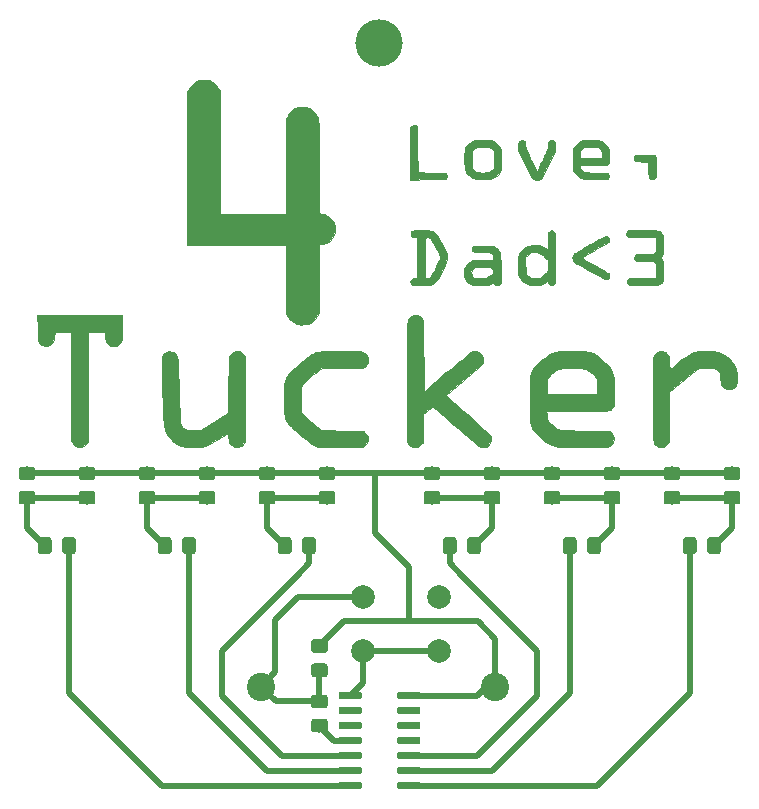
<source format=gbr>
G04 #@! TF.GenerationSoftware,KiCad,Pcbnew,(5.1.2)-2*
G04 #@! TF.CreationDate,2019-08-30T15:48:39-07:00*
G04 #@! TF.ProjectId,attiny_name_badge,61747469-6e79-45f6-9e61-6d655f626164,rev?*
G04 #@! TF.SameCoordinates,PX94f9350PY2f3c490*
G04 #@! TF.FileFunction,Copper,L1,Top*
G04 #@! TF.FilePolarity,Positive*
%FSLAX46Y46*%
G04 Gerber Fmt 4.6, Leading zero omitted, Abs format (unit mm)*
G04 Created by KiCad (PCBNEW (5.1.2)-2) date 2019-08-30 15:48:39*
%MOMM*%
%LPD*%
G04 APERTURE LIST*
%ADD10C,0.010000*%
%ADD11C,2.000000*%
%ADD12C,0.100000*%
%ADD13C,1.150000*%
%ADD14C,2.400000*%
%ADD15C,0.600000*%
%ADD16C,4.000000*%
%ADD17C,0.500000*%
G04 APERTURE END LIST*
D10*
G36*
X64006418Y-29255840D02*
G01*
X64286862Y-29265143D01*
X64535833Y-29281555D01*
X64730352Y-29304831D01*
X64775164Y-29313224D01*
X65156271Y-29434451D01*
X65507771Y-29624973D01*
X65819287Y-29874603D01*
X66080440Y-30173158D01*
X66280851Y-30510453D01*
X66410144Y-30876303D01*
X66422016Y-30929397D01*
X66441922Y-31076712D01*
X66454638Y-31275848D01*
X66458491Y-31494140D01*
X66456499Y-31602474D01*
X66442764Y-31842794D01*
X66414199Y-32018384D01*
X66362350Y-32148942D01*
X66278758Y-32254165D01*
X66154970Y-32353751D01*
X66125097Y-32374417D01*
X65953957Y-32446742D01*
X65746367Y-32469839D01*
X65535665Y-32442414D01*
X65422648Y-32401660D01*
X65284780Y-32312596D01*
X65185456Y-32187696D01*
X65118905Y-32013959D01*
X65079355Y-31778382D01*
X65065996Y-31598233D01*
X65052968Y-31392261D01*
X65035072Y-31247963D01*
X65007153Y-31142349D01*
X64964055Y-31052427D01*
X64932191Y-31001600D01*
X64850992Y-30892727D01*
X64762865Y-30812363D01*
X64653808Y-30756336D01*
X64509819Y-30720474D01*
X64316896Y-30700607D01*
X64061040Y-30692563D01*
X63891843Y-30691667D01*
X63641880Y-30692733D01*
X63459836Y-30697238D01*
X63328974Y-30707148D01*
X63232560Y-30724424D01*
X63153858Y-30751030D01*
X63079915Y-30786917D01*
X63004974Y-30837317D01*
X62875452Y-30936191D01*
X62700392Y-31076148D01*
X62488833Y-31249799D01*
X62249816Y-31449752D01*
X61992382Y-31668617D01*
X61824423Y-31813223D01*
X60748333Y-32744279D01*
X60748333Y-36902146D01*
X60652075Y-37044982D01*
X60491052Y-37220734D01*
X60295349Y-37335950D01*
X60082442Y-37386268D01*
X59869805Y-37367332D01*
X59689569Y-37285084D01*
X59570748Y-37188344D01*
X59468497Y-37080073D01*
X59461059Y-37070328D01*
X59445392Y-37048033D01*
X59431672Y-37022527D01*
X59419749Y-36988312D01*
X59409477Y-36939891D01*
X59400705Y-36871768D01*
X59393286Y-36778446D01*
X59387071Y-36654427D01*
X59381912Y-36494214D01*
X59377659Y-36292310D01*
X59374166Y-36043218D01*
X59371282Y-35741441D01*
X59368860Y-35381482D01*
X59366751Y-34957844D01*
X59364807Y-34465030D01*
X59362878Y-33897543D01*
X59361209Y-33374048D01*
X59359052Y-32723988D01*
X59357199Y-32153154D01*
X59356029Y-31656109D01*
X59355924Y-31227412D01*
X59357262Y-30861624D01*
X59360425Y-30553305D01*
X59365792Y-30297017D01*
X59373743Y-30087320D01*
X59384658Y-29918774D01*
X59398918Y-29785941D01*
X59416902Y-29683380D01*
X59438990Y-29605653D01*
X59465563Y-29547319D01*
X59497000Y-29502940D01*
X59533682Y-29467076D01*
X59575988Y-29434288D01*
X59624300Y-29399137D01*
X59639745Y-29387527D01*
X59743973Y-29320029D01*
X59851527Y-29285451D01*
X59997856Y-29273934D01*
X60049833Y-29273500D01*
X60213115Y-29280385D01*
X60327833Y-29307610D01*
X60429437Y-29365033D01*
X60459921Y-29387527D01*
X60571607Y-29485572D01*
X60651029Y-29592974D01*
X60703268Y-29725985D01*
X60733404Y-29900855D01*
X60746520Y-30133835D01*
X60748333Y-30310009D01*
X60751243Y-30508968D01*
X60759215Y-30668935D01*
X60771107Y-30774879D01*
X60785781Y-30811772D01*
X60786377Y-30811611D01*
X60828677Y-30781180D01*
X60925423Y-30704078D01*
X61066600Y-30588525D01*
X61242193Y-30442742D01*
X61442187Y-30274953D01*
X61515491Y-30213060D01*
X61842332Y-29943775D01*
X62122206Y-29730150D01*
X62365710Y-29565757D01*
X62583439Y-29444167D01*
X62785992Y-29358953D01*
X62983964Y-29303686D01*
X63029528Y-29294616D01*
X63206057Y-29273033D01*
X63443036Y-29259540D01*
X63717483Y-29253890D01*
X64006418Y-29255840D01*
X64006418Y-29255840D01*
G37*
X64006418Y-29255840D02*
X64286862Y-29265143D01*
X64535833Y-29281555D01*
X64730352Y-29304831D01*
X64775164Y-29313224D01*
X65156271Y-29434451D01*
X65507771Y-29624973D01*
X65819287Y-29874603D01*
X66080440Y-30173158D01*
X66280851Y-30510453D01*
X66410144Y-30876303D01*
X66422016Y-30929397D01*
X66441922Y-31076712D01*
X66454638Y-31275848D01*
X66458491Y-31494140D01*
X66456499Y-31602474D01*
X66442764Y-31842794D01*
X66414199Y-32018384D01*
X66362350Y-32148942D01*
X66278758Y-32254165D01*
X66154970Y-32353751D01*
X66125097Y-32374417D01*
X65953957Y-32446742D01*
X65746367Y-32469839D01*
X65535665Y-32442414D01*
X65422648Y-32401660D01*
X65284780Y-32312596D01*
X65185456Y-32187696D01*
X65118905Y-32013959D01*
X65079355Y-31778382D01*
X65065996Y-31598233D01*
X65052968Y-31392261D01*
X65035072Y-31247963D01*
X65007153Y-31142349D01*
X64964055Y-31052427D01*
X64932191Y-31001600D01*
X64850992Y-30892727D01*
X64762865Y-30812363D01*
X64653808Y-30756336D01*
X64509819Y-30720474D01*
X64316896Y-30700607D01*
X64061040Y-30692563D01*
X63891843Y-30691667D01*
X63641880Y-30692733D01*
X63459836Y-30697238D01*
X63328974Y-30707148D01*
X63232560Y-30724424D01*
X63153858Y-30751030D01*
X63079915Y-30786917D01*
X63004974Y-30837317D01*
X62875452Y-30936191D01*
X62700392Y-31076148D01*
X62488833Y-31249799D01*
X62249816Y-31449752D01*
X61992382Y-31668617D01*
X61824423Y-31813223D01*
X60748333Y-32744279D01*
X60748333Y-36902146D01*
X60652075Y-37044982D01*
X60491052Y-37220734D01*
X60295349Y-37335950D01*
X60082442Y-37386268D01*
X59869805Y-37367332D01*
X59689569Y-37285084D01*
X59570748Y-37188344D01*
X59468497Y-37080073D01*
X59461059Y-37070328D01*
X59445392Y-37048033D01*
X59431672Y-37022527D01*
X59419749Y-36988312D01*
X59409477Y-36939891D01*
X59400705Y-36871768D01*
X59393286Y-36778446D01*
X59387071Y-36654427D01*
X59381912Y-36494214D01*
X59377659Y-36292310D01*
X59374166Y-36043218D01*
X59371282Y-35741441D01*
X59368860Y-35381482D01*
X59366751Y-34957844D01*
X59364807Y-34465030D01*
X59362878Y-33897543D01*
X59361209Y-33374048D01*
X59359052Y-32723988D01*
X59357199Y-32153154D01*
X59356029Y-31656109D01*
X59355924Y-31227412D01*
X59357262Y-30861624D01*
X59360425Y-30553305D01*
X59365792Y-30297017D01*
X59373743Y-30087320D01*
X59384658Y-29918774D01*
X59398918Y-29785941D01*
X59416902Y-29683380D01*
X59438990Y-29605653D01*
X59465563Y-29547319D01*
X59497000Y-29502940D01*
X59533682Y-29467076D01*
X59575988Y-29434288D01*
X59624300Y-29399137D01*
X59639745Y-29387527D01*
X59743973Y-29320029D01*
X59851527Y-29285451D01*
X59997856Y-29273934D01*
X60049833Y-29273500D01*
X60213115Y-29280385D01*
X60327833Y-29307610D01*
X60429437Y-29365033D01*
X60459921Y-29387527D01*
X60571607Y-29485572D01*
X60651029Y-29592974D01*
X60703268Y-29725985D01*
X60733404Y-29900855D01*
X60746520Y-30133835D01*
X60748333Y-30310009D01*
X60751243Y-30508968D01*
X60759215Y-30668935D01*
X60771107Y-30774879D01*
X60785781Y-30811772D01*
X60786377Y-30811611D01*
X60828677Y-30781180D01*
X60925423Y-30704078D01*
X61066600Y-30588525D01*
X61242193Y-30442742D01*
X61442187Y-30274953D01*
X61515491Y-30213060D01*
X61842332Y-29943775D01*
X62122206Y-29730150D01*
X62365710Y-29565757D01*
X62583439Y-29444167D01*
X62785992Y-29358953D01*
X62983964Y-29303686D01*
X63029528Y-29294616D01*
X63206057Y-29273033D01*
X63443036Y-29259540D01*
X63717483Y-29253890D01*
X64006418Y-29255840D01*
G36*
X53227103Y-29261893D02*
G01*
X53552327Y-29277209D01*
X53827564Y-29307614D01*
X54064336Y-29356701D01*
X54274166Y-29428064D01*
X54468577Y-29525296D01*
X54659093Y-29651991D01*
X54857236Y-29811744D01*
X55074530Y-30008146D01*
X55222344Y-30148384D01*
X55429367Y-30351105D01*
X55599096Y-30531843D01*
X55735100Y-30701905D01*
X55840946Y-30872598D01*
X55920201Y-31055229D01*
X55976435Y-31261106D01*
X56013213Y-31501536D01*
X56034104Y-31787825D01*
X56042676Y-32131281D01*
X56042496Y-32543211D01*
X56040643Y-32741813D01*
X56028166Y-33894607D01*
X55906169Y-34054462D01*
X55864290Y-34109678D01*
X55824914Y-34157055D01*
X55781582Y-34197192D01*
X55727834Y-34230689D01*
X55657211Y-34258145D01*
X55563254Y-34280161D01*
X55439503Y-34297334D01*
X55279499Y-34310266D01*
X55076784Y-34319556D01*
X54824897Y-34325802D01*
X54517379Y-34329606D01*
X54147771Y-34331565D01*
X53709615Y-34332281D01*
X53196449Y-34332352D01*
X52912587Y-34332334D01*
X50323454Y-34332334D01*
X50342917Y-34668539D01*
X50360877Y-34859914D01*
X50397046Y-35012418D01*
X50462541Y-35144634D01*
X50568481Y-35275144D01*
X50725982Y-35422530D01*
X50862789Y-35537426D01*
X50975301Y-35631261D01*
X51070472Y-35710184D01*
X51156467Y-35775547D01*
X51241449Y-35828704D01*
X51333581Y-35871006D01*
X51441029Y-35903805D01*
X51571955Y-35928453D01*
X51734523Y-35946303D01*
X51936897Y-35958706D01*
X52187241Y-35967015D01*
X52493718Y-35972582D01*
X52864492Y-35976758D01*
X53307727Y-35980897D01*
X53555027Y-35983334D01*
X55611554Y-36004500D01*
X55760986Y-36118527D01*
X55921234Y-36287476D01*
X56014709Y-36486896D01*
X56042916Y-36700062D01*
X56007359Y-36910250D01*
X55909542Y-37100734D01*
X55750970Y-37254791D01*
X55653741Y-37310876D01*
X55612891Y-37326761D01*
X55558241Y-37340028D01*
X55482493Y-37350891D01*
X55378350Y-37359567D01*
X55238511Y-37366269D01*
X55055680Y-37371213D01*
X54822556Y-37374614D01*
X54531843Y-37376685D01*
X54176240Y-37377644D01*
X53748450Y-37377703D01*
X53397102Y-37377318D01*
X52912014Y-37376373D01*
X52503852Y-37374874D01*
X52164873Y-37372569D01*
X51887336Y-37369205D01*
X51663500Y-37364530D01*
X51485625Y-37358292D01*
X51345968Y-37350238D01*
X51236789Y-37340115D01*
X51150345Y-37327672D01*
X51078897Y-37312656D01*
X51032833Y-37300238D01*
X50806697Y-37224014D01*
X50598272Y-37128611D01*
X50389977Y-37003248D01*
X50164230Y-36837141D01*
X49903449Y-36619506D01*
X49857687Y-36579524D01*
X49618297Y-36361529D01*
X49437376Y-36177636D01*
X49302977Y-36014940D01*
X49221530Y-35892395D01*
X49151841Y-35773934D01*
X49093653Y-35667759D01*
X49045930Y-35565118D01*
X49007634Y-35457261D01*
X48977728Y-35335436D01*
X48955175Y-35190892D01*
X48938937Y-35014879D01*
X48927976Y-34798646D01*
X48921256Y-34533440D01*
X48917740Y-34210512D01*
X48916389Y-33821111D01*
X48916166Y-33356485D01*
X48916166Y-33316334D01*
X48916250Y-32873366D01*
X48916770Y-32506555D01*
X48917886Y-32259992D01*
X50376666Y-32259992D01*
X50376666Y-32893000D01*
X54652333Y-32893000D01*
X54652333Y-32296148D01*
X54649739Y-32018251D01*
X54637222Y-31806859D01*
X54607676Y-31643858D01*
X54553994Y-31511133D01*
X54469073Y-31390570D01*
X54345806Y-31264054D01*
X54194311Y-31128474D01*
X54045249Y-30999723D01*
X53919542Y-30899277D01*
X53803821Y-30823610D01*
X53684714Y-30769200D01*
X53548848Y-30732520D01*
X53382852Y-30710047D01*
X53173354Y-30698256D01*
X52906982Y-30693624D01*
X52570366Y-30692625D01*
X52540578Y-30692597D01*
X52171755Y-30694592D01*
X51864484Y-30701156D01*
X51624917Y-30712032D01*
X51459209Y-30726963D01*
X51387510Y-30740546D01*
X51279937Y-30791405D01*
X51133380Y-30885217D01*
X50965570Y-31007693D01*
X50794234Y-31144546D01*
X50637100Y-31281488D01*
X50511896Y-31404230D01*
X50436351Y-31498484D01*
X50428326Y-31513603D01*
X50404646Y-31614150D01*
X50387934Y-31793233D01*
X50378597Y-32044978D01*
X50376666Y-32259992D01*
X48917886Y-32259992D01*
X48918125Y-32207388D01*
X48920717Y-31967356D01*
X48924947Y-31777948D01*
X48931216Y-31630652D01*
X48939924Y-31516958D01*
X48951471Y-31428355D01*
X48966260Y-31356332D01*
X48984691Y-31292380D01*
X49007164Y-31227985D01*
X49015595Y-31205025D01*
X49117288Y-30963194D01*
X49238843Y-30726639D01*
X49365201Y-30522610D01*
X49459982Y-30400730D01*
X49538164Y-30325849D01*
X49667116Y-30214120D01*
X49829726Y-30079297D01*
X50008883Y-29935133D01*
X50187475Y-29795382D01*
X50348392Y-29673798D01*
X50474521Y-29584135D01*
X50482777Y-29578632D01*
X50619226Y-29500821D01*
X50790744Y-29419451D01*
X50905887Y-29372759D01*
X50985281Y-29345230D01*
X51065156Y-29323394D01*
X51156690Y-29306413D01*
X51271058Y-29293447D01*
X51419438Y-29283660D01*
X51613008Y-29276212D01*
X51862944Y-29270265D01*
X52180424Y-29264981D01*
X52380598Y-29262153D01*
X52840367Y-29258072D01*
X53227103Y-29261893D01*
X53227103Y-29261893D01*
G37*
X53227103Y-29261893D02*
X53552327Y-29277209D01*
X53827564Y-29307614D01*
X54064336Y-29356701D01*
X54274166Y-29428064D01*
X54468577Y-29525296D01*
X54659093Y-29651991D01*
X54857236Y-29811744D01*
X55074530Y-30008146D01*
X55222344Y-30148384D01*
X55429367Y-30351105D01*
X55599096Y-30531843D01*
X55735100Y-30701905D01*
X55840946Y-30872598D01*
X55920201Y-31055229D01*
X55976435Y-31261106D01*
X56013213Y-31501536D01*
X56034104Y-31787825D01*
X56042676Y-32131281D01*
X56042496Y-32543211D01*
X56040643Y-32741813D01*
X56028166Y-33894607D01*
X55906169Y-34054462D01*
X55864290Y-34109678D01*
X55824914Y-34157055D01*
X55781582Y-34197192D01*
X55727834Y-34230689D01*
X55657211Y-34258145D01*
X55563254Y-34280161D01*
X55439503Y-34297334D01*
X55279499Y-34310266D01*
X55076784Y-34319556D01*
X54824897Y-34325802D01*
X54517379Y-34329606D01*
X54147771Y-34331565D01*
X53709615Y-34332281D01*
X53196449Y-34332352D01*
X52912587Y-34332334D01*
X50323454Y-34332334D01*
X50342917Y-34668539D01*
X50360877Y-34859914D01*
X50397046Y-35012418D01*
X50462541Y-35144634D01*
X50568481Y-35275144D01*
X50725982Y-35422530D01*
X50862789Y-35537426D01*
X50975301Y-35631261D01*
X51070472Y-35710184D01*
X51156467Y-35775547D01*
X51241449Y-35828704D01*
X51333581Y-35871006D01*
X51441029Y-35903805D01*
X51571955Y-35928453D01*
X51734523Y-35946303D01*
X51936897Y-35958706D01*
X52187241Y-35967015D01*
X52493718Y-35972582D01*
X52864492Y-35976758D01*
X53307727Y-35980897D01*
X53555027Y-35983334D01*
X55611554Y-36004500D01*
X55760986Y-36118527D01*
X55921234Y-36287476D01*
X56014709Y-36486896D01*
X56042916Y-36700062D01*
X56007359Y-36910250D01*
X55909542Y-37100734D01*
X55750970Y-37254791D01*
X55653741Y-37310876D01*
X55612891Y-37326761D01*
X55558241Y-37340028D01*
X55482493Y-37350891D01*
X55378350Y-37359567D01*
X55238511Y-37366269D01*
X55055680Y-37371213D01*
X54822556Y-37374614D01*
X54531843Y-37376685D01*
X54176240Y-37377644D01*
X53748450Y-37377703D01*
X53397102Y-37377318D01*
X52912014Y-37376373D01*
X52503852Y-37374874D01*
X52164873Y-37372569D01*
X51887336Y-37369205D01*
X51663500Y-37364530D01*
X51485625Y-37358292D01*
X51345968Y-37350238D01*
X51236789Y-37340115D01*
X51150345Y-37327672D01*
X51078897Y-37312656D01*
X51032833Y-37300238D01*
X50806697Y-37224014D01*
X50598272Y-37128611D01*
X50389977Y-37003248D01*
X50164230Y-36837141D01*
X49903449Y-36619506D01*
X49857687Y-36579524D01*
X49618297Y-36361529D01*
X49437376Y-36177636D01*
X49302977Y-36014940D01*
X49221530Y-35892395D01*
X49151841Y-35773934D01*
X49093653Y-35667759D01*
X49045930Y-35565118D01*
X49007634Y-35457261D01*
X48977728Y-35335436D01*
X48955175Y-35190892D01*
X48938937Y-35014879D01*
X48927976Y-34798646D01*
X48921256Y-34533440D01*
X48917740Y-34210512D01*
X48916389Y-33821111D01*
X48916166Y-33356485D01*
X48916166Y-33316334D01*
X48916250Y-32873366D01*
X48916770Y-32506555D01*
X48917886Y-32259992D01*
X50376666Y-32259992D01*
X50376666Y-32893000D01*
X54652333Y-32893000D01*
X54652333Y-32296148D01*
X54649739Y-32018251D01*
X54637222Y-31806859D01*
X54607676Y-31643858D01*
X54553994Y-31511133D01*
X54469073Y-31390570D01*
X54345806Y-31264054D01*
X54194311Y-31128474D01*
X54045249Y-30999723D01*
X53919542Y-30899277D01*
X53803821Y-30823610D01*
X53684714Y-30769200D01*
X53548848Y-30732520D01*
X53382852Y-30710047D01*
X53173354Y-30698256D01*
X52906982Y-30693624D01*
X52570366Y-30692625D01*
X52540578Y-30692597D01*
X52171755Y-30694592D01*
X51864484Y-30701156D01*
X51624917Y-30712032D01*
X51459209Y-30726963D01*
X51387510Y-30740546D01*
X51279937Y-30791405D01*
X51133380Y-30885217D01*
X50965570Y-31007693D01*
X50794234Y-31144546D01*
X50637100Y-31281488D01*
X50511896Y-31404230D01*
X50436351Y-31498484D01*
X50428326Y-31513603D01*
X50404646Y-31614150D01*
X50387934Y-31793233D01*
X50378597Y-32044978D01*
X50376666Y-32259992D01*
X48917886Y-32259992D01*
X48918125Y-32207388D01*
X48920717Y-31967356D01*
X48924947Y-31777948D01*
X48931216Y-31630652D01*
X48939924Y-31516958D01*
X48951471Y-31428355D01*
X48966260Y-31356332D01*
X48984691Y-31292380D01*
X49007164Y-31227985D01*
X49015595Y-31205025D01*
X49117288Y-30963194D01*
X49238843Y-30726639D01*
X49365201Y-30522610D01*
X49459982Y-30400730D01*
X49538164Y-30325849D01*
X49667116Y-30214120D01*
X49829726Y-30079297D01*
X50008883Y-29935133D01*
X50187475Y-29795382D01*
X50348392Y-29673798D01*
X50474521Y-29584135D01*
X50482777Y-29578632D01*
X50619226Y-29500821D01*
X50790744Y-29419451D01*
X50905887Y-29372759D01*
X50985281Y-29345230D01*
X51065156Y-29323394D01*
X51156690Y-29306413D01*
X51271058Y-29293447D01*
X51419438Y-29283660D01*
X51613008Y-29276212D01*
X51862944Y-29270265D01*
X52180424Y-29264981D01*
X52380598Y-29262153D01*
X52840367Y-29258072D01*
X53227103Y-29261893D01*
G36*
X39394102Y-26229326D02*
G01*
X39606805Y-26322042D01*
X39784272Y-26491585D01*
X39785139Y-26492720D01*
X39899166Y-26642191D01*
X39941500Y-32690903D01*
X41867666Y-31049931D01*
X42218846Y-30751852D01*
X42555015Y-30468636D01*
X42869956Y-30205381D01*
X43157453Y-29967186D01*
X43411287Y-29759149D01*
X43625243Y-29586367D01*
X43793104Y-29453938D01*
X43908653Y-29366960D01*
X43963166Y-29331576D01*
X44159158Y-29265927D01*
X44342399Y-29264362D01*
X44538124Y-29322156D01*
X44735589Y-29443915D01*
X44875675Y-29621381D01*
X44949127Y-29840599D01*
X44958000Y-29955193D01*
X44948946Y-30105917D01*
X44925911Y-30237381D01*
X44910023Y-30284979D01*
X44868738Y-30333025D01*
X44769157Y-30429621D01*
X44617861Y-30568915D01*
X44421432Y-30745059D01*
X44186452Y-30952202D01*
X43919504Y-31184496D01*
X43627169Y-31436090D01*
X43328219Y-31690801D01*
X41794392Y-32991326D01*
X42180281Y-33333747D01*
X42292643Y-33433097D01*
X42460212Y-33580775D01*
X42674504Y-33769327D01*
X42927034Y-33991295D01*
X43209317Y-34239226D01*
X43512870Y-34505663D01*
X43829206Y-34783152D01*
X44076627Y-35000068D01*
X44442112Y-35320750D01*
X44748720Y-35591310D01*
X45001380Y-35817279D01*
X45205023Y-36004188D01*
X45364577Y-36157566D01*
X45484972Y-36282946D01*
X45571137Y-36385857D01*
X45628001Y-36471831D01*
X45660494Y-36546398D01*
X45673545Y-36615088D01*
X45672084Y-36683433D01*
X45661040Y-36756964D01*
X45657850Y-36774191D01*
X45582641Y-36983617D01*
X45450156Y-37176120D01*
X45347271Y-37271849D01*
X45205036Y-37337986D01*
X45019137Y-37370628D01*
X44824803Y-37367010D01*
X44660417Y-37325749D01*
X44602268Y-37286855D01*
X44486611Y-37197247D01*
X44319571Y-37062062D01*
X44107275Y-36886435D01*
X43855850Y-36675501D01*
X43571422Y-36434396D01*
X43260116Y-36168256D01*
X42928059Y-35882215D01*
X42629666Y-35623437D01*
X42287744Y-35326386D01*
X41964106Y-35045983D01*
X41664509Y-34787167D01*
X41394712Y-34554874D01*
X41160473Y-34354044D01*
X40967551Y-34189615D01*
X40821703Y-34066524D01*
X40728688Y-33989709D01*
X40694880Y-33964214D01*
X40643825Y-33981737D01*
X40544400Y-34044884D01*
X40411718Y-34143259D01*
X40283975Y-34246897D01*
X39924022Y-34550010D01*
X39911594Y-35750490D01*
X39907675Y-36101895D01*
X39903520Y-36378765D01*
X39898353Y-36591233D01*
X39891400Y-36749429D01*
X39881884Y-36863486D01*
X39869031Y-36943533D01*
X39852066Y-36999703D01*
X39830213Y-37042126D01*
X39810607Y-37070402D01*
X39640929Y-37239640D01*
X39438981Y-37346481D01*
X39222464Y-37386953D01*
X39009079Y-37357081D01*
X38858684Y-37284076D01*
X38735660Y-37180157D01*
X38627127Y-37055810D01*
X38619092Y-37044244D01*
X38522337Y-36900669D01*
X38533418Y-31767264D01*
X38535088Y-31001361D01*
X38536666Y-30315585D01*
X38538238Y-29705393D01*
X38539889Y-29166245D01*
X38541704Y-28693601D01*
X38543768Y-28282921D01*
X38546166Y-27929662D01*
X38548984Y-27629286D01*
X38552307Y-27377250D01*
X38556218Y-27169014D01*
X38560804Y-27000038D01*
X38566150Y-26865781D01*
X38572340Y-26761702D01*
X38579461Y-26683261D01*
X38587596Y-26625916D01*
X38596830Y-26585127D01*
X38607250Y-26556354D01*
X38618940Y-26535056D01*
X38631782Y-26516962D01*
X38798133Y-26344225D01*
X38990706Y-26245390D01*
X39149221Y-26214775D01*
X39394102Y-26229326D01*
X39394102Y-26229326D01*
G37*
X39394102Y-26229326D02*
X39606805Y-26322042D01*
X39784272Y-26491585D01*
X39785139Y-26492720D01*
X39899166Y-26642191D01*
X39941500Y-32690903D01*
X41867666Y-31049931D01*
X42218846Y-30751852D01*
X42555015Y-30468636D01*
X42869956Y-30205381D01*
X43157453Y-29967186D01*
X43411287Y-29759149D01*
X43625243Y-29586367D01*
X43793104Y-29453938D01*
X43908653Y-29366960D01*
X43963166Y-29331576D01*
X44159158Y-29265927D01*
X44342399Y-29264362D01*
X44538124Y-29322156D01*
X44735589Y-29443915D01*
X44875675Y-29621381D01*
X44949127Y-29840599D01*
X44958000Y-29955193D01*
X44948946Y-30105917D01*
X44925911Y-30237381D01*
X44910023Y-30284979D01*
X44868738Y-30333025D01*
X44769157Y-30429621D01*
X44617861Y-30568915D01*
X44421432Y-30745059D01*
X44186452Y-30952202D01*
X43919504Y-31184496D01*
X43627169Y-31436090D01*
X43328219Y-31690801D01*
X41794392Y-32991326D01*
X42180281Y-33333747D01*
X42292643Y-33433097D01*
X42460212Y-33580775D01*
X42674504Y-33769327D01*
X42927034Y-33991295D01*
X43209317Y-34239226D01*
X43512870Y-34505663D01*
X43829206Y-34783152D01*
X44076627Y-35000068D01*
X44442112Y-35320750D01*
X44748720Y-35591310D01*
X45001380Y-35817279D01*
X45205023Y-36004188D01*
X45364577Y-36157566D01*
X45484972Y-36282946D01*
X45571137Y-36385857D01*
X45628001Y-36471831D01*
X45660494Y-36546398D01*
X45673545Y-36615088D01*
X45672084Y-36683433D01*
X45661040Y-36756964D01*
X45657850Y-36774191D01*
X45582641Y-36983617D01*
X45450156Y-37176120D01*
X45347271Y-37271849D01*
X45205036Y-37337986D01*
X45019137Y-37370628D01*
X44824803Y-37367010D01*
X44660417Y-37325749D01*
X44602268Y-37286855D01*
X44486611Y-37197247D01*
X44319571Y-37062062D01*
X44107275Y-36886435D01*
X43855850Y-36675501D01*
X43571422Y-36434396D01*
X43260116Y-36168256D01*
X42928059Y-35882215D01*
X42629666Y-35623437D01*
X42287744Y-35326386D01*
X41964106Y-35045983D01*
X41664509Y-34787167D01*
X41394712Y-34554874D01*
X41160473Y-34354044D01*
X40967551Y-34189615D01*
X40821703Y-34066524D01*
X40728688Y-33989709D01*
X40694880Y-33964214D01*
X40643825Y-33981737D01*
X40544400Y-34044884D01*
X40411718Y-34143259D01*
X40283975Y-34246897D01*
X39924022Y-34550010D01*
X39911594Y-35750490D01*
X39907675Y-36101895D01*
X39903520Y-36378765D01*
X39898353Y-36591233D01*
X39891400Y-36749429D01*
X39881884Y-36863486D01*
X39869031Y-36943533D01*
X39852066Y-36999703D01*
X39830213Y-37042126D01*
X39810607Y-37070402D01*
X39640929Y-37239640D01*
X39438981Y-37346481D01*
X39222464Y-37386953D01*
X39009079Y-37357081D01*
X38858684Y-37284076D01*
X38735660Y-37180157D01*
X38627127Y-37055810D01*
X38619092Y-37044244D01*
X38522337Y-36900669D01*
X38533418Y-31767264D01*
X38535088Y-31001361D01*
X38536666Y-30315585D01*
X38538238Y-29705393D01*
X38539889Y-29166245D01*
X38541704Y-28693601D01*
X38543768Y-28282921D01*
X38546166Y-27929662D01*
X38548984Y-27629286D01*
X38552307Y-27377250D01*
X38556218Y-27169014D01*
X38560804Y-27000038D01*
X38566150Y-26865781D01*
X38572340Y-26761702D01*
X38579461Y-26683261D01*
X38587596Y-26625916D01*
X38596830Y-26585127D01*
X38607250Y-26556354D01*
X38618940Y-26535056D01*
X38631782Y-26516962D01*
X38798133Y-26344225D01*
X38990706Y-26245390D01*
X39149221Y-26214775D01*
X39394102Y-26229326D01*
G36*
X33987371Y-29257532D02*
G01*
X34248808Y-29262129D01*
X34457316Y-29271307D01*
X34620828Y-29285995D01*
X34747275Y-29307120D01*
X34844593Y-29335613D01*
X34920713Y-29372401D01*
X34983569Y-29418414D01*
X35041094Y-29474580D01*
X35090272Y-29529343D01*
X35214082Y-29728532D01*
X35259821Y-29945453D01*
X35227855Y-30165965D01*
X35118554Y-30375929D01*
X35066606Y-30439354D01*
X34935727Y-30556124D01*
X34797554Y-30635987D01*
X34762081Y-30648258D01*
X34679768Y-30659133D01*
X34520279Y-30668733D01*
X34291099Y-30676879D01*
X33999713Y-30683393D01*
X33653605Y-30688096D01*
X33260259Y-30690810D01*
X32954204Y-30691431D01*
X31300909Y-30691667D01*
X31112704Y-30813121D01*
X31020240Y-30879653D01*
X30878041Y-30990480D01*
X30700176Y-31134241D01*
X30500715Y-31299577D01*
X30306846Y-31463873D01*
X30073949Y-31666221D01*
X29899061Y-31825367D01*
X29773474Y-31950232D01*
X29688481Y-32049741D01*
X29635373Y-32132816D01*
X29618929Y-32168775D01*
X29596086Y-32238314D01*
X29578632Y-32325787D01*
X29565900Y-32442624D01*
X29557223Y-32600253D01*
X29551934Y-32810101D01*
X29549366Y-33083599D01*
X29548824Y-33370107D01*
X29549406Y-33695569D01*
X29551547Y-33947569D01*
X29556011Y-34137309D01*
X29563563Y-34275991D01*
X29574967Y-34374815D01*
X29590986Y-34444984D01*
X29612385Y-34497699D01*
X29627579Y-34524718D01*
X29684922Y-34592688D01*
X29796196Y-34703231D01*
X29949311Y-34845911D01*
X30132175Y-35010297D01*
X30332698Y-35185953D01*
X30538791Y-35362445D01*
X30738362Y-35529341D01*
X30919320Y-35676205D01*
X31069577Y-35792604D01*
X31177040Y-35868104D01*
X31200002Y-35881697D01*
X31242084Y-35901844D01*
X31292985Y-35918551D01*
X31361024Y-35932271D01*
X31454522Y-35943457D01*
X31581800Y-35952560D01*
X31751179Y-35960033D01*
X31970979Y-35966329D01*
X32249521Y-35971898D01*
X32595126Y-35977195D01*
X33016114Y-35982670D01*
X33069905Y-35983334D01*
X33497621Y-35988743D01*
X33848872Y-35993771D01*
X34131856Y-35998901D01*
X34354770Y-36004618D01*
X34525811Y-36011403D01*
X34653177Y-36019742D01*
X34745066Y-36030116D01*
X34809674Y-36043011D01*
X34855200Y-36058908D01*
X34889840Y-36078292D01*
X34908789Y-36091783D01*
X35086854Y-36269583D01*
X35193791Y-36473607D01*
X35230509Y-36689343D01*
X35197916Y-36902277D01*
X35096922Y-37097896D01*
X34928434Y-37261687D01*
X34831852Y-37320613D01*
X34789588Y-37335639D01*
X34720902Y-37347941D01*
X34618431Y-37357732D01*
X34474811Y-37365225D01*
X34282680Y-37370632D01*
X34034673Y-37374169D01*
X33723429Y-37376047D01*
X33341583Y-37376480D01*
X32926852Y-37375800D01*
X32538848Y-37373935D01*
X32171731Y-37370484D01*
X31835349Y-37365663D01*
X31539548Y-37359687D01*
X31294176Y-37352770D01*
X31109080Y-37345128D01*
X30994107Y-37336977D01*
X30966833Y-37332972D01*
X30816201Y-37289079D01*
X30658626Y-37221344D01*
X30485462Y-37123886D01*
X30288065Y-36990828D01*
X30057790Y-36816289D01*
X29785992Y-36594391D01*
X29464027Y-36319254D01*
X29420034Y-36281009D01*
X29127963Y-36024404D01*
X28893372Y-35811807D01*
X28708011Y-35633864D01*
X28563629Y-35481218D01*
X28451975Y-35344515D01*
X28364798Y-35214397D01*
X28293846Y-35081511D01*
X28230869Y-34936500D01*
X28228058Y-34929457D01*
X28200869Y-34856846D01*
X28179244Y-34783759D01*
X28162391Y-34699417D01*
X28149520Y-34593036D01*
X28139840Y-34453838D01*
X28132559Y-34271040D01*
X28126886Y-34033861D01*
X28122029Y-33731520D01*
X28118156Y-33431868D01*
X28114128Y-33025218D01*
X28113712Y-32692461D01*
X28117953Y-32422865D01*
X28127899Y-32205695D01*
X28144594Y-32030217D01*
X28169084Y-31885697D01*
X28202415Y-31761402D01*
X28245633Y-31646597D01*
X28299784Y-31530549D01*
X28304275Y-31521575D01*
X28374146Y-31392472D01*
X28453081Y-31270831D01*
X28549987Y-31147158D01*
X28673772Y-31011961D01*
X28833343Y-30855747D01*
X29037608Y-30669024D01*
X29295474Y-30442299D01*
X29410328Y-30342854D01*
X29698262Y-30095923D01*
X29933526Y-29898694D01*
X30126134Y-29743961D01*
X30286099Y-29624513D01*
X30423438Y-29533142D01*
X30548164Y-29462640D01*
X30670293Y-29405799D01*
X30763576Y-29368783D01*
X30826645Y-29346280D01*
X30890472Y-29327666D01*
X30963640Y-29312492D01*
X31054729Y-29300308D01*
X31172323Y-29290666D01*
X31325002Y-29283116D01*
X31521348Y-29277211D01*
X31769943Y-29272501D01*
X32079368Y-29268537D01*
X32458206Y-29264870D01*
X32806148Y-29261938D01*
X33273974Y-29258365D01*
X33665070Y-29256587D01*
X33987371Y-29257532D01*
X33987371Y-29257532D01*
G37*
X33987371Y-29257532D02*
X34248808Y-29262129D01*
X34457316Y-29271307D01*
X34620828Y-29285995D01*
X34747275Y-29307120D01*
X34844593Y-29335613D01*
X34920713Y-29372401D01*
X34983569Y-29418414D01*
X35041094Y-29474580D01*
X35090272Y-29529343D01*
X35214082Y-29728532D01*
X35259821Y-29945453D01*
X35227855Y-30165965D01*
X35118554Y-30375929D01*
X35066606Y-30439354D01*
X34935727Y-30556124D01*
X34797554Y-30635987D01*
X34762081Y-30648258D01*
X34679768Y-30659133D01*
X34520279Y-30668733D01*
X34291099Y-30676879D01*
X33999713Y-30683393D01*
X33653605Y-30688096D01*
X33260259Y-30690810D01*
X32954204Y-30691431D01*
X31300909Y-30691667D01*
X31112704Y-30813121D01*
X31020240Y-30879653D01*
X30878041Y-30990480D01*
X30700176Y-31134241D01*
X30500715Y-31299577D01*
X30306846Y-31463873D01*
X30073949Y-31666221D01*
X29899061Y-31825367D01*
X29773474Y-31950232D01*
X29688481Y-32049741D01*
X29635373Y-32132816D01*
X29618929Y-32168775D01*
X29596086Y-32238314D01*
X29578632Y-32325787D01*
X29565900Y-32442624D01*
X29557223Y-32600253D01*
X29551934Y-32810101D01*
X29549366Y-33083599D01*
X29548824Y-33370107D01*
X29549406Y-33695569D01*
X29551547Y-33947569D01*
X29556011Y-34137309D01*
X29563563Y-34275991D01*
X29574967Y-34374815D01*
X29590986Y-34444984D01*
X29612385Y-34497699D01*
X29627579Y-34524718D01*
X29684922Y-34592688D01*
X29796196Y-34703231D01*
X29949311Y-34845911D01*
X30132175Y-35010297D01*
X30332698Y-35185953D01*
X30538791Y-35362445D01*
X30738362Y-35529341D01*
X30919320Y-35676205D01*
X31069577Y-35792604D01*
X31177040Y-35868104D01*
X31200002Y-35881697D01*
X31242084Y-35901844D01*
X31292985Y-35918551D01*
X31361024Y-35932271D01*
X31454522Y-35943457D01*
X31581800Y-35952560D01*
X31751179Y-35960033D01*
X31970979Y-35966329D01*
X32249521Y-35971898D01*
X32595126Y-35977195D01*
X33016114Y-35982670D01*
X33069905Y-35983334D01*
X33497621Y-35988743D01*
X33848872Y-35993771D01*
X34131856Y-35998901D01*
X34354770Y-36004618D01*
X34525811Y-36011403D01*
X34653177Y-36019742D01*
X34745066Y-36030116D01*
X34809674Y-36043011D01*
X34855200Y-36058908D01*
X34889840Y-36078292D01*
X34908789Y-36091783D01*
X35086854Y-36269583D01*
X35193791Y-36473607D01*
X35230509Y-36689343D01*
X35197916Y-36902277D01*
X35096922Y-37097896D01*
X34928434Y-37261687D01*
X34831852Y-37320613D01*
X34789588Y-37335639D01*
X34720902Y-37347941D01*
X34618431Y-37357732D01*
X34474811Y-37365225D01*
X34282680Y-37370632D01*
X34034673Y-37374169D01*
X33723429Y-37376047D01*
X33341583Y-37376480D01*
X32926852Y-37375800D01*
X32538848Y-37373935D01*
X32171731Y-37370484D01*
X31835349Y-37365663D01*
X31539548Y-37359687D01*
X31294176Y-37352770D01*
X31109080Y-37345128D01*
X30994107Y-37336977D01*
X30966833Y-37332972D01*
X30816201Y-37289079D01*
X30658626Y-37221344D01*
X30485462Y-37123886D01*
X30288065Y-36990828D01*
X30057790Y-36816289D01*
X29785992Y-36594391D01*
X29464027Y-36319254D01*
X29420034Y-36281009D01*
X29127963Y-36024404D01*
X28893372Y-35811807D01*
X28708011Y-35633864D01*
X28563629Y-35481218D01*
X28451975Y-35344515D01*
X28364798Y-35214397D01*
X28293846Y-35081511D01*
X28230869Y-34936500D01*
X28228058Y-34929457D01*
X28200869Y-34856846D01*
X28179244Y-34783759D01*
X28162391Y-34699417D01*
X28149520Y-34593036D01*
X28139840Y-34453838D01*
X28132559Y-34271040D01*
X28126886Y-34033861D01*
X28122029Y-33731520D01*
X28118156Y-33431868D01*
X28114128Y-33025218D01*
X28113712Y-32692461D01*
X28117953Y-32422865D01*
X28127899Y-32205695D01*
X28144594Y-32030217D01*
X28169084Y-31885697D01*
X28202415Y-31761402D01*
X28245633Y-31646597D01*
X28299784Y-31530549D01*
X28304275Y-31521575D01*
X28374146Y-31392472D01*
X28453081Y-31270831D01*
X28549987Y-31147158D01*
X28673772Y-31011961D01*
X28833343Y-30855747D01*
X29037608Y-30669024D01*
X29295474Y-30442299D01*
X29410328Y-30342854D01*
X29698262Y-30095923D01*
X29933526Y-29898694D01*
X30126134Y-29743961D01*
X30286099Y-29624513D01*
X30423438Y-29533142D01*
X30548164Y-29462640D01*
X30670293Y-29405799D01*
X30763576Y-29368783D01*
X30826645Y-29346280D01*
X30890472Y-29327666D01*
X30963640Y-29312492D01*
X31054729Y-29300308D01*
X31172323Y-29290666D01*
X31325002Y-29283116D01*
X31521348Y-29277211D01*
X31769943Y-29272501D01*
X32079368Y-29268537D01*
X32458206Y-29264870D01*
X32806148Y-29261938D01*
X33273974Y-29258365D01*
X33665070Y-29256587D01*
X33987371Y-29257532D01*
G36*
X24282538Y-29275444D02*
G01*
X24484079Y-29354205D01*
X24656999Y-29491777D01*
X24784829Y-29683856D01*
X24804640Y-29731339D01*
X24814025Y-29796212D01*
X24822290Y-29938731D01*
X24829444Y-30159753D01*
X24835498Y-30460134D01*
X24840463Y-30840731D01*
X24844350Y-31302400D01*
X24847169Y-31845997D01*
X24848931Y-32472379D01*
X24849647Y-33182403D01*
X24849666Y-33326890D01*
X24849631Y-33950200D01*
X24849434Y-34494525D01*
X24848939Y-34965545D01*
X24848007Y-35368943D01*
X24846502Y-35710399D01*
X24844288Y-35995595D01*
X24841226Y-36230211D01*
X24837179Y-36419930D01*
X24832011Y-36570432D01*
X24825585Y-36687399D01*
X24817763Y-36776513D01*
X24808408Y-36843453D01*
X24797383Y-36893902D01*
X24784551Y-36933541D01*
X24769775Y-36968050D01*
X24761366Y-36985672D01*
X24624032Y-37185436D01*
X24440343Y-37314735D01*
X24234486Y-37370024D01*
X24029352Y-37375351D01*
X23866425Y-37332003D01*
X23713210Y-37231156D01*
X23708408Y-37227137D01*
X23581398Y-37095894D01*
X23495283Y-36941363D01*
X23441756Y-36743116D01*
X23414064Y-36503332D01*
X23389166Y-36155498D01*
X22733000Y-36582405D01*
X22387811Y-36803681D01*
X22096585Y-36980202D01*
X21844738Y-37116910D01*
X21617687Y-37218750D01*
X21400847Y-37290661D01*
X21179635Y-37337588D01*
X20939467Y-37364472D01*
X20665759Y-37376255D01*
X20385189Y-37378057D01*
X20096334Y-37374783D01*
X19875528Y-37366226D01*
X19706242Y-37350979D01*
X19571947Y-37327638D01*
X19473333Y-37300504D01*
X19162542Y-37180493D01*
X18901780Y-37031562D01*
X18656867Y-36833606D01*
X18618687Y-36797776D01*
X18357273Y-36513230D01*
X18163658Y-36216473D01*
X18030402Y-35890686D01*
X17950065Y-35519052D01*
X17921255Y-35221334D01*
X17906098Y-34942641D01*
X17890261Y-34615697D01*
X17874011Y-34249092D01*
X17857618Y-33851415D01*
X17841352Y-33431256D01*
X17825480Y-32997203D01*
X17810274Y-32557845D01*
X17796001Y-32121774D01*
X17782930Y-31697576D01*
X17771332Y-31293843D01*
X17761475Y-30919163D01*
X17753628Y-30582126D01*
X17748060Y-30291321D01*
X17745041Y-30055337D01*
X17744839Y-29882763D01*
X17747724Y-29782190D01*
X17750200Y-29762320D01*
X17839999Y-29576340D01*
X17990365Y-29424596D01*
X18180233Y-29318872D01*
X18388533Y-29270955D01*
X18591336Y-29291763D01*
X18735266Y-29353599D01*
X18867931Y-29438713D01*
X18874099Y-29443804D01*
X18922354Y-29485338D01*
X18964050Y-29527061D01*
X18999898Y-29575340D01*
X19030605Y-29636542D01*
X19056883Y-29717033D01*
X19079440Y-29823180D01*
X19098987Y-29961351D01*
X19116232Y-30137911D01*
X19131885Y-30359228D01*
X19146656Y-30631670D01*
X19161255Y-30961602D01*
X19176390Y-31355391D01*
X19192772Y-31819405D01*
X19211110Y-32360011D01*
X19216302Y-32514379D01*
X19232714Y-32985938D01*
X19249487Y-33437126D01*
X19266256Y-33860015D01*
X19282658Y-34246675D01*
X19298328Y-34589178D01*
X19312902Y-34879594D01*
X19326015Y-35109994D01*
X19337303Y-35272449D01*
X19346402Y-35359031D01*
X19347207Y-35363358D01*
X19398510Y-35550315D01*
X19473261Y-35693667D01*
X19581844Y-35798682D01*
X19734641Y-35870628D01*
X19942035Y-35914775D01*
X20214409Y-35936390D01*
X20485550Y-35941000D01*
X21072720Y-35941000D01*
X23389166Y-34470304D01*
X23410333Y-32125902D01*
X23414996Y-31607609D01*
X23419332Y-31167039D01*
X23424012Y-30797251D01*
X23429708Y-30491307D01*
X23437092Y-30242269D01*
X23446837Y-30043196D01*
X23459613Y-29887151D01*
X23476093Y-29767195D01*
X23496949Y-29676387D01*
X23522852Y-29607790D01*
X23554475Y-29554465D01*
X23592490Y-29509473D01*
X23637567Y-29465874D01*
X23670894Y-29435070D01*
X23859475Y-29311573D01*
X24068847Y-29259799D01*
X24282538Y-29275444D01*
X24282538Y-29275444D01*
G37*
X24282538Y-29275444D02*
X24484079Y-29354205D01*
X24656999Y-29491777D01*
X24784829Y-29683856D01*
X24804640Y-29731339D01*
X24814025Y-29796212D01*
X24822290Y-29938731D01*
X24829444Y-30159753D01*
X24835498Y-30460134D01*
X24840463Y-30840731D01*
X24844350Y-31302400D01*
X24847169Y-31845997D01*
X24848931Y-32472379D01*
X24849647Y-33182403D01*
X24849666Y-33326890D01*
X24849631Y-33950200D01*
X24849434Y-34494525D01*
X24848939Y-34965545D01*
X24848007Y-35368943D01*
X24846502Y-35710399D01*
X24844288Y-35995595D01*
X24841226Y-36230211D01*
X24837179Y-36419930D01*
X24832011Y-36570432D01*
X24825585Y-36687399D01*
X24817763Y-36776513D01*
X24808408Y-36843453D01*
X24797383Y-36893902D01*
X24784551Y-36933541D01*
X24769775Y-36968050D01*
X24761366Y-36985672D01*
X24624032Y-37185436D01*
X24440343Y-37314735D01*
X24234486Y-37370024D01*
X24029352Y-37375351D01*
X23866425Y-37332003D01*
X23713210Y-37231156D01*
X23708408Y-37227137D01*
X23581398Y-37095894D01*
X23495283Y-36941363D01*
X23441756Y-36743116D01*
X23414064Y-36503332D01*
X23389166Y-36155498D01*
X22733000Y-36582405D01*
X22387811Y-36803681D01*
X22096585Y-36980202D01*
X21844738Y-37116910D01*
X21617687Y-37218750D01*
X21400847Y-37290661D01*
X21179635Y-37337588D01*
X20939467Y-37364472D01*
X20665759Y-37376255D01*
X20385189Y-37378057D01*
X20096334Y-37374783D01*
X19875528Y-37366226D01*
X19706242Y-37350979D01*
X19571947Y-37327638D01*
X19473333Y-37300504D01*
X19162542Y-37180493D01*
X18901780Y-37031562D01*
X18656867Y-36833606D01*
X18618687Y-36797776D01*
X18357273Y-36513230D01*
X18163658Y-36216473D01*
X18030402Y-35890686D01*
X17950065Y-35519052D01*
X17921255Y-35221334D01*
X17906098Y-34942641D01*
X17890261Y-34615697D01*
X17874011Y-34249092D01*
X17857618Y-33851415D01*
X17841352Y-33431256D01*
X17825480Y-32997203D01*
X17810274Y-32557845D01*
X17796001Y-32121774D01*
X17782930Y-31697576D01*
X17771332Y-31293843D01*
X17761475Y-30919163D01*
X17753628Y-30582126D01*
X17748060Y-30291321D01*
X17745041Y-30055337D01*
X17744839Y-29882763D01*
X17747724Y-29782190D01*
X17750200Y-29762320D01*
X17839999Y-29576340D01*
X17990365Y-29424596D01*
X18180233Y-29318872D01*
X18388533Y-29270955D01*
X18591336Y-29291763D01*
X18735266Y-29353599D01*
X18867931Y-29438713D01*
X18874099Y-29443804D01*
X18922354Y-29485338D01*
X18964050Y-29527061D01*
X18999898Y-29575340D01*
X19030605Y-29636542D01*
X19056883Y-29717033D01*
X19079440Y-29823180D01*
X19098987Y-29961351D01*
X19116232Y-30137911D01*
X19131885Y-30359228D01*
X19146656Y-30631670D01*
X19161255Y-30961602D01*
X19176390Y-31355391D01*
X19192772Y-31819405D01*
X19211110Y-32360011D01*
X19216302Y-32514379D01*
X19232714Y-32985938D01*
X19249487Y-33437126D01*
X19266256Y-33860015D01*
X19282658Y-34246675D01*
X19298328Y-34589178D01*
X19312902Y-34879594D01*
X19326015Y-35109994D01*
X19337303Y-35272449D01*
X19346402Y-35359031D01*
X19347207Y-35363358D01*
X19398510Y-35550315D01*
X19473261Y-35693667D01*
X19581844Y-35798682D01*
X19734641Y-35870628D01*
X19942035Y-35914775D01*
X20214409Y-35936390D01*
X20485550Y-35941000D01*
X21072720Y-35941000D01*
X23389166Y-34470304D01*
X23410333Y-32125902D01*
X23414996Y-31607609D01*
X23419332Y-31167039D01*
X23424012Y-30797251D01*
X23429708Y-30491307D01*
X23437092Y-30242269D01*
X23446837Y-30043196D01*
X23459613Y-29887151D01*
X23476093Y-29767195D01*
X23496949Y-29676387D01*
X23522852Y-29607790D01*
X23554475Y-29554465D01*
X23592490Y-29509473D01*
X23637567Y-29465874D01*
X23670894Y-29435070D01*
X23859475Y-29311573D01*
X24068847Y-29259799D01*
X24282538Y-29275444D01*
G36*
X14393333Y-27238744D02*
G01*
X14391415Y-27582168D01*
X14385886Y-27876962D01*
X14377083Y-28114511D01*
X14365344Y-28286201D01*
X14351006Y-28383416D01*
X14348180Y-28392328D01*
X14232424Y-28588182D01*
X14063836Y-28731779D01*
X13860230Y-28817523D01*
X13639420Y-28839820D01*
X13419222Y-28793073D01*
X13288223Y-28725252D01*
X13126578Y-28580795D01*
X13020636Y-28392962D01*
X12965644Y-28150702D01*
X12954929Y-27950584D01*
X12954000Y-27643667D01*
X11514666Y-27643667D01*
X11514666Y-36902146D01*
X11418409Y-37044982D01*
X11250112Y-37233522D01*
X11049779Y-37344485D01*
X10816166Y-37380334D01*
X10624228Y-37360961D01*
X10471728Y-37296227D01*
X10453017Y-37284076D01*
X10329727Y-37179960D01*
X10221387Y-37055746D01*
X10213924Y-37044982D01*
X10117666Y-36902146D01*
X10117666Y-27643667D01*
X8688950Y-27643667D01*
X8670448Y-27996186D01*
X8641775Y-28257390D01*
X8581707Y-28453685D01*
X8482063Y-28601588D01*
X8334660Y-28717610D01*
X8304244Y-28735363D01*
X8088196Y-28812675D01*
X7862536Y-28818027D01*
X7647189Y-28756522D01*
X7462077Y-28633260D01*
X7347192Y-28490310D01*
X7320200Y-28439066D01*
X7299174Y-28380989D01*
X7283194Y-28304923D01*
X7271342Y-28199709D01*
X7262699Y-28054191D01*
X7256345Y-27857209D01*
X7251362Y-27597608D01*
X7246941Y-27273250D01*
X7233716Y-26204334D01*
X14393333Y-26204334D01*
X14393333Y-27238744D01*
X14393333Y-27238744D01*
G37*
X14393333Y-27238744D02*
X14391415Y-27582168D01*
X14385886Y-27876962D01*
X14377083Y-28114511D01*
X14365344Y-28286201D01*
X14351006Y-28383416D01*
X14348180Y-28392328D01*
X14232424Y-28588182D01*
X14063836Y-28731779D01*
X13860230Y-28817523D01*
X13639420Y-28839820D01*
X13419222Y-28793073D01*
X13288223Y-28725252D01*
X13126578Y-28580795D01*
X13020636Y-28392962D01*
X12965644Y-28150702D01*
X12954929Y-27950584D01*
X12954000Y-27643667D01*
X11514666Y-27643667D01*
X11514666Y-36902146D01*
X11418409Y-37044982D01*
X11250112Y-37233522D01*
X11049779Y-37344485D01*
X10816166Y-37380334D01*
X10624228Y-37360961D01*
X10471728Y-37296227D01*
X10453017Y-37284076D01*
X10329727Y-37179960D01*
X10221387Y-37055746D01*
X10213924Y-37044982D01*
X10117666Y-36902146D01*
X10117666Y-27643667D01*
X8688950Y-27643667D01*
X8670448Y-27996186D01*
X8641775Y-28257390D01*
X8581707Y-28453685D01*
X8482063Y-28601588D01*
X8334660Y-28717610D01*
X8304244Y-28735363D01*
X8088196Y-28812675D01*
X7862536Y-28818027D01*
X7647189Y-28756522D01*
X7462077Y-28633260D01*
X7347192Y-28490310D01*
X7320200Y-28439066D01*
X7299174Y-28380989D01*
X7283194Y-28304923D01*
X7271342Y-28199709D01*
X7262699Y-28054191D01*
X7256345Y-27857209D01*
X7251362Y-27597608D01*
X7246941Y-27273250D01*
X7233716Y-26204334D01*
X14393333Y-26204334D01*
X14393333Y-27238744D01*
G36*
X21540667Y-6290052D02*
G01*
X21686161Y-6302831D01*
X21797818Y-6329313D01*
X21900969Y-6373738D01*
X21922292Y-6384875D01*
X22163551Y-6545714D01*
X22385106Y-6752392D01*
X22559465Y-6978023D01*
X22599205Y-7046801D01*
X22711834Y-7260167D01*
X22723074Y-12435417D01*
X22734315Y-17610667D01*
X28276594Y-17610667D01*
X28288214Y-13599584D01*
X28299834Y-9588500D01*
X28417117Y-9349676D01*
X28579969Y-9097976D01*
X28799157Y-8872917D01*
X29048535Y-8700026D01*
X29117897Y-8665489D01*
X29259639Y-8613918D01*
X29420343Y-8585185D01*
X29629701Y-8574420D01*
X29675667Y-8574011D01*
X29870764Y-8577371D01*
X30013898Y-8593583D01*
X30137518Y-8628920D01*
X30274070Y-8689659D01*
X30274324Y-8689783D01*
X30527821Y-8854127D01*
X30754723Y-9075940D01*
X30929093Y-9328714D01*
X30960022Y-9390563D01*
X30975367Y-9424614D01*
X30988906Y-9459790D01*
X31000770Y-9501364D01*
X31011088Y-9554611D01*
X31019988Y-9624804D01*
X31027601Y-9717218D01*
X31034054Y-9837126D01*
X31039477Y-9989803D01*
X31044000Y-10180523D01*
X31047751Y-10414558D01*
X31050859Y-10697185D01*
X31053454Y-11033675D01*
X31055664Y-11429304D01*
X31057619Y-11889345D01*
X31059448Y-12419073D01*
X31061279Y-13023761D01*
X31062915Y-13593747D01*
X31074331Y-17598993D01*
X31300930Y-17622381D01*
X31473414Y-17654910D01*
X31645565Y-17709863D01*
X31706296Y-17736967D01*
X31908085Y-17870460D01*
X32104449Y-18052848D01*
X32268364Y-18256201D01*
X32354209Y-18406688D01*
X32424139Y-18643954D01*
X32446124Y-18914657D01*
X32420114Y-19183242D01*
X32355594Y-19393849D01*
X32191066Y-19665259D01*
X31968412Y-19893206D01*
X31703806Y-20065450D01*
X31413421Y-20169749D01*
X31305924Y-20188278D01*
X31093834Y-20214167D01*
X31051500Y-26056167D01*
X30938741Y-26267834D01*
X30749672Y-26539007D01*
X30502106Y-26766462D01*
X30310667Y-26885250D01*
X30187840Y-26937180D01*
X30048396Y-26970572D01*
X29866555Y-26990332D01*
X29718000Y-26998012D01*
X29523187Y-27003407D01*
X29385201Y-26998611D01*
X29276390Y-26979096D01*
X29169104Y-26940328D01*
X29061834Y-26890492D01*
X28786621Y-26724000D01*
X28576174Y-26517067D01*
X28414145Y-26253525D01*
X28410858Y-26246667D01*
X28299834Y-26013834D01*
X28288119Y-23124584D01*
X28276405Y-20235334D01*
X19939000Y-20235334D01*
X19939000Y-7294857D01*
X20069197Y-7034310D01*
X20232554Y-6781751D01*
X20454480Y-6569220D01*
X20743334Y-6386972D01*
X20850361Y-6337589D01*
X20959005Y-6307344D01*
X21094985Y-6291888D01*
X21284022Y-6286869D01*
X21336000Y-6286734D01*
X21540667Y-6290052D01*
X21540667Y-6290052D01*
G37*
X21540667Y-6290052D02*
X21686161Y-6302831D01*
X21797818Y-6329313D01*
X21900969Y-6373738D01*
X21922292Y-6384875D01*
X22163551Y-6545714D01*
X22385106Y-6752392D01*
X22559465Y-6978023D01*
X22599205Y-7046801D01*
X22711834Y-7260167D01*
X22723074Y-12435417D01*
X22734315Y-17610667D01*
X28276594Y-17610667D01*
X28288214Y-13599584D01*
X28299834Y-9588500D01*
X28417117Y-9349676D01*
X28579969Y-9097976D01*
X28799157Y-8872917D01*
X29048535Y-8700026D01*
X29117897Y-8665489D01*
X29259639Y-8613918D01*
X29420343Y-8585185D01*
X29629701Y-8574420D01*
X29675667Y-8574011D01*
X29870764Y-8577371D01*
X30013898Y-8593583D01*
X30137518Y-8628920D01*
X30274070Y-8689659D01*
X30274324Y-8689783D01*
X30527821Y-8854127D01*
X30754723Y-9075940D01*
X30929093Y-9328714D01*
X30960022Y-9390563D01*
X30975367Y-9424614D01*
X30988906Y-9459790D01*
X31000770Y-9501364D01*
X31011088Y-9554611D01*
X31019988Y-9624804D01*
X31027601Y-9717218D01*
X31034054Y-9837126D01*
X31039477Y-9989803D01*
X31044000Y-10180523D01*
X31047751Y-10414558D01*
X31050859Y-10697185D01*
X31053454Y-11033675D01*
X31055664Y-11429304D01*
X31057619Y-11889345D01*
X31059448Y-12419073D01*
X31061279Y-13023761D01*
X31062915Y-13593747D01*
X31074331Y-17598993D01*
X31300930Y-17622381D01*
X31473414Y-17654910D01*
X31645565Y-17709863D01*
X31706296Y-17736967D01*
X31908085Y-17870460D01*
X32104449Y-18052848D01*
X32268364Y-18256201D01*
X32354209Y-18406688D01*
X32424139Y-18643954D01*
X32446124Y-18914657D01*
X32420114Y-19183242D01*
X32355594Y-19393849D01*
X32191066Y-19665259D01*
X31968412Y-19893206D01*
X31703806Y-20065450D01*
X31413421Y-20169749D01*
X31305924Y-20188278D01*
X31093834Y-20214167D01*
X31051500Y-26056167D01*
X30938741Y-26267834D01*
X30749672Y-26539007D01*
X30502106Y-26766462D01*
X30310667Y-26885250D01*
X30187840Y-26937180D01*
X30048396Y-26970572D01*
X29866555Y-26990332D01*
X29718000Y-26998012D01*
X29523187Y-27003407D01*
X29385201Y-26998611D01*
X29276390Y-26979096D01*
X29169104Y-26940328D01*
X29061834Y-26890492D01*
X28786621Y-26724000D01*
X28576174Y-26517067D01*
X28414145Y-26253525D01*
X28410858Y-26246667D01*
X28299834Y-26013834D01*
X28288119Y-23124584D01*
X28276405Y-20235334D01*
X19939000Y-20235334D01*
X19939000Y-7294857D01*
X20069197Y-7034310D01*
X20232554Y-6781751D01*
X20454480Y-6569220D01*
X20743334Y-6386972D01*
X20850361Y-6337589D01*
X20959005Y-6307344D01*
X21094985Y-6291888D01*
X21284022Y-6286869D01*
X21336000Y-6286734D01*
X21540667Y-6290052D01*
G36*
X58941582Y-12615949D02*
G01*
X59144526Y-12618640D01*
X59288358Y-12624674D01*
X59385855Y-12635317D01*
X59449792Y-12651836D01*
X59492944Y-12675497D01*
X59520667Y-12700000D01*
X59549338Y-12733689D01*
X59570708Y-12777351D01*
X59585841Y-12842909D01*
X59595802Y-12942284D01*
X59601657Y-13087400D01*
X59604471Y-13290178D01*
X59605308Y-13562542D01*
X59605334Y-13647810D01*
X59604609Y-13944122D01*
X59601824Y-14167555D01*
X59596058Y-14329888D01*
X59586392Y-14442900D01*
X59571905Y-14518370D01*
X59551678Y-14568079D01*
X59531250Y-14596632D01*
X59402366Y-14690822D01*
X59249790Y-14703835D01*
X59177534Y-14684412D01*
X59102814Y-14645608D01*
X59048001Y-14583433D01*
X59010223Y-14485951D01*
X58986606Y-14341226D01*
X58974280Y-14137322D01*
X58970373Y-13862304D01*
X58970334Y-13823294D01*
X58970334Y-13214905D01*
X58445476Y-13200869D01*
X58182528Y-13189255D01*
X57992863Y-13167335D01*
X57865268Y-13130156D01*
X57788528Y-13072767D01*
X57751430Y-12990215D01*
X57742667Y-12890500D01*
X57747843Y-12800302D01*
X57770276Y-12732224D01*
X57820326Y-12683180D01*
X57908351Y-12650087D01*
X58044710Y-12629859D01*
X58239762Y-12619412D01*
X58503867Y-12615662D01*
X58666750Y-12615334D01*
X58941582Y-12615949D01*
X58941582Y-12615949D01*
G37*
X58941582Y-12615949D02*
X59144526Y-12618640D01*
X59288358Y-12624674D01*
X59385855Y-12635317D01*
X59449792Y-12651836D01*
X59492944Y-12675497D01*
X59520667Y-12700000D01*
X59549338Y-12733689D01*
X59570708Y-12777351D01*
X59585841Y-12842909D01*
X59595802Y-12942284D01*
X59601657Y-13087400D01*
X59604471Y-13290178D01*
X59605308Y-13562542D01*
X59605334Y-13647810D01*
X59604609Y-13944122D01*
X59601824Y-14167555D01*
X59596058Y-14329888D01*
X59586392Y-14442900D01*
X59571905Y-14518370D01*
X59551678Y-14568079D01*
X59531250Y-14596632D01*
X59402366Y-14690822D01*
X59249790Y-14703835D01*
X59177534Y-14684412D01*
X59102814Y-14645608D01*
X59048001Y-14583433D01*
X59010223Y-14485951D01*
X58986606Y-14341226D01*
X58974280Y-14137322D01*
X58970373Y-13862304D01*
X58970334Y-13823294D01*
X58970334Y-13214905D01*
X58445476Y-13200869D01*
X58182528Y-13189255D01*
X57992863Y-13167335D01*
X57865268Y-13130156D01*
X57788528Y-13072767D01*
X57751430Y-12990215D01*
X57742667Y-12890500D01*
X57747843Y-12800302D01*
X57770276Y-12732224D01*
X57820326Y-12683180D01*
X57908351Y-12650087D01*
X58044710Y-12629859D01*
X58239762Y-12619412D01*
X58503867Y-12615662D01*
X58666750Y-12615334D01*
X58941582Y-12615949D01*
G36*
X54610936Y-11351945D02*
G01*
X54709440Y-11365293D01*
X54791198Y-11388408D01*
X54873182Y-11423136D01*
X54923851Y-11447527D01*
X55106321Y-11560269D01*
X55287378Y-11712095D01*
X55447585Y-11882754D01*
X55567505Y-12051996D01*
X55621966Y-12174866D01*
X55641316Y-12287242D01*
X55656686Y-12457637D01*
X55666102Y-12659427D01*
X55668097Y-12797174D01*
X55666944Y-13001303D01*
X55660944Y-13139347D01*
X55646665Y-13229875D01*
X55620675Y-13291458D01*
X55579542Y-13342665D01*
X55564424Y-13358091D01*
X55460515Y-13462000D01*
X53170667Y-13462000D01*
X53170667Y-13612188D01*
X53201717Y-13752148D01*
X53299723Y-13885969D01*
X53471968Y-14022721D01*
X53530500Y-14060303D01*
X53580812Y-14086739D01*
X53642864Y-14106570D01*
X53728778Y-14120724D01*
X53850674Y-14130133D01*
X54020673Y-14135724D01*
X54250895Y-14138428D01*
X54553461Y-14139174D01*
X54559008Y-14139175D01*
X54857029Y-14139436D01*
X55082199Y-14140914D01*
X55246334Y-14144834D01*
X55361250Y-14152417D01*
X55438761Y-14164887D01*
X55490685Y-14183466D01*
X55528835Y-14209379D01*
X55564424Y-14243243D01*
X55651488Y-14368056D01*
X55655324Y-14491555D01*
X55587478Y-14610894D01*
X55559269Y-14643251D01*
X55526433Y-14667835D01*
X55477733Y-14685820D01*
X55401934Y-14698381D01*
X55287799Y-14706691D01*
X55124094Y-14711925D01*
X54899582Y-14715258D01*
X54603028Y-14717863D01*
X54560894Y-14718192D01*
X54278638Y-14718938D01*
X54018286Y-14716905D01*
X53794069Y-14712422D01*
X53620218Y-14705813D01*
X53510965Y-14697409D01*
X53488167Y-14693524D01*
X53299252Y-14620700D01*
X53098547Y-14502049D01*
X52905501Y-14353746D01*
X52739563Y-14191964D01*
X52620182Y-14032879D01*
X52575533Y-13934539D01*
X52558781Y-13828837D01*
X52547284Y-13648017D01*
X52541352Y-13401483D01*
X52541294Y-13098638D01*
X52543196Y-12950744D01*
X52548226Y-12665811D01*
X52550417Y-12580920D01*
X53170667Y-12580920D01*
X53170667Y-12869334D01*
X55033334Y-12869334D01*
X55033334Y-12580920D01*
X55025227Y-12409088D01*
X54991522Y-12283207D01*
X54918140Y-12179381D01*
X54791003Y-12073708D01*
X54695831Y-12007992D01*
X54595091Y-11971874D01*
X54433632Y-11947323D01*
X54234609Y-11934340D01*
X54021176Y-11932924D01*
X53816487Y-11943077D01*
X53643696Y-11964797D01*
X53525958Y-11998085D01*
X53508170Y-12007992D01*
X53346425Y-12124492D01*
X53245981Y-12226336D01*
X53192760Y-12337424D01*
X53172683Y-12481654D01*
X53170667Y-12580920D01*
X52550417Y-12580920D01*
X52553741Y-12452171D01*
X52561426Y-12296455D01*
X52572963Y-12185299D01*
X52590037Y-12105336D01*
X52614331Y-12043198D01*
X52647529Y-11985521D01*
X52668907Y-11952798D01*
X52757890Y-11848368D01*
X52893280Y-11723265D01*
X53049209Y-11600912D01*
X53086089Y-11575054D01*
X53391197Y-11366500D01*
X54045231Y-11352074D01*
X54295803Y-11347180D01*
X54478714Y-11346522D01*
X54610936Y-11351945D01*
X54610936Y-11351945D01*
G37*
X54610936Y-11351945D02*
X54709440Y-11365293D01*
X54791198Y-11388408D01*
X54873182Y-11423136D01*
X54923851Y-11447527D01*
X55106321Y-11560269D01*
X55287378Y-11712095D01*
X55447585Y-11882754D01*
X55567505Y-12051996D01*
X55621966Y-12174866D01*
X55641316Y-12287242D01*
X55656686Y-12457637D01*
X55666102Y-12659427D01*
X55668097Y-12797174D01*
X55666944Y-13001303D01*
X55660944Y-13139347D01*
X55646665Y-13229875D01*
X55620675Y-13291458D01*
X55579542Y-13342665D01*
X55564424Y-13358091D01*
X55460515Y-13462000D01*
X53170667Y-13462000D01*
X53170667Y-13612188D01*
X53201717Y-13752148D01*
X53299723Y-13885969D01*
X53471968Y-14022721D01*
X53530500Y-14060303D01*
X53580812Y-14086739D01*
X53642864Y-14106570D01*
X53728778Y-14120724D01*
X53850674Y-14130133D01*
X54020673Y-14135724D01*
X54250895Y-14138428D01*
X54553461Y-14139174D01*
X54559008Y-14139175D01*
X54857029Y-14139436D01*
X55082199Y-14140914D01*
X55246334Y-14144834D01*
X55361250Y-14152417D01*
X55438761Y-14164887D01*
X55490685Y-14183466D01*
X55528835Y-14209379D01*
X55564424Y-14243243D01*
X55651488Y-14368056D01*
X55655324Y-14491555D01*
X55587478Y-14610894D01*
X55559269Y-14643251D01*
X55526433Y-14667835D01*
X55477733Y-14685820D01*
X55401934Y-14698381D01*
X55287799Y-14706691D01*
X55124094Y-14711925D01*
X54899582Y-14715258D01*
X54603028Y-14717863D01*
X54560894Y-14718192D01*
X54278638Y-14718938D01*
X54018286Y-14716905D01*
X53794069Y-14712422D01*
X53620218Y-14705813D01*
X53510965Y-14697409D01*
X53488167Y-14693524D01*
X53299252Y-14620700D01*
X53098547Y-14502049D01*
X52905501Y-14353746D01*
X52739563Y-14191964D01*
X52620182Y-14032879D01*
X52575533Y-13934539D01*
X52558781Y-13828837D01*
X52547284Y-13648017D01*
X52541352Y-13401483D01*
X52541294Y-13098638D01*
X52543196Y-12950744D01*
X52548226Y-12665811D01*
X52550417Y-12580920D01*
X53170667Y-12580920D01*
X53170667Y-12869334D01*
X55033334Y-12869334D01*
X55033334Y-12580920D01*
X55025227Y-12409088D01*
X54991522Y-12283207D01*
X54918140Y-12179381D01*
X54791003Y-12073708D01*
X54695831Y-12007992D01*
X54595091Y-11971874D01*
X54433632Y-11947323D01*
X54234609Y-11934340D01*
X54021176Y-11932924D01*
X53816487Y-11943077D01*
X53643696Y-11964797D01*
X53525958Y-11998085D01*
X53508170Y-12007992D01*
X53346425Y-12124492D01*
X53245981Y-12226336D01*
X53192760Y-12337424D01*
X53172683Y-12481654D01*
X53170667Y-12580920D01*
X52550417Y-12580920D01*
X52553741Y-12452171D01*
X52561426Y-12296455D01*
X52572963Y-12185299D01*
X52590037Y-12105336D01*
X52614331Y-12043198D01*
X52647529Y-11985521D01*
X52668907Y-11952798D01*
X52757890Y-11848368D01*
X52893280Y-11723265D01*
X53049209Y-11600912D01*
X53086089Y-11575054D01*
X53391197Y-11366500D01*
X54045231Y-11352074D01*
X54295803Y-11347180D01*
X54478714Y-11346522D01*
X54610936Y-11351945D01*
G36*
X50864873Y-11364400D02*
G01*
X50992424Y-11449243D01*
X51047116Y-11513937D01*
X51078531Y-11587856D01*
X51092870Y-11695940D01*
X51096333Y-11863131D01*
X51096334Y-11867224D01*
X51095688Y-11956884D01*
X51091274Y-12036343D01*
X51079376Y-12115730D01*
X51056276Y-12205176D01*
X51018260Y-12314809D01*
X50961611Y-12454760D01*
X50882612Y-12635157D01*
X50777548Y-12866130D01*
X50642702Y-13157808D01*
X50548169Y-13361399D01*
X50408401Y-13659590D01*
X50276293Y-13936346D01*
X50156967Y-14181325D01*
X50055545Y-14384189D01*
X49977149Y-14534597D01*
X49926901Y-14622209D01*
X49916372Y-14636750D01*
X49859124Y-14688314D01*
X49785092Y-14717298D01*
X49669942Y-14729790D01*
X49535564Y-14732000D01*
X49366688Y-14727403D01*
X49255952Y-14709470D01*
X49177130Y-14671990D01*
X49133377Y-14636750D01*
X49087021Y-14572322D01*
X49011078Y-14439547D01*
X48910190Y-14247517D01*
X48789003Y-14005324D01*
X48652159Y-13722059D01*
X48504301Y-13406814D01*
X48496016Y-13388889D01*
X47963667Y-12236279D01*
X47963667Y-11877122D01*
X47966258Y-11695908D01*
X47976980Y-11578009D01*
X48000258Y-11502154D01*
X48040515Y-11447072D01*
X48056316Y-11431649D01*
X48191085Y-11357411D01*
X48337458Y-11359675D01*
X48463684Y-11431649D01*
X48516835Y-11496729D01*
X48545199Y-11583150D01*
X48555639Y-11717271D01*
X48556334Y-11787532D01*
X48558120Y-11872841D01*
X48566202Y-11953310D01*
X48584663Y-12039973D01*
X48617588Y-12143861D01*
X48669061Y-12276007D01*
X48743166Y-12447446D01*
X48843986Y-12669210D01*
X48975606Y-12952331D01*
X49032584Y-13074107D01*
X49159818Y-13342896D01*
X49276052Y-13582897D01*
X49376402Y-13784472D01*
X49455986Y-13937981D01*
X49509919Y-14033788D01*
X49533277Y-14062307D01*
X49557049Y-14017476D01*
X49611184Y-13906356D01*
X49690648Y-13739573D01*
X49790408Y-13527750D01*
X49905428Y-13281511D01*
X50009527Y-13057205D01*
X50148620Y-12755628D01*
X50255839Y-12519188D01*
X50335318Y-12336392D01*
X50391190Y-12195747D01*
X50427587Y-12085760D01*
X50448642Y-11994938D01*
X50458490Y-11911790D01*
X50461262Y-11824822D01*
X50461334Y-11800861D01*
X50464824Y-11645381D01*
X50480527Y-11548583D01*
X50516290Y-11484595D01*
X50572876Y-11433073D01*
X50721703Y-11356716D01*
X50864873Y-11364400D01*
X50864873Y-11364400D01*
G37*
X50864873Y-11364400D02*
X50992424Y-11449243D01*
X51047116Y-11513937D01*
X51078531Y-11587856D01*
X51092870Y-11695940D01*
X51096333Y-11863131D01*
X51096334Y-11867224D01*
X51095688Y-11956884D01*
X51091274Y-12036343D01*
X51079376Y-12115730D01*
X51056276Y-12205176D01*
X51018260Y-12314809D01*
X50961611Y-12454760D01*
X50882612Y-12635157D01*
X50777548Y-12866130D01*
X50642702Y-13157808D01*
X50548169Y-13361399D01*
X50408401Y-13659590D01*
X50276293Y-13936346D01*
X50156967Y-14181325D01*
X50055545Y-14384189D01*
X49977149Y-14534597D01*
X49926901Y-14622209D01*
X49916372Y-14636750D01*
X49859124Y-14688314D01*
X49785092Y-14717298D01*
X49669942Y-14729790D01*
X49535564Y-14732000D01*
X49366688Y-14727403D01*
X49255952Y-14709470D01*
X49177130Y-14671990D01*
X49133377Y-14636750D01*
X49087021Y-14572322D01*
X49011078Y-14439547D01*
X48910190Y-14247517D01*
X48789003Y-14005324D01*
X48652159Y-13722059D01*
X48504301Y-13406814D01*
X48496016Y-13388889D01*
X47963667Y-12236279D01*
X47963667Y-11877122D01*
X47966258Y-11695908D01*
X47976980Y-11578009D01*
X48000258Y-11502154D01*
X48040515Y-11447072D01*
X48056316Y-11431649D01*
X48191085Y-11357411D01*
X48337458Y-11359675D01*
X48463684Y-11431649D01*
X48516835Y-11496729D01*
X48545199Y-11583150D01*
X48555639Y-11717271D01*
X48556334Y-11787532D01*
X48558120Y-11872841D01*
X48566202Y-11953310D01*
X48584663Y-12039973D01*
X48617588Y-12143861D01*
X48669061Y-12276007D01*
X48743166Y-12447446D01*
X48843986Y-12669210D01*
X48975606Y-12952331D01*
X49032584Y-13074107D01*
X49159818Y-13342896D01*
X49276052Y-13582897D01*
X49376402Y-13784472D01*
X49455986Y-13937981D01*
X49509919Y-14033788D01*
X49533277Y-14062307D01*
X49557049Y-14017476D01*
X49611184Y-13906356D01*
X49690648Y-13739573D01*
X49790408Y-13527750D01*
X49905428Y-13281511D01*
X50009527Y-13057205D01*
X50148620Y-12755628D01*
X50255839Y-12519188D01*
X50335318Y-12336392D01*
X50391190Y-12195747D01*
X50427587Y-12085760D01*
X50448642Y-11994938D01*
X50458490Y-11911790D01*
X50461262Y-11824822D01*
X50461334Y-11800861D01*
X50464824Y-11645381D01*
X50480527Y-11548583D01*
X50516290Y-11484595D01*
X50572876Y-11433073D01*
X50721703Y-11356716D01*
X50864873Y-11364400D01*
G36*
X45223965Y-11350062D02*
G01*
X45462429Y-11367228D01*
X45651662Y-11402835D01*
X45809227Y-11462473D01*
X45952685Y-11551731D01*
X46099598Y-11676199D01*
X46170459Y-11744148D01*
X46286524Y-11863028D01*
X46374754Y-11971333D01*
X46438656Y-12082969D01*
X46481735Y-12211847D01*
X46507499Y-12371875D01*
X46519454Y-12576962D01*
X46521105Y-12841017D01*
X46517086Y-13119081D01*
X46511568Y-13388208D01*
X46505190Y-13587568D01*
X46495901Y-13732051D01*
X46481651Y-13836548D01*
X46460387Y-13915948D01*
X46430060Y-13985144D01*
X46388618Y-14059024D01*
X46387310Y-14061249D01*
X46198629Y-14301578D01*
X45941293Y-14503606D01*
X45733949Y-14613834D01*
X45623515Y-14656196D01*
X45501892Y-14684917D01*
X45347842Y-14703071D01*
X45140127Y-14713732D01*
X45021500Y-14716948D01*
X44805411Y-14718144D01*
X44604826Y-14712730D01*
X44443705Y-14701739D01*
X44353374Y-14688216D01*
X44129562Y-14611085D01*
X43925444Y-14490260D01*
X43743091Y-14338729D01*
X43630123Y-14230329D01*
X43544320Y-14131499D01*
X43481963Y-14028416D01*
X43439332Y-13907256D01*
X43412708Y-13754198D01*
X43398373Y-13555419D01*
X43392608Y-13297095D01*
X43391728Y-13049473D01*
X44005500Y-13049473D01*
X44005500Y-13766932D01*
X44174834Y-13913285D01*
X44288706Y-14004998D01*
X44389991Y-14075455D01*
X44428834Y-14096803D01*
X44517924Y-14115975D01*
X44666885Y-14128710D01*
X44851160Y-14134958D01*
X45046193Y-14134668D01*
X45227430Y-14127790D01*
X45370314Y-14114272D01*
X45439865Y-14098889D01*
X45532471Y-14047238D01*
X45651127Y-13960162D01*
X45717787Y-13903463D01*
X45889334Y-13748481D01*
X45889334Y-13058370D01*
X45887763Y-12820848D01*
X45883422Y-12609870D01*
X45876870Y-12441407D01*
X45868664Y-12331431D01*
X45862813Y-12299147D01*
X45815860Y-12236222D01*
X45723222Y-12147745D01*
X45645059Y-12084018D01*
X45453825Y-11938000D01*
X44958264Y-11938000D01*
X44744607Y-11939006D01*
X44596223Y-11944368D01*
X44493722Y-11957609D01*
X44417714Y-11982248D01*
X44348810Y-12021804D01*
X44297602Y-12057942D01*
X44195015Y-12133693D01*
X44119785Y-12199561D01*
X44067671Y-12269942D01*
X44034431Y-12359235D01*
X44015826Y-12481835D01*
X44007612Y-12652139D01*
X44005549Y-12884544D01*
X44005500Y-13049473D01*
X43391728Y-13049473D01*
X43391667Y-13032552D01*
X43392429Y-12744844D01*
X43395528Y-12527907D01*
X43402181Y-12367850D01*
X43413606Y-12250786D01*
X43431021Y-12162824D01*
X43455643Y-12090076D01*
X43478807Y-12038724D01*
X43619165Y-11829696D01*
X43822496Y-11635826D01*
X44067228Y-11476804D01*
X44126592Y-11447467D01*
X44224055Y-11405775D01*
X44318314Y-11377278D01*
X44428614Y-11359504D01*
X44574201Y-11349981D01*
X44774319Y-11346240D01*
X44918709Y-11345747D01*
X45223965Y-11350062D01*
X45223965Y-11350062D01*
G37*
X45223965Y-11350062D02*
X45462429Y-11367228D01*
X45651662Y-11402835D01*
X45809227Y-11462473D01*
X45952685Y-11551731D01*
X46099598Y-11676199D01*
X46170459Y-11744148D01*
X46286524Y-11863028D01*
X46374754Y-11971333D01*
X46438656Y-12082969D01*
X46481735Y-12211847D01*
X46507499Y-12371875D01*
X46519454Y-12576962D01*
X46521105Y-12841017D01*
X46517086Y-13119081D01*
X46511568Y-13388208D01*
X46505190Y-13587568D01*
X46495901Y-13732051D01*
X46481651Y-13836548D01*
X46460387Y-13915948D01*
X46430060Y-13985144D01*
X46388618Y-14059024D01*
X46387310Y-14061249D01*
X46198629Y-14301578D01*
X45941293Y-14503606D01*
X45733949Y-14613834D01*
X45623515Y-14656196D01*
X45501892Y-14684917D01*
X45347842Y-14703071D01*
X45140127Y-14713732D01*
X45021500Y-14716948D01*
X44805411Y-14718144D01*
X44604826Y-14712730D01*
X44443705Y-14701739D01*
X44353374Y-14688216D01*
X44129562Y-14611085D01*
X43925444Y-14490260D01*
X43743091Y-14338729D01*
X43630123Y-14230329D01*
X43544320Y-14131499D01*
X43481963Y-14028416D01*
X43439332Y-13907256D01*
X43412708Y-13754198D01*
X43398373Y-13555419D01*
X43392608Y-13297095D01*
X43391728Y-13049473D01*
X44005500Y-13049473D01*
X44005500Y-13766932D01*
X44174834Y-13913285D01*
X44288706Y-14004998D01*
X44389991Y-14075455D01*
X44428834Y-14096803D01*
X44517924Y-14115975D01*
X44666885Y-14128710D01*
X44851160Y-14134958D01*
X45046193Y-14134668D01*
X45227430Y-14127790D01*
X45370314Y-14114272D01*
X45439865Y-14098889D01*
X45532471Y-14047238D01*
X45651127Y-13960162D01*
X45717787Y-13903463D01*
X45889334Y-13748481D01*
X45889334Y-13058370D01*
X45887763Y-12820848D01*
X45883422Y-12609870D01*
X45876870Y-12441407D01*
X45868664Y-12331431D01*
X45862813Y-12299147D01*
X45815860Y-12236222D01*
X45723222Y-12147745D01*
X45645059Y-12084018D01*
X45453825Y-11938000D01*
X44958264Y-11938000D01*
X44744607Y-11939006D01*
X44596223Y-11944368D01*
X44493722Y-11957609D01*
X44417714Y-11982248D01*
X44348810Y-12021804D01*
X44297602Y-12057942D01*
X44195015Y-12133693D01*
X44119785Y-12199561D01*
X44067671Y-12269942D01*
X44034431Y-12359235D01*
X44015826Y-12481835D01*
X44007612Y-12652139D01*
X44005549Y-12884544D01*
X44005500Y-13049473D01*
X43391728Y-13049473D01*
X43391667Y-13032552D01*
X43392429Y-12744844D01*
X43395528Y-12527907D01*
X43402181Y-12367850D01*
X43413606Y-12250786D01*
X43431021Y-12162824D01*
X43455643Y-12090076D01*
X43478807Y-12038724D01*
X43619165Y-11829696D01*
X43822496Y-11635826D01*
X44067228Y-11476804D01*
X44126592Y-11447467D01*
X44224055Y-11405775D01*
X44318314Y-11377278D01*
X44428614Y-11359504D01*
X44574201Y-11349981D01*
X44774319Y-11346240D01*
X44918709Y-11345747D01*
X45223965Y-11350062D01*
G36*
X39308992Y-10135396D02*
G01*
X39328244Y-10152566D01*
X39344364Y-10178389D01*
X39357729Y-10220259D01*
X39368718Y-10285571D01*
X39377708Y-10381718D01*
X39385078Y-10516094D01*
X39391206Y-10696093D01*
X39396469Y-10929111D01*
X39401246Y-11222540D01*
X39405914Y-11583775D01*
X39410852Y-12020210D01*
X39412334Y-12156813D01*
X39433500Y-14118167D01*
X40612051Y-14139334D01*
X40958256Y-14145689D01*
X41229708Y-14151492D01*
X41436306Y-14157695D01*
X41587951Y-14165251D01*
X41694544Y-14175111D01*
X41765983Y-14188227D01*
X41812169Y-14205552D01*
X41843003Y-14228036D01*
X41868384Y-14256633D01*
X41871468Y-14260440D01*
X41942562Y-14389911D01*
X41932189Y-14513115D01*
X41871447Y-14610894D01*
X41790560Y-14710834D01*
X40305113Y-14722980D01*
X38819667Y-14735126D01*
X38819667Y-10259425D01*
X38917645Y-10167379D01*
X39054100Y-10089347D01*
X39202589Y-10086036D01*
X39308992Y-10135396D01*
X39308992Y-10135396D01*
G37*
X39308992Y-10135396D02*
X39328244Y-10152566D01*
X39344364Y-10178389D01*
X39357729Y-10220259D01*
X39368718Y-10285571D01*
X39377708Y-10381718D01*
X39385078Y-10516094D01*
X39391206Y-10696093D01*
X39396469Y-10929111D01*
X39401246Y-11222540D01*
X39405914Y-11583775D01*
X39410852Y-12020210D01*
X39412334Y-12156813D01*
X39433500Y-14118167D01*
X40612051Y-14139334D01*
X40958256Y-14145689D01*
X41229708Y-14151492D01*
X41436306Y-14157695D01*
X41587951Y-14165251D01*
X41694544Y-14175111D01*
X41765983Y-14188227D01*
X41812169Y-14205552D01*
X41843003Y-14228036D01*
X41868384Y-14256633D01*
X41871468Y-14260440D01*
X41942562Y-14389911D01*
X41932189Y-14513115D01*
X41871447Y-14610894D01*
X41790560Y-14710834D01*
X40305113Y-14722980D01*
X38819667Y-14735126D01*
X38819667Y-10259425D01*
X38917645Y-10167379D01*
X39054100Y-10089347D01*
X39202589Y-10086036D01*
X39308992Y-10135396D01*
G36*
X55461528Y-19540976D02*
G01*
X55570432Y-19612814D01*
X55643224Y-19724275D01*
X55666076Y-19853083D01*
X55625164Y-19976967D01*
X55615417Y-19990313D01*
X55566144Y-20027230D01*
X55452227Y-20099151D01*
X55283290Y-20200424D01*
X55068953Y-20325394D01*
X54818839Y-20468409D01*
X54542571Y-20623813D01*
X54440667Y-20680537D01*
X54158966Y-20836954D01*
X53900901Y-20980335D01*
X53675849Y-21105463D01*
X53493188Y-21207118D01*
X53362297Y-21280085D01*
X53292554Y-21319146D01*
X53284086Y-21323984D01*
X53310852Y-21348840D01*
X53403182Y-21409395D01*
X53552466Y-21500530D01*
X53750092Y-21617125D01*
X53987448Y-21754059D01*
X54255923Y-21906213D01*
X54384753Y-21978372D01*
X54670611Y-22138724D01*
X54934913Y-22288540D01*
X55167903Y-22422168D01*
X55359826Y-22533957D01*
X55500928Y-22618255D01*
X55581455Y-22669411D01*
X55594250Y-22679082D01*
X55660668Y-22787444D01*
X55662580Y-22912366D01*
X55610328Y-23030827D01*
X55514252Y-23119809D01*
X55384694Y-23156290D01*
X55379867Y-23156334D01*
X55306727Y-23135051D01*
X55165045Y-23072634D01*
X54959047Y-22971228D01*
X54692958Y-22832980D01*
X54371004Y-22660034D01*
X53997411Y-22454537D01*
X53993450Y-22452337D01*
X53690031Y-22282820D01*
X53407082Y-22122902D01*
X53153972Y-21978021D01*
X52940074Y-21853614D01*
X52774759Y-21755117D01*
X52667398Y-21687969D01*
X52630917Y-21661791D01*
X52571468Y-21588408D01*
X52542750Y-21489700D01*
X52535667Y-21346584D01*
X52543543Y-21197374D01*
X52573207Y-21102111D01*
X52630917Y-21033493D01*
X52695364Y-20988549D01*
X52822264Y-20910270D01*
X53000954Y-20804589D01*
X53220771Y-20677443D01*
X53471052Y-20534765D01*
X53741135Y-20382490D01*
X54020356Y-20226554D01*
X54298053Y-20072890D01*
X54563563Y-19927435D01*
X54806224Y-19796122D01*
X55015371Y-19684887D01*
X55180343Y-19599663D01*
X55290477Y-19546387D01*
X55330335Y-19531033D01*
X55461528Y-19540976D01*
X55461528Y-19540976D01*
G37*
X55461528Y-19540976D02*
X55570432Y-19612814D01*
X55643224Y-19724275D01*
X55666076Y-19853083D01*
X55625164Y-19976967D01*
X55615417Y-19990313D01*
X55566144Y-20027230D01*
X55452227Y-20099151D01*
X55283290Y-20200424D01*
X55068953Y-20325394D01*
X54818839Y-20468409D01*
X54542571Y-20623813D01*
X54440667Y-20680537D01*
X54158966Y-20836954D01*
X53900901Y-20980335D01*
X53675849Y-21105463D01*
X53493188Y-21207118D01*
X53362297Y-21280085D01*
X53292554Y-21319146D01*
X53284086Y-21323984D01*
X53310852Y-21348840D01*
X53403182Y-21409395D01*
X53552466Y-21500530D01*
X53750092Y-21617125D01*
X53987448Y-21754059D01*
X54255923Y-21906213D01*
X54384753Y-21978372D01*
X54670611Y-22138724D01*
X54934913Y-22288540D01*
X55167903Y-22422168D01*
X55359826Y-22533957D01*
X55500928Y-22618255D01*
X55581455Y-22669411D01*
X55594250Y-22679082D01*
X55660668Y-22787444D01*
X55662580Y-22912366D01*
X55610328Y-23030827D01*
X55514252Y-23119809D01*
X55384694Y-23156290D01*
X55379867Y-23156334D01*
X55306727Y-23135051D01*
X55165045Y-23072634D01*
X54959047Y-22971228D01*
X54692958Y-22832980D01*
X54371004Y-22660034D01*
X53997411Y-22454537D01*
X53993450Y-22452337D01*
X53690031Y-22282820D01*
X53407082Y-22122902D01*
X53153972Y-21978021D01*
X52940074Y-21853614D01*
X52774759Y-21755117D01*
X52667398Y-21687969D01*
X52630917Y-21661791D01*
X52571468Y-21588408D01*
X52542750Y-21489700D01*
X52535667Y-21346584D01*
X52543543Y-21197374D01*
X52573207Y-21102111D01*
X52630917Y-21033493D01*
X52695364Y-20988549D01*
X52822264Y-20910270D01*
X53000954Y-20804589D01*
X53220771Y-20677443D01*
X53471052Y-20534765D01*
X53741135Y-20382490D01*
X54020356Y-20226554D01*
X54298053Y-20072890D01*
X54563563Y-19927435D01*
X54806224Y-19796122D01*
X55015371Y-19684887D01*
X55180343Y-19599663D01*
X55290477Y-19546387D01*
X55330335Y-19531033D01*
X55461528Y-19540976D01*
G36*
X58902391Y-19029058D02*
G01*
X59189590Y-19030146D01*
X59411712Y-19032723D01*
X59578549Y-19037412D01*
X59699897Y-19044838D01*
X59785549Y-19055623D01*
X59845300Y-19070393D01*
X59888944Y-19089771D01*
X59926274Y-19114382D01*
X59930358Y-19117393D01*
X60037058Y-19215063D01*
X60137178Y-19334559D01*
X60145084Y-19345903D01*
X60180618Y-19403277D01*
X60206035Y-19464282D01*
X60223018Y-19543642D01*
X60233250Y-19656083D01*
X60238413Y-19816330D01*
X60240189Y-20039106D01*
X60240334Y-20179454D01*
X60237225Y-20488738D01*
X60226219Y-20727243D01*
X60204794Y-20908687D01*
X60170429Y-21046788D01*
X60120603Y-21155262D01*
X60052793Y-21247827D01*
X60041658Y-21260368D01*
X59996037Y-21324440D01*
X60012867Y-21377802D01*
X60041658Y-21411633D01*
X60111197Y-21501321D01*
X60162906Y-21604214D01*
X60199219Y-21733815D01*
X60222571Y-21903626D01*
X60235396Y-22127150D01*
X60240127Y-22417891D01*
X60240334Y-22513713D01*
X60239678Y-22777723D01*
X60236629Y-22971559D01*
X60229567Y-23109710D01*
X60216868Y-23206665D01*
X60196913Y-23276912D01*
X60168078Y-23334942D01*
X60144240Y-23372323D01*
X60088409Y-23451283D01*
X60031244Y-23514562D01*
X59963119Y-23563893D01*
X59874407Y-23601009D01*
X59755481Y-23627643D01*
X59596714Y-23645529D01*
X59388480Y-23656399D01*
X59121152Y-23661987D01*
X58785103Y-23664025D01*
X58522629Y-23664268D01*
X57291759Y-23664334D01*
X57199713Y-23566355D01*
X57120102Y-23432808D01*
X57119995Y-23297601D01*
X57198615Y-23176893D01*
X57219209Y-23159406D01*
X57256262Y-23133143D01*
X57299541Y-23112714D01*
X57359440Y-23097387D01*
X57446353Y-23086433D01*
X57570677Y-23079121D01*
X57742804Y-23074720D01*
X57973129Y-23072502D01*
X58272048Y-23071735D01*
X58468043Y-23071667D01*
X59605334Y-23071667D01*
X59605334Y-22455909D01*
X59604742Y-22215198D01*
X59601516Y-22044074D01*
X59593478Y-21927457D01*
X59578451Y-21850270D01*
X59554259Y-21797434D01*
X59518723Y-21753870D01*
X59501424Y-21736243D01*
X59461273Y-21698713D01*
X59418370Y-21671519D01*
X59359282Y-21652996D01*
X59270577Y-21641480D01*
X59138824Y-21635308D01*
X58950591Y-21632814D01*
X58692446Y-21632335D01*
X58662740Y-21632334D01*
X58394756Y-21631671D01*
X58198145Y-21628759D01*
X58059620Y-21622211D01*
X57965893Y-21610642D01*
X57903674Y-21592664D01*
X57859675Y-21566893D01*
X57835316Y-21546018D01*
X57755112Y-21421610D01*
X57750209Y-21284615D01*
X57819528Y-21158972D01*
X57854209Y-21127406D01*
X57900891Y-21095296D01*
X57955885Y-21072108D01*
X58032920Y-21056406D01*
X58145727Y-21046755D01*
X58308035Y-21041717D01*
X58533573Y-21039856D01*
X58692893Y-21039667D01*
X58993082Y-21040037D01*
X59219160Y-21034982D01*
X59381599Y-21015253D01*
X59490867Y-20971601D01*
X59557437Y-20894778D01*
X59591777Y-20775535D01*
X59604357Y-20604624D01*
X59605649Y-20372796D01*
X59605334Y-20233684D01*
X59605334Y-19600334D01*
X58426561Y-19600334D01*
X58077113Y-19599933D01*
X57802639Y-19598347D01*
X57593453Y-19594999D01*
X57439865Y-19589311D01*
X57332185Y-19580706D01*
X57260726Y-19568607D01*
X57215798Y-19552438D01*
X57187712Y-19531620D01*
X57182735Y-19526250D01*
X57098414Y-19392394D01*
X57095475Y-19267968D01*
X57166008Y-19149397D01*
X57269756Y-19028834D01*
X58540320Y-19028834D01*
X58902391Y-19029058D01*
X58902391Y-19029058D01*
G37*
X58902391Y-19029058D02*
X59189590Y-19030146D01*
X59411712Y-19032723D01*
X59578549Y-19037412D01*
X59699897Y-19044838D01*
X59785549Y-19055623D01*
X59845300Y-19070393D01*
X59888944Y-19089771D01*
X59926274Y-19114382D01*
X59930358Y-19117393D01*
X60037058Y-19215063D01*
X60137178Y-19334559D01*
X60145084Y-19345903D01*
X60180618Y-19403277D01*
X60206035Y-19464282D01*
X60223018Y-19543642D01*
X60233250Y-19656083D01*
X60238413Y-19816330D01*
X60240189Y-20039106D01*
X60240334Y-20179454D01*
X60237225Y-20488738D01*
X60226219Y-20727243D01*
X60204794Y-20908687D01*
X60170429Y-21046788D01*
X60120603Y-21155262D01*
X60052793Y-21247827D01*
X60041658Y-21260368D01*
X59996037Y-21324440D01*
X60012867Y-21377802D01*
X60041658Y-21411633D01*
X60111197Y-21501321D01*
X60162906Y-21604214D01*
X60199219Y-21733815D01*
X60222571Y-21903626D01*
X60235396Y-22127150D01*
X60240127Y-22417891D01*
X60240334Y-22513713D01*
X60239678Y-22777723D01*
X60236629Y-22971559D01*
X60229567Y-23109710D01*
X60216868Y-23206665D01*
X60196913Y-23276912D01*
X60168078Y-23334942D01*
X60144240Y-23372323D01*
X60088409Y-23451283D01*
X60031244Y-23514562D01*
X59963119Y-23563893D01*
X59874407Y-23601009D01*
X59755481Y-23627643D01*
X59596714Y-23645529D01*
X59388480Y-23656399D01*
X59121152Y-23661987D01*
X58785103Y-23664025D01*
X58522629Y-23664268D01*
X57291759Y-23664334D01*
X57199713Y-23566355D01*
X57120102Y-23432808D01*
X57119995Y-23297601D01*
X57198615Y-23176893D01*
X57219209Y-23159406D01*
X57256262Y-23133143D01*
X57299541Y-23112714D01*
X57359440Y-23097387D01*
X57446353Y-23086433D01*
X57570677Y-23079121D01*
X57742804Y-23074720D01*
X57973129Y-23072502D01*
X58272048Y-23071735D01*
X58468043Y-23071667D01*
X59605334Y-23071667D01*
X59605334Y-22455909D01*
X59604742Y-22215198D01*
X59601516Y-22044074D01*
X59593478Y-21927457D01*
X59578451Y-21850270D01*
X59554259Y-21797434D01*
X59518723Y-21753870D01*
X59501424Y-21736243D01*
X59461273Y-21698713D01*
X59418370Y-21671519D01*
X59359282Y-21652996D01*
X59270577Y-21641480D01*
X59138824Y-21635308D01*
X58950591Y-21632814D01*
X58692446Y-21632335D01*
X58662740Y-21632334D01*
X58394756Y-21631671D01*
X58198145Y-21628759D01*
X58059620Y-21622211D01*
X57965893Y-21610642D01*
X57903674Y-21592664D01*
X57859675Y-21566893D01*
X57835316Y-21546018D01*
X57755112Y-21421610D01*
X57750209Y-21284615D01*
X57819528Y-21158972D01*
X57854209Y-21127406D01*
X57900891Y-21095296D01*
X57955885Y-21072108D01*
X58032920Y-21056406D01*
X58145727Y-21046755D01*
X58308035Y-21041717D01*
X58533573Y-21039856D01*
X58692893Y-21039667D01*
X58993082Y-21040037D01*
X59219160Y-21034982D01*
X59381599Y-21015253D01*
X59490867Y-20971601D01*
X59557437Y-20894778D01*
X59591777Y-20775535D01*
X59604357Y-20604624D01*
X59605649Y-20372796D01*
X59605334Y-20233684D01*
X59605334Y-19600334D01*
X58426561Y-19600334D01*
X58077113Y-19599933D01*
X57802639Y-19598347D01*
X57593453Y-19594999D01*
X57439865Y-19589311D01*
X57332185Y-19580706D01*
X57260726Y-19568607D01*
X57215798Y-19552438D01*
X57187712Y-19531620D01*
X57182735Y-19526250D01*
X57098414Y-19392394D01*
X57095475Y-19267968D01*
X57166008Y-19149397D01*
X57269756Y-19028834D01*
X58540320Y-19028834D01*
X58902391Y-19029058D01*
G36*
X50928917Y-19090056D02*
G01*
X50998336Y-19152460D01*
X51098606Y-19269030D01*
X51086886Y-21385778D01*
X51075167Y-23502526D01*
X50975227Y-23583430D01*
X50840396Y-23650124D01*
X50699819Y-23653847D01*
X50575336Y-23602855D01*
X50488784Y-23505402D01*
X50461334Y-23389167D01*
X50454776Y-23311556D01*
X50425757Y-23291071D01*
X50360260Y-23328208D01*
X50276945Y-23395712D01*
X50125368Y-23509241D01*
X49972910Y-23586643D01*
X49798117Y-23634042D01*
X49579532Y-23657565D01*
X49339500Y-23663370D01*
X49115458Y-23660926D01*
X48954601Y-23650703D01*
X48835596Y-23629881D01*
X48737106Y-23595641D01*
X48701754Y-23579087D01*
X48581860Y-23506635D01*
X48433350Y-23398779D01*
X48289272Y-23279640D01*
X48168467Y-23163781D01*
X48076295Y-23050204D01*
X48009328Y-22925557D01*
X47964141Y-22776487D01*
X47937305Y-22589643D01*
X47925395Y-22351672D01*
X47924984Y-22049224D01*
X47927973Y-21871919D01*
X47934193Y-21604187D01*
X47941560Y-21406092D01*
X47950815Y-21279154D01*
X48556334Y-21279154D01*
X48559309Y-21953160D01*
X48562155Y-22188628D01*
X48568067Y-22398189D01*
X48576321Y-22565419D01*
X48586193Y-22673894D01*
X48592350Y-22703351D01*
X48641297Y-22771504D01*
X48734478Y-22864249D01*
X48806999Y-22925601D01*
X48905596Y-22999303D01*
X48989101Y-23042868D01*
X49085581Y-23064179D01*
X49223106Y-23071119D01*
X49327074Y-23071667D01*
X49499075Y-23065688D01*
X49647361Y-23049881D01*
X49743895Y-23027438D01*
X49753240Y-23023140D01*
X49853568Y-22959597D01*
X49984301Y-22863799D01*
X50125805Y-22751823D01*
X50258444Y-22639751D01*
X50362582Y-22543661D01*
X50418584Y-22479632D01*
X50419999Y-22477134D01*
X50437462Y-22403572D01*
X50451274Y-22267488D01*
X50459651Y-22091007D01*
X50461334Y-21965357D01*
X50461334Y-21530815D01*
X50254710Y-21336826D01*
X50040516Y-21146651D01*
X49861034Y-21014766D01*
X49700096Y-20931788D01*
X49541537Y-20888332D01*
X49466261Y-20879138D01*
X49228734Y-20872677D01*
X49044579Y-20903794D01*
X48887884Y-20980360D01*
X48745268Y-21098122D01*
X48556334Y-21279154D01*
X47950815Y-21279154D01*
X47952022Y-21262609D01*
X47967532Y-21158712D01*
X47990039Y-21079375D01*
X48021494Y-21009573D01*
X48045598Y-20965799D01*
X48174395Y-20795833D01*
X48356569Y-20625235D01*
X48564789Y-20475016D01*
X48771724Y-20366187D01*
X48868339Y-20333293D01*
X49128176Y-20290113D01*
X49416492Y-20280911D01*
X49693544Y-20305381D01*
X49854536Y-20340892D01*
X50015346Y-20405904D01*
X50186265Y-20500588D01*
X50264386Y-20554498D01*
X50461334Y-20704878D01*
X50461334Y-19966796D01*
X50462211Y-19695221D01*
X50465667Y-19495082D01*
X50472940Y-19353160D01*
X50485265Y-19256235D01*
X50503879Y-19191088D01*
X50530020Y-19144498D01*
X50539403Y-19132301D01*
X50654185Y-19049774D01*
X50792208Y-19036052D01*
X50928917Y-19090056D01*
X50928917Y-19090056D01*
G37*
X50928917Y-19090056D02*
X50998336Y-19152460D01*
X51098606Y-19269030D01*
X51086886Y-21385778D01*
X51075167Y-23502526D01*
X50975227Y-23583430D01*
X50840396Y-23650124D01*
X50699819Y-23653847D01*
X50575336Y-23602855D01*
X50488784Y-23505402D01*
X50461334Y-23389167D01*
X50454776Y-23311556D01*
X50425757Y-23291071D01*
X50360260Y-23328208D01*
X50276945Y-23395712D01*
X50125368Y-23509241D01*
X49972910Y-23586643D01*
X49798117Y-23634042D01*
X49579532Y-23657565D01*
X49339500Y-23663370D01*
X49115458Y-23660926D01*
X48954601Y-23650703D01*
X48835596Y-23629881D01*
X48737106Y-23595641D01*
X48701754Y-23579087D01*
X48581860Y-23506635D01*
X48433350Y-23398779D01*
X48289272Y-23279640D01*
X48168467Y-23163781D01*
X48076295Y-23050204D01*
X48009328Y-22925557D01*
X47964141Y-22776487D01*
X47937305Y-22589643D01*
X47925395Y-22351672D01*
X47924984Y-22049224D01*
X47927973Y-21871919D01*
X47934193Y-21604187D01*
X47941560Y-21406092D01*
X47950815Y-21279154D01*
X48556334Y-21279154D01*
X48559309Y-21953160D01*
X48562155Y-22188628D01*
X48568067Y-22398189D01*
X48576321Y-22565419D01*
X48586193Y-22673894D01*
X48592350Y-22703351D01*
X48641297Y-22771504D01*
X48734478Y-22864249D01*
X48806999Y-22925601D01*
X48905596Y-22999303D01*
X48989101Y-23042868D01*
X49085581Y-23064179D01*
X49223106Y-23071119D01*
X49327074Y-23071667D01*
X49499075Y-23065688D01*
X49647361Y-23049881D01*
X49743895Y-23027438D01*
X49753240Y-23023140D01*
X49853568Y-22959597D01*
X49984301Y-22863799D01*
X50125805Y-22751823D01*
X50258444Y-22639751D01*
X50362582Y-22543661D01*
X50418584Y-22479632D01*
X50419999Y-22477134D01*
X50437462Y-22403572D01*
X50451274Y-22267488D01*
X50459651Y-22091007D01*
X50461334Y-21965357D01*
X50461334Y-21530815D01*
X50254710Y-21336826D01*
X50040516Y-21146651D01*
X49861034Y-21014766D01*
X49700096Y-20931788D01*
X49541537Y-20888332D01*
X49466261Y-20879138D01*
X49228734Y-20872677D01*
X49044579Y-20903794D01*
X48887884Y-20980360D01*
X48745268Y-21098122D01*
X48556334Y-21279154D01*
X47950815Y-21279154D01*
X47952022Y-21262609D01*
X47967532Y-21158712D01*
X47990039Y-21079375D01*
X48021494Y-21009573D01*
X48045598Y-20965799D01*
X48174395Y-20795833D01*
X48356569Y-20625235D01*
X48564789Y-20475016D01*
X48771724Y-20366187D01*
X48868339Y-20333293D01*
X49128176Y-20290113D01*
X49416492Y-20280911D01*
X49693544Y-20305381D01*
X49854536Y-20340892D01*
X50015346Y-20405904D01*
X50186265Y-20500588D01*
X50264386Y-20554498D01*
X50461334Y-20704878D01*
X50461334Y-19966796D01*
X50462211Y-19695221D01*
X50465667Y-19495082D01*
X50472940Y-19353160D01*
X50485265Y-19256235D01*
X50503879Y-19191088D01*
X50530020Y-19144498D01*
X50539403Y-19132301D01*
X50654185Y-19049774D01*
X50792208Y-19036052D01*
X50928917Y-19090056D01*
G36*
X45258474Y-20320879D02*
G01*
X45472493Y-20324311D01*
X45629460Y-20331484D01*
X45743181Y-20343588D01*
X45827456Y-20361815D01*
X45896090Y-20387353D01*
X45926778Y-20402173D01*
X46111688Y-20529825D01*
X46268135Y-20699544D01*
X46373046Y-20884483D01*
X46392318Y-20943861D01*
X46404735Y-21027832D01*
X46418952Y-21183568D01*
X46434145Y-21398211D01*
X46449487Y-21658900D01*
X46464152Y-21952775D01*
X46477315Y-22266976D01*
X46477328Y-22267334D01*
X46490129Y-22612920D01*
X46499079Y-22884100D01*
X46503916Y-23091057D01*
X46504377Y-23243974D01*
X46500200Y-23353036D01*
X46491123Y-23428426D01*
X46476884Y-23480328D01*
X46457219Y-23518925D01*
X46444606Y-23537334D01*
X46332463Y-23628902D01*
X46193288Y-23658361D01*
X46052912Y-23629737D01*
X45937168Y-23547054D01*
X45881232Y-23449530D01*
X45848820Y-23429563D01*
X45770974Y-23452261D01*
X45636615Y-23521024D01*
X45622582Y-23528905D01*
X45382616Y-23664334D01*
X44734120Y-23664334D01*
X44483445Y-23663556D01*
X44300198Y-23659751D01*
X44167146Y-23650706D01*
X44067053Y-23634210D01*
X43982685Y-23608053D01*
X43896809Y-23570022D01*
X43860771Y-23552285D01*
X43643664Y-23399372D01*
X43485138Y-23190255D01*
X43387948Y-22932384D01*
X43356955Y-22652250D01*
X43984334Y-22652250D01*
X43994817Y-22801098D01*
X44034071Y-22902563D01*
X44088243Y-22967758D01*
X44137758Y-23012341D01*
X44191828Y-23041948D01*
X44268008Y-23059628D01*
X44383849Y-23068431D01*
X44556906Y-23071408D01*
X44686245Y-23071667D01*
X45180338Y-23071667D01*
X45513627Y-22891750D01*
X45846917Y-22711834D01*
X45846958Y-22536607D01*
X45820599Y-22365747D01*
X45766168Y-22261440D01*
X45732439Y-22224152D01*
X45691904Y-22197166D01*
X45630934Y-22178466D01*
X45535897Y-22166034D01*
X45393164Y-22157855D01*
X45189106Y-22151912D01*
X44998974Y-22147932D01*
X44682341Y-22145265D01*
X44438725Y-22151057D01*
X44272136Y-22165136D01*
X44196298Y-22182544D01*
X44080311Y-22266313D01*
X44011123Y-22406849D01*
X43984823Y-22612818D01*
X43984334Y-22652250D01*
X43356955Y-22652250D01*
X43354848Y-22633210D01*
X43388593Y-22300183D01*
X43391824Y-22284051D01*
X43432085Y-22129310D01*
X43490768Y-22011577D01*
X43588403Y-21894749D01*
X43645814Y-21837412D01*
X43752888Y-21742269D01*
X43861871Y-21669502D01*
X43985530Y-21616543D01*
X44136628Y-21580824D01*
X44327932Y-21559777D01*
X44572207Y-21550832D01*
X44882219Y-21551423D01*
X45053292Y-21554245D01*
X45804751Y-21568834D01*
X45804709Y-21330107D01*
X45791754Y-21150429D01*
X45749165Y-21028096D01*
X45723831Y-20991440D01*
X45691316Y-20955236D01*
X45652443Y-20928729D01*
X45594133Y-20910099D01*
X45503307Y-20897524D01*
X45366887Y-20889184D01*
X45171793Y-20883258D01*
X44909025Y-20878000D01*
X44613736Y-20870905D01*
X44392524Y-20859714D01*
X44234799Y-20841031D01*
X44129975Y-20811464D01*
X44067463Y-20767619D01*
X44036675Y-20706101D01*
X44027024Y-20623517D01*
X44026667Y-20595167D01*
X44031594Y-20505957D01*
X44053208Y-20438367D01*
X44101753Y-20389419D01*
X44187477Y-20356136D01*
X44320626Y-20335540D01*
X44511445Y-20324654D01*
X44770182Y-20320500D01*
X44973603Y-20320000D01*
X45258474Y-20320879D01*
X45258474Y-20320879D01*
G37*
X45258474Y-20320879D02*
X45472493Y-20324311D01*
X45629460Y-20331484D01*
X45743181Y-20343588D01*
X45827456Y-20361815D01*
X45896090Y-20387353D01*
X45926778Y-20402173D01*
X46111688Y-20529825D01*
X46268135Y-20699544D01*
X46373046Y-20884483D01*
X46392318Y-20943861D01*
X46404735Y-21027832D01*
X46418952Y-21183568D01*
X46434145Y-21398211D01*
X46449487Y-21658900D01*
X46464152Y-21952775D01*
X46477315Y-22266976D01*
X46477328Y-22267334D01*
X46490129Y-22612920D01*
X46499079Y-22884100D01*
X46503916Y-23091057D01*
X46504377Y-23243974D01*
X46500200Y-23353036D01*
X46491123Y-23428426D01*
X46476884Y-23480328D01*
X46457219Y-23518925D01*
X46444606Y-23537334D01*
X46332463Y-23628902D01*
X46193288Y-23658361D01*
X46052912Y-23629737D01*
X45937168Y-23547054D01*
X45881232Y-23449530D01*
X45848820Y-23429563D01*
X45770974Y-23452261D01*
X45636615Y-23521024D01*
X45622582Y-23528905D01*
X45382616Y-23664334D01*
X44734120Y-23664334D01*
X44483445Y-23663556D01*
X44300198Y-23659751D01*
X44167146Y-23650706D01*
X44067053Y-23634210D01*
X43982685Y-23608053D01*
X43896809Y-23570022D01*
X43860771Y-23552285D01*
X43643664Y-23399372D01*
X43485138Y-23190255D01*
X43387948Y-22932384D01*
X43356955Y-22652250D01*
X43984334Y-22652250D01*
X43994817Y-22801098D01*
X44034071Y-22902563D01*
X44088243Y-22967758D01*
X44137758Y-23012341D01*
X44191828Y-23041948D01*
X44268008Y-23059628D01*
X44383849Y-23068431D01*
X44556906Y-23071408D01*
X44686245Y-23071667D01*
X45180338Y-23071667D01*
X45513627Y-22891750D01*
X45846917Y-22711834D01*
X45846958Y-22536607D01*
X45820599Y-22365747D01*
X45766168Y-22261440D01*
X45732439Y-22224152D01*
X45691904Y-22197166D01*
X45630934Y-22178466D01*
X45535897Y-22166034D01*
X45393164Y-22157855D01*
X45189106Y-22151912D01*
X44998974Y-22147932D01*
X44682341Y-22145265D01*
X44438725Y-22151057D01*
X44272136Y-22165136D01*
X44196298Y-22182544D01*
X44080311Y-22266313D01*
X44011123Y-22406849D01*
X43984823Y-22612818D01*
X43984334Y-22652250D01*
X43356955Y-22652250D01*
X43354848Y-22633210D01*
X43388593Y-22300183D01*
X43391824Y-22284051D01*
X43432085Y-22129310D01*
X43490768Y-22011577D01*
X43588403Y-21894749D01*
X43645814Y-21837412D01*
X43752888Y-21742269D01*
X43861871Y-21669502D01*
X43985530Y-21616543D01*
X44136628Y-21580824D01*
X44327932Y-21559777D01*
X44572207Y-21550832D01*
X44882219Y-21551423D01*
X45053292Y-21554245D01*
X45804751Y-21568834D01*
X45804709Y-21330107D01*
X45791754Y-21150429D01*
X45749165Y-21028096D01*
X45723831Y-20991440D01*
X45691316Y-20955236D01*
X45652443Y-20928729D01*
X45594133Y-20910099D01*
X45503307Y-20897524D01*
X45366887Y-20889184D01*
X45171793Y-20883258D01*
X44909025Y-20878000D01*
X44613736Y-20870905D01*
X44392524Y-20859714D01*
X44234799Y-20841031D01*
X44129975Y-20811464D01*
X44067463Y-20767619D01*
X44036675Y-20706101D01*
X44027024Y-20623517D01*
X44026667Y-20595167D01*
X44031594Y-20505957D01*
X44053208Y-20438367D01*
X44101753Y-20389419D01*
X44187477Y-20356136D01*
X44320626Y-20335540D01*
X44511445Y-20324654D01*
X44770182Y-20320500D01*
X44973603Y-20320000D01*
X45258474Y-20320879D01*
G36*
X40043000Y-19029554D02*
G01*
X40249467Y-19032646D01*
X40399818Y-19039502D01*
X40508326Y-19051517D01*
X40589262Y-19070084D01*
X40656900Y-19096598D01*
X40703500Y-19120374D01*
X40821204Y-19192923D01*
X40927990Y-19281804D01*
X41032032Y-19398029D01*
X41141502Y-19552609D01*
X41264576Y-19756557D01*
X41409424Y-20020883D01*
X41500097Y-20193607D01*
X41668826Y-20526059D01*
X41794525Y-20802053D01*
X41877247Y-21038016D01*
X41917045Y-21250375D01*
X41913972Y-21455558D01*
X41868078Y-21669992D01*
X41779419Y-21910106D01*
X41648044Y-22192326D01*
X41507371Y-22468832D01*
X41348898Y-22770804D01*
X41219356Y-23006618D01*
X41111386Y-23186611D01*
X41017629Y-23321120D01*
X40930726Y-23420481D01*
X40843318Y-23495032D01*
X40748046Y-23555110D01*
X40725262Y-23567431D01*
X40654629Y-23602110D01*
X40583923Y-23627342D01*
X40498638Y-23644588D01*
X40384266Y-23655310D01*
X40226301Y-23660970D01*
X40010236Y-23663027D01*
X39776092Y-23663046D01*
X39495609Y-23660104D01*
X39259341Y-23652690D01*
X39078590Y-23641419D01*
X38964656Y-23626904D01*
X38933737Y-23617296D01*
X38840680Y-23519145D01*
X38803352Y-23385155D01*
X38825319Y-23266667D01*
X38922823Y-23151837D01*
X39085137Y-23086542D01*
X39244992Y-23071667D01*
X39412334Y-23071667D01*
X39412334Y-20922754D01*
X40047141Y-20922754D01*
X40047334Y-21355838D01*
X40047334Y-23071667D01*
X40230454Y-23071667D01*
X40378842Y-23054892D01*
X40480714Y-22996877D01*
X40501075Y-22976417D01*
X40562975Y-22891452D01*
X40651910Y-22746698D01*
X40758992Y-22559037D01*
X40875337Y-22345348D01*
X40992058Y-22122513D01*
X41100269Y-21907412D01*
X41191084Y-21716926D01*
X41255617Y-21567936D01*
X41281198Y-21494429D01*
X41300297Y-21408642D01*
X41306081Y-21326259D01*
X41294508Y-21235967D01*
X41261532Y-21126451D01*
X41203113Y-20986398D01*
X41115205Y-20804493D01*
X40993765Y-20569421D01*
X40861501Y-20320000D01*
X40739416Y-20092385D01*
X40647882Y-19927983D01*
X40578027Y-19815079D01*
X40520983Y-19741957D01*
X40467879Y-19696901D01*
X40409845Y-19668195D01*
X40353515Y-19649003D01*
X40278999Y-19624277D01*
X40217627Y-19606406D01*
X40168130Y-19602473D01*
X40129235Y-19619562D01*
X40099674Y-19664755D01*
X40078175Y-19745136D01*
X40063467Y-19867787D01*
X40054280Y-20039791D01*
X40049344Y-20268232D01*
X40047388Y-20560192D01*
X40047141Y-20922754D01*
X39412334Y-20922754D01*
X39412334Y-19600334D01*
X39186061Y-19600334D01*
X39025090Y-19589396D01*
X38924405Y-19552751D01*
X38889728Y-19522917D01*
X38829087Y-19399786D01*
X38828866Y-19257108D01*
X38887348Y-19131891D01*
X38908894Y-19109478D01*
X38947743Y-19080588D01*
X38999387Y-19059502D01*
X39076651Y-19045013D01*
X39192362Y-19035916D01*
X39359346Y-19031003D01*
X39590430Y-19029067D01*
X39766144Y-19028834D01*
X40043000Y-19029554D01*
X40043000Y-19029554D01*
G37*
X40043000Y-19029554D02*
X40249467Y-19032646D01*
X40399818Y-19039502D01*
X40508326Y-19051517D01*
X40589262Y-19070084D01*
X40656900Y-19096598D01*
X40703500Y-19120374D01*
X40821204Y-19192923D01*
X40927990Y-19281804D01*
X41032032Y-19398029D01*
X41141502Y-19552609D01*
X41264576Y-19756557D01*
X41409424Y-20020883D01*
X41500097Y-20193607D01*
X41668826Y-20526059D01*
X41794525Y-20802053D01*
X41877247Y-21038016D01*
X41917045Y-21250375D01*
X41913972Y-21455558D01*
X41868078Y-21669992D01*
X41779419Y-21910106D01*
X41648044Y-22192326D01*
X41507371Y-22468832D01*
X41348898Y-22770804D01*
X41219356Y-23006618D01*
X41111386Y-23186611D01*
X41017629Y-23321120D01*
X40930726Y-23420481D01*
X40843318Y-23495032D01*
X40748046Y-23555110D01*
X40725262Y-23567431D01*
X40654629Y-23602110D01*
X40583923Y-23627342D01*
X40498638Y-23644588D01*
X40384266Y-23655310D01*
X40226301Y-23660970D01*
X40010236Y-23663027D01*
X39776092Y-23663046D01*
X39495609Y-23660104D01*
X39259341Y-23652690D01*
X39078590Y-23641419D01*
X38964656Y-23626904D01*
X38933737Y-23617296D01*
X38840680Y-23519145D01*
X38803352Y-23385155D01*
X38825319Y-23266667D01*
X38922823Y-23151837D01*
X39085137Y-23086542D01*
X39244992Y-23071667D01*
X39412334Y-23071667D01*
X39412334Y-20922754D01*
X40047141Y-20922754D01*
X40047334Y-21355838D01*
X40047334Y-23071667D01*
X40230454Y-23071667D01*
X40378842Y-23054892D01*
X40480714Y-22996877D01*
X40501075Y-22976417D01*
X40562975Y-22891452D01*
X40651910Y-22746698D01*
X40758992Y-22559037D01*
X40875337Y-22345348D01*
X40992058Y-22122513D01*
X41100269Y-21907412D01*
X41191084Y-21716926D01*
X41255617Y-21567936D01*
X41281198Y-21494429D01*
X41300297Y-21408642D01*
X41306081Y-21326259D01*
X41294508Y-21235967D01*
X41261532Y-21126451D01*
X41203113Y-20986398D01*
X41115205Y-20804493D01*
X40993765Y-20569421D01*
X40861501Y-20320000D01*
X40739416Y-20092385D01*
X40647882Y-19927983D01*
X40578027Y-19815079D01*
X40520983Y-19741957D01*
X40467879Y-19696901D01*
X40409845Y-19668195D01*
X40353515Y-19649003D01*
X40278999Y-19624277D01*
X40217627Y-19606406D01*
X40168130Y-19602473D01*
X40129235Y-19619562D01*
X40099674Y-19664755D01*
X40078175Y-19745136D01*
X40063467Y-19867787D01*
X40054280Y-20039791D01*
X40049344Y-20268232D01*
X40047388Y-20560192D01*
X40047141Y-20922754D01*
X39412334Y-20922754D01*
X39412334Y-19600334D01*
X39186061Y-19600334D01*
X39025090Y-19589396D01*
X38924405Y-19552751D01*
X38889728Y-19522917D01*
X38829087Y-19399786D01*
X38828866Y-19257108D01*
X38887348Y-19131891D01*
X38908894Y-19109478D01*
X38947743Y-19080588D01*
X38999387Y-19059502D01*
X39076651Y-19045013D01*
X39192362Y-19035916D01*
X39359346Y-19031003D01*
X39590430Y-19029067D01*
X39766144Y-19028834D01*
X40043000Y-19029554D01*
D11*
X34775000Y-54610000D03*
X34775000Y-50110000D03*
X41275000Y-54610000D03*
X41275000Y-50110000D03*
D12*
G36*
X27144505Y-41091204D02*
G01*
X27168773Y-41094804D01*
X27192572Y-41100765D01*
X27215671Y-41109030D01*
X27237850Y-41119520D01*
X27258893Y-41132132D01*
X27278599Y-41146747D01*
X27296777Y-41163223D01*
X27313253Y-41181401D01*
X27327868Y-41201107D01*
X27340480Y-41222150D01*
X27350970Y-41244329D01*
X27359235Y-41267428D01*
X27365196Y-41291227D01*
X27368796Y-41315495D01*
X27370000Y-41339999D01*
X27370000Y-41990001D01*
X27368796Y-42014505D01*
X27365196Y-42038773D01*
X27359235Y-42062572D01*
X27350970Y-42085671D01*
X27340480Y-42107850D01*
X27327868Y-42128893D01*
X27313253Y-42148599D01*
X27296777Y-42166777D01*
X27278599Y-42183253D01*
X27258893Y-42197868D01*
X27237850Y-42210480D01*
X27215671Y-42220970D01*
X27192572Y-42229235D01*
X27168773Y-42235196D01*
X27144505Y-42238796D01*
X27120001Y-42240000D01*
X26219999Y-42240000D01*
X26195495Y-42238796D01*
X26171227Y-42235196D01*
X26147428Y-42229235D01*
X26124329Y-42220970D01*
X26102150Y-42210480D01*
X26081107Y-42197868D01*
X26061401Y-42183253D01*
X26043223Y-42166777D01*
X26026747Y-42148599D01*
X26012132Y-42128893D01*
X25999520Y-42107850D01*
X25989030Y-42085671D01*
X25980765Y-42062572D01*
X25974804Y-42038773D01*
X25971204Y-42014505D01*
X25970000Y-41990001D01*
X25970000Y-41339999D01*
X25971204Y-41315495D01*
X25974804Y-41291227D01*
X25980765Y-41267428D01*
X25989030Y-41244329D01*
X25999520Y-41222150D01*
X26012132Y-41201107D01*
X26026747Y-41181401D01*
X26043223Y-41163223D01*
X26061401Y-41146747D01*
X26081107Y-41132132D01*
X26102150Y-41119520D01*
X26124329Y-41109030D01*
X26147428Y-41100765D01*
X26171227Y-41094804D01*
X26195495Y-41091204D01*
X26219999Y-41090000D01*
X27120001Y-41090000D01*
X27144505Y-41091204D01*
X27144505Y-41091204D01*
G37*
D13*
X26670000Y-41665000D03*
D12*
G36*
X27144505Y-39041204D02*
G01*
X27168773Y-39044804D01*
X27192572Y-39050765D01*
X27215671Y-39059030D01*
X27237850Y-39069520D01*
X27258893Y-39082132D01*
X27278599Y-39096747D01*
X27296777Y-39113223D01*
X27313253Y-39131401D01*
X27327868Y-39151107D01*
X27340480Y-39172150D01*
X27350970Y-39194329D01*
X27359235Y-39217428D01*
X27365196Y-39241227D01*
X27368796Y-39265495D01*
X27370000Y-39289999D01*
X27370000Y-39940001D01*
X27368796Y-39964505D01*
X27365196Y-39988773D01*
X27359235Y-40012572D01*
X27350970Y-40035671D01*
X27340480Y-40057850D01*
X27327868Y-40078893D01*
X27313253Y-40098599D01*
X27296777Y-40116777D01*
X27278599Y-40133253D01*
X27258893Y-40147868D01*
X27237850Y-40160480D01*
X27215671Y-40170970D01*
X27192572Y-40179235D01*
X27168773Y-40185196D01*
X27144505Y-40188796D01*
X27120001Y-40190000D01*
X26219999Y-40190000D01*
X26195495Y-40188796D01*
X26171227Y-40185196D01*
X26147428Y-40179235D01*
X26124329Y-40170970D01*
X26102150Y-40160480D01*
X26081107Y-40147868D01*
X26061401Y-40133253D01*
X26043223Y-40116777D01*
X26026747Y-40098599D01*
X26012132Y-40078893D01*
X25999520Y-40057850D01*
X25989030Y-40035671D01*
X25980765Y-40012572D01*
X25974804Y-39988773D01*
X25971204Y-39964505D01*
X25970000Y-39940001D01*
X25970000Y-39289999D01*
X25971204Y-39265495D01*
X25974804Y-39241227D01*
X25980765Y-39217428D01*
X25989030Y-39194329D01*
X25999520Y-39172150D01*
X26012132Y-39151107D01*
X26026747Y-39131401D01*
X26043223Y-39113223D01*
X26061401Y-39096747D01*
X26081107Y-39082132D01*
X26102150Y-39069520D01*
X26124329Y-39059030D01*
X26147428Y-39050765D01*
X26171227Y-39044804D01*
X26195495Y-39041204D01*
X26219999Y-39040000D01*
X27120001Y-39040000D01*
X27144505Y-39041204D01*
X27144505Y-39041204D01*
G37*
D13*
X26670000Y-39615000D03*
D12*
G36*
X16984505Y-41091204D02*
G01*
X17008773Y-41094804D01*
X17032572Y-41100765D01*
X17055671Y-41109030D01*
X17077850Y-41119520D01*
X17098893Y-41132132D01*
X17118599Y-41146747D01*
X17136777Y-41163223D01*
X17153253Y-41181401D01*
X17167868Y-41201107D01*
X17180480Y-41222150D01*
X17190970Y-41244329D01*
X17199235Y-41267428D01*
X17205196Y-41291227D01*
X17208796Y-41315495D01*
X17210000Y-41339999D01*
X17210000Y-41990001D01*
X17208796Y-42014505D01*
X17205196Y-42038773D01*
X17199235Y-42062572D01*
X17190970Y-42085671D01*
X17180480Y-42107850D01*
X17167868Y-42128893D01*
X17153253Y-42148599D01*
X17136777Y-42166777D01*
X17118599Y-42183253D01*
X17098893Y-42197868D01*
X17077850Y-42210480D01*
X17055671Y-42220970D01*
X17032572Y-42229235D01*
X17008773Y-42235196D01*
X16984505Y-42238796D01*
X16960001Y-42240000D01*
X16059999Y-42240000D01*
X16035495Y-42238796D01*
X16011227Y-42235196D01*
X15987428Y-42229235D01*
X15964329Y-42220970D01*
X15942150Y-42210480D01*
X15921107Y-42197868D01*
X15901401Y-42183253D01*
X15883223Y-42166777D01*
X15866747Y-42148599D01*
X15852132Y-42128893D01*
X15839520Y-42107850D01*
X15829030Y-42085671D01*
X15820765Y-42062572D01*
X15814804Y-42038773D01*
X15811204Y-42014505D01*
X15810000Y-41990001D01*
X15810000Y-41339999D01*
X15811204Y-41315495D01*
X15814804Y-41291227D01*
X15820765Y-41267428D01*
X15829030Y-41244329D01*
X15839520Y-41222150D01*
X15852132Y-41201107D01*
X15866747Y-41181401D01*
X15883223Y-41163223D01*
X15901401Y-41146747D01*
X15921107Y-41132132D01*
X15942150Y-41119520D01*
X15964329Y-41109030D01*
X15987428Y-41100765D01*
X16011227Y-41094804D01*
X16035495Y-41091204D01*
X16059999Y-41090000D01*
X16960001Y-41090000D01*
X16984505Y-41091204D01*
X16984505Y-41091204D01*
G37*
D13*
X16510000Y-41665000D03*
D12*
G36*
X16984505Y-39041204D02*
G01*
X17008773Y-39044804D01*
X17032572Y-39050765D01*
X17055671Y-39059030D01*
X17077850Y-39069520D01*
X17098893Y-39082132D01*
X17118599Y-39096747D01*
X17136777Y-39113223D01*
X17153253Y-39131401D01*
X17167868Y-39151107D01*
X17180480Y-39172150D01*
X17190970Y-39194329D01*
X17199235Y-39217428D01*
X17205196Y-39241227D01*
X17208796Y-39265495D01*
X17210000Y-39289999D01*
X17210000Y-39940001D01*
X17208796Y-39964505D01*
X17205196Y-39988773D01*
X17199235Y-40012572D01*
X17190970Y-40035671D01*
X17180480Y-40057850D01*
X17167868Y-40078893D01*
X17153253Y-40098599D01*
X17136777Y-40116777D01*
X17118599Y-40133253D01*
X17098893Y-40147868D01*
X17077850Y-40160480D01*
X17055671Y-40170970D01*
X17032572Y-40179235D01*
X17008773Y-40185196D01*
X16984505Y-40188796D01*
X16960001Y-40190000D01*
X16059999Y-40190000D01*
X16035495Y-40188796D01*
X16011227Y-40185196D01*
X15987428Y-40179235D01*
X15964329Y-40170970D01*
X15942150Y-40160480D01*
X15921107Y-40147868D01*
X15901401Y-40133253D01*
X15883223Y-40116777D01*
X15866747Y-40098599D01*
X15852132Y-40078893D01*
X15839520Y-40057850D01*
X15829030Y-40035671D01*
X15820765Y-40012572D01*
X15814804Y-39988773D01*
X15811204Y-39964505D01*
X15810000Y-39940001D01*
X15810000Y-39289999D01*
X15811204Y-39265495D01*
X15814804Y-39241227D01*
X15820765Y-39217428D01*
X15829030Y-39194329D01*
X15839520Y-39172150D01*
X15852132Y-39151107D01*
X15866747Y-39131401D01*
X15883223Y-39113223D01*
X15901401Y-39096747D01*
X15921107Y-39082132D01*
X15942150Y-39069520D01*
X15964329Y-39059030D01*
X15987428Y-39050765D01*
X16011227Y-39044804D01*
X16035495Y-39041204D01*
X16059999Y-39040000D01*
X16960001Y-39040000D01*
X16984505Y-39041204D01*
X16984505Y-39041204D01*
G37*
D13*
X16510000Y-39615000D03*
D12*
G36*
X6824505Y-41091204D02*
G01*
X6848773Y-41094804D01*
X6872572Y-41100765D01*
X6895671Y-41109030D01*
X6917850Y-41119520D01*
X6938893Y-41132132D01*
X6958599Y-41146747D01*
X6976777Y-41163223D01*
X6993253Y-41181401D01*
X7007868Y-41201107D01*
X7020480Y-41222150D01*
X7030970Y-41244329D01*
X7039235Y-41267428D01*
X7045196Y-41291227D01*
X7048796Y-41315495D01*
X7050000Y-41339999D01*
X7050000Y-41990001D01*
X7048796Y-42014505D01*
X7045196Y-42038773D01*
X7039235Y-42062572D01*
X7030970Y-42085671D01*
X7020480Y-42107850D01*
X7007868Y-42128893D01*
X6993253Y-42148599D01*
X6976777Y-42166777D01*
X6958599Y-42183253D01*
X6938893Y-42197868D01*
X6917850Y-42210480D01*
X6895671Y-42220970D01*
X6872572Y-42229235D01*
X6848773Y-42235196D01*
X6824505Y-42238796D01*
X6800001Y-42240000D01*
X5899999Y-42240000D01*
X5875495Y-42238796D01*
X5851227Y-42235196D01*
X5827428Y-42229235D01*
X5804329Y-42220970D01*
X5782150Y-42210480D01*
X5761107Y-42197868D01*
X5741401Y-42183253D01*
X5723223Y-42166777D01*
X5706747Y-42148599D01*
X5692132Y-42128893D01*
X5679520Y-42107850D01*
X5669030Y-42085671D01*
X5660765Y-42062572D01*
X5654804Y-42038773D01*
X5651204Y-42014505D01*
X5650000Y-41990001D01*
X5650000Y-41339999D01*
X5651204Y-41315495D01*
X5654804Y-41291227D01*
X5660765Y-41267428D01*
X5669030Y-41244329D01*
X5679520Y-41222150D01*
X5692132Y-41201107D01*
X5706747Y-41181401D01*
X5723223Y-41163223D01*
X5741401Y-41146747D01*
X5761107Y-41132132D01*
X5782150Y-41119520D01*
X5804329Y-41109030D01*
X5827428Y-41100765D01*
X5851227Y-41094804D01*
X5875495Y-41091204D01*
X5899999Y-41090000D01*
X6800001Y-41090000D01*
X6824505Y-41091204D01*
X6824505Y-41091204D01*
G37*
D13*
X6350000Y-41665000D03*
D12*
G36*
X6824505Y-39041204D02*
G01*
X6848773Y-39044804D01*
X6872572Y-39050765D01*
X6895671Y-39059030D01*
X6917850Y-39069520D01*
X6938893Y-39082132D01*
X6958599Y-39096747D01*
X6976777Y-39113223D01*
X6993253Y-39131401D01*
X7007868Y-39151107D01*
X7020480Y-39172150D01*
X7030970Y-39194329D01*
X7039235Y-39217428D01*
X7045196Y-39241227D01*
X7048796Y-39265495D01*
X7050000Y-39289999D01*
X7050000Y-39940001D01*
X7048796Y-39964505D01*
X7045196Y-39988773D01*
X7039235Y-40012572D01*
X7030970Y-40035671D01*
X7020480Y-40057850D01*
X7007868Y-40078893D01*
X6993253Y-40098599D01*
X6976777Y-40116777D01*
X6958599Y-40133253D01*
X6938893Y-40147868D01*
X6917850Y-40160480D01*
X6895671Y-40170970D01*
X6872572Y-40179235D01*
X6848773Y-40185196D01*
X6824505Y-40188796D01*
X6800001Y-40190000D01*
X5899999Y-40190000D01*
X5875495Y-40188796D01*
X5851227Y-40185196D01*
X5827428Y-40179235D01*
X5804329Y-40170970D01*
X5782150Y-40160480D01*
X5761107Y-40147868D01*
X5741401Y-40133253D01*
X5723223Y-40116777D01*
X5706747Y-40098599D01*
X5692132Y-40078893D01*
X5679520Y-40057850D01*
X5669030Y-40035671D01*
X5660765Y-40012572D01*
X5654804Y-39988773D01*
X5651204Y-39964505D01*
X5650000Y-39940001D01*
X5650000Y-39289999D01*
X5651204Y-39265495D01*
X5654804Y-39241227D01*
X5660765Y-39217428D01*
X5669030Y-39194329D01*
X5679520Y-39172150D01*
X5692132Y-39151107D01*
X5706747Y-39131401D01*
X5723223Y-39113223D01*
X5741401Y-39096747D01*
X5761107Y-39082132D01*
X5782150Y-39069520D01*
X5804329Y-39059030D01*
X5827428Y-39050765D01*
X5851227Y-39044804D01*
X5875495Y-39041204D01*
X5899999Y-39040000D01*
X6800001Y-39040000D01*
X6824505Y-39041204D01*
X6824505Y-39041204D01*
G37*
D13*
X6350000Y-39615000D03*
D12*
G36*
X66514505Y-41091204D02*
G01*
X66538773Y-41094804D01*
X66562572Y-41100765D01*
X66585671Y-41109030D01*
X66607850Y-41119520D01*
X66628893Y-41132132D01*
X66648599Y-41146747D01*
X66666777Y-41163223D01*
X66683253Y-41181401D01*
X66697868Y-41201107D01*
X66710480Y-41222150D01*
X66720970Y-41244329D01*
X66729235Y-41267428D01*
X66735196Y-41291227D01*
X66738796Y-41315495D01*
X66740000Y-41339999D01*
X66740000Y-41990001D01*
X66738796Y-42014505D01*
X66735196Y-42038773D01*
X66729235Y-42062572D01*
X66720970Y-42085671D01*
X66710480Y-42107850D01*
X66697868Y-42128893D01*
X66683253Y-42148599D01*
X66666777Y-42166777D01*
X66648599Y-42183253D01*
X66628893Y-42197868D01*
X66607850Y-42210480D01*
X66585671Y-42220970D01*
X66562572Y-42229235D01*
X66538773Y-42235196D01*
X66514505Y-42238796D01*
X66490001Y-42240000D01*
X65589999Y-42240000D01*
X65565495Y-42238796D01*
X65541227Y-42235196D01*
X65517428Y-42229235D01*
X65494329Y-42220970D01*
X65472150Y-42210480D01*
X65451107Y-42197868D01*
X65431401Y-42183253D01*
X65413223Y-42166777D01*
X65396747Y-42148599D01*
X65382132Y-42128893D01*
X65369520Y-42107850D01*
X65359030Y-42085671D01*
X65350765Y-42062572D01*
X65344804Y-42038773D01*
X65341204Y-42014505D01*
X65340000Y-41990001D01*
X65340000Y-41339999D01*
X65341204Y-41315495D01*
X65344804Y-41291227D01*
X65350765Y-41267428D01*
X65359030Y-41244329D01*
X65369520Y-41222150D01*
X65382132Y-41201107D01*
X65396747Y-41181401D01*
X65413223Y-41163223D01*
X65431401Y-41146747D01*
X65451107Y-41132132D01*
X65472150Y-41119520D01*
X65494329Y-41109030D01*
X65517428Y-41100765D01*
X65541227Y-41094804D01*
X65565495Y-41091204D01*
X65589999Y-41090000D01*
X66490001Y-41090000D01*
X66514505Y-41091204D01*
X66514505Y-41091204D01*
G37*
D13*
X66040000Y-41665000D03*
D12*
G36*
X66514505Y-39041204D02*
G01*
X66538773Y-39044804D01*
X66562572Y-39050765D01*
X66585671Y-39059030D01*
X66607850Y-39069520D01*
X66628893Y-39082132D01*
X66648599Y-39096747D01*
X66666777Y-39113223D01*
X66683253Y-39131401D01*
X66697868Y-39151107D01*
X66710480Y-39172150D01*
X66720970Y-39194329D01*
X66729235Y-39217428D01*
X66735196Y-39241227D01*
X66738796Y-39265495D01*
X66740000Y-39289999D01*
X66740000Y-39940001D01*
X66738796Y-39964505D01*
X66735196Y-39988773D01*
X66729235Y-40012572D01*
X66720970Y-40035671D01*
X66710480Y-40057850D01*
X66697868Y-40078893D01*
X66683253Y-40098599D01*
X66666777Y-40116777D01*
X66648599Y-40133253D01*
X66628893Y-40147868D01*
X66607850Y-40160480D01*
X66585671Y-40170970D01*
X66562572Y-40179235D01*
X66538773Y-40185196D01*
X66514505Y-40188796D01*
X66490001Y-40190000D01*
X65589999Y-40190000D01*
X65565495Y-40188796D01*
X65541227Y-40185196D01*
X65517428Y-40179235D01*
X65494329Y-40170970D01*
X65472150Y-40160480D01*
X65451107Y-40147868D01*
X65431401Y-40133253D01*
X65413223Y-40116777D01*
X65396747Y-40098599D01*
X65382132Y-40078893D01*
X65369520Y-40057850D01*
X65359030Y-40035671D01*
X65350765Y-40012572D01*
X65344804Y-39988773D01*
X65341204Y-39964505D01*
X65340000Y-39940001D01*
X65340000Y-39289999D01*
X65341204Y-39265495D01*
X65344804Y-39241227D01*
X65350765Y-39217428D01*
X65359030Y-39194329D01*
X65369520Y-39172150D01*
X65382132Y-39151107D01*
X65396747Y-39131401D01*
X65413223Y-39113223D01*
X65431401Y-39096747D01*
X65451107Y-39082132D01*
X65472150Y-39069520D01*
X65494329Y-39059030D01*
X65517428Y-39050765D01*
X65541227Y-39044804D01*
X65565495Y-39041204D01*
X65589999Y-39040000D01*
X66490001Y-39040000D01*
X66514505Y-39041204D01*
X66514505Y-39041204D01*
G37*
D13*
X66040000Y-39615000D03*
D12*
G36*
X56354505Y-41091204D02*
G01*
X56378773Y-41094804D01*
X56402572Y-41100765D01*
X56425671Y-41109030D01*
X56447850Y-41119520D01*
X56468893Y-41132132D01*
X56488599Y-41146747D01*
X56506777Y-41163223D01*
X56523253Y-41181401D01*
X56537868Y-41201107D01*
X56550480Y-41222150D01*
X56560970Y-41244329D01*
X56569235Y-41267428D01*
X56575196Y-41291227D01*
X56578796Y-41315495D01*
X56580000Y-41339999D01*
X56580000Y-41990001D01*
X56578796Y-42014505D01*
X56575196Y-42038773D01*
X56569235Y-42062572D01*
X56560970Y-42085671D01*
X56550480Y-42107850D01*
X56537868Y-42128893D01*
X56523253Y-42148599D01*
X56506777Y-42166777D01*
X56488599Y-42183253D01*
X56468893Y-42197868D01*
X56447850Y-42210480D01*
X56425671Y-42220970D01*
X56402572Y-42229235D01*
X56378773Y-42235196D01*
X56354505Y-42238796D01*
X56330001Y-42240000D01*
X55429999Y-42240000D01*
X55405495Y-42238796D01*
X55381227Y-42235196D01*
X55357428Y-42229235D01*
X55334329Y-42220970D01*
X55312150Y-42210480D01*
X55291107Y-42197868D01*
X55271401Y-42183253D01*
X55253223Y-42166777D01*
X55236747Y-42148599D01*
X55222132Y-42128893D01*
X55209520Y-42107850D01*
X55199030Y-42085671D01*
X55190765Y-42062572D01*
X55184804Y-42038773D01*
X55181204Y-42014505D01*
X55180000Y-41990001D01*
X55180000Y-41339999D01*
X55181204Y-41315495D01*
X55184804Y-41291227D01*
X55190765Y-41267428D01*
X55199030Y-41244329D01*
X55209520Y-41222150D01*
X55222132Y-41201107D01*
X55236747Y-41181401D01*
X55253223Y-41163223D01*
X55271401Y-41146747D01*
X55291107Y-41132132D01*
X55312150Y-41119520D01*
X55334329Y-41109030D01*
X55357428Y-41100765D01*
X55381227Y-41094804D01*
X55405495Y-41091204D01*
X55429999Y-41090000D01*
X56330001Y-41090000D01*
X56354505Y-41091204D01*
X56354505Y-41091204D01*
G37*
D13*
X55880000Y-41665000D03*
D12*
G36*
X56354505Y-39041204D02*
G01*
X56378773Y-39044804D01*
X56402572Y-39050765D01*
X56425671Y-39059030D01*
X56447850Y-39069520D01*
X56468893Y-39082132D01*
X56488599Y-39096747D01*
X56506777Y-39113223D01*
X56523253Y-39131401D01*
X56537868Y-39151107D01*
X56550480Y-39172150D01*
X56560970Y-39194329D01*
X56569235Y-39217428D01*
X56575196Y-39241227D01*
X56578796Y-39265495D01*
X56580000Y-39289999D01*
X56580000Y-39940001D01*
X56578796Y-39964505D01*
X56575196Y-39988773D01*
X56569235Y-40012572D01*
X56560970Y-40035671D01*
X56550480Y-40057850D01*
X56537868Y-40078893D01*
X56523253Y-40098599D01*
X56506777Y-40116777D01*
X56488599Y-40133253D01*
X56468893Y-40147868D01*
X56447850Y-40160480D01*
X56425671Y-40170970D01*
X56402572Y-40179235D01*
X56378773Y-40185196D01*
X56354505Y-40188796D01*
X56330001Y-40190000D01*
X55429999Y-40190000D01*
X55405495Y-40188796D01*
X55381227Y-40185196D01*
X55357428Y-40179235D01*
X55334329Y-40170970D01*
X55312150Y-40160480D01*
X55291107Y-40147868D01*
X55271401Y-40133253D01*
X55253223Y-40116777D01*
X55236747Y-40098599D01*
X55222132Y-40078893D01*
X55209520Y-40057850D01*
X55199030Y-40035671D01*
X55190765Y-40012572D01*
X55184804Y-39988773D01*
X55181204Y-39964505D01*
X55180000Y-39940001D01*
X55180000Y-39289999D01*
X55181204Y-39265495D01*
X55184804Y-39241227D01*
X55190765Y-39217428D01*
X55199030Y-39194329D01*
X55209520Y-39172150D01*
X55222132Y-39151107D01*
X55236747Y-39131401D01*
X55253223Y-39113223D01*
X55271401Y-39096747D01*
X55291107Y-39082132D01*
X55312150Y-39069520D01*
X55334329Y-39059030D01*
X55357428Y-39050765D01*
X55381227Y-39044804D01*
X55405495Y-39041204D01*
X55429999Y-39040000D01*
X56330001Y-39040000D01*
X56354505Y-39041204D01*
X56354505Y-39041204D01*
G37*
D13*
X55880000Y-39615000D03*
D12*
G36*
X46194505Y-41091204D02*
G01*
X46218773Y-41094804D01*
X46242572Y-41100765D01*
X46265671Y-41109030D01*
X46287850Y-41119520D01*
X46308893Y-41132132D01*
X46328599Y-41146747D01*
X46346777Y-41163223D01*
X46363253Y-41181401D01*
X46377868Y-41201107D01*
X46390480Y-41222150D01*
X46400970Y-41244329D01*
X46409235Y-41267428D01*
X46415196Y-41291227D01*
X46418796Y-41315495D01*
X46420000Y-41339999D01*
X46420000Y-41990001D01*
X46418796Y-42014505D01*
X46415196Y-42038773D01*
X46409235Y-42062572D01*
X46400970Y-42085671D01*
X46390480Y-42107850D01*
X46377868Y-42128893D01*
X46363253Y-42148599D01*
X46346777Y-42166777D01*
X46328599Y-42183253D01*
X46308893Y-42197868D01*
X46287850Y-42210480D01*
X46265671Y-42220970D01*
X46242572Y-42229235D01*
X46218773Y-42235196D01*
X46194505Y-42238796D01*
X46170001Y-42240000D01*
X45269999Y-42240000D01*
X45245495Y-42238796D01*
X45221227Y-42235196D01*
X45197428Y-42229235D01*
X45174329Y-42220970D01*
X45152150Y-42210480D01*
X45131107Y-42197868D01*
X45111401Y-42183253D01*
X45093223Y-42166777D01*
X45076747Y-42148599D01*
X45062132Y-42128893D01*
X45049520Y-42107850D01*
X45039030Y-42085671D01*
X45030765Y-42062572D01*
X45024804Y-42038773D01*
X45021204Y-42014505D01*
X45020000Y-41990001D01*
X45020000Y-41339999D01*
X45021204Y-41315495D01*
X45024804Y-41291227D01*
X45030765Y-41267428D01*
X45039030Y-41244329D01*
X45049520Y-41222150D01*
X45062132Y-41201107D01*
X45076747Y-41181401D01*
X45093223Y-41163223D01*
X45111401Y-41146747D01*
X45131107Y-41132132D01*
X45152150Y-41119520D01*
X45174329Y-41109030D01*
X45197428Y-41100765D01*
X45221227Y-41094804D01*
X45245495Y-41091204D01*
X45269999Y-41090000D01*
X46170001Y-41090000D01*
X46194505Y-41091204D01*
X46194505Y-41091204D01*
G37*
D13*
X45720000Y-41665000D03*
D12*
G36*
X46194505Y-39041204D02*
G01*
X46218773Y-39044804D01*
X46242572Y-39050765D01*
X46265671Y-39059030D01*
X46287850Y-39069520D01*
X46308893Y-39082132D01*
X46328599Y-39096747D01*
X46346777Y-39113223D01*
X46363253Y-39131401D01*
X46377868Y-39151107D01*
X46390480Y-39172150D01*
X46400970Y-39194329D01*
X46409235Y-39217428D01*
X46415196Y-39241227D01*
X46418796Y-39265495D01*
X46420000Y-39289999D01*
X46420000Y-39940001D01*
X46418796Y-39964505D01*
X46415196Y-39988773D01*
X46409235Y-40012572D01*
X46400970Y-40035671D01*
X46390480Y-40057850D01*
X46377868Y-40078893D01*
X46363253Y-40098599D01*
X46346777Y-40116777D01*
X46328599Y-40133253D01*
X46308893Y-40147868D01*
X46287850Y-40160480D01*
X46265671Y-40170970D01*
X46242572Y-40179235D01*
X46218773Y-40185196D01*
X46194505Y-40188796D01*
X46170001Y-40190000D01*
X45269999Y-40190000D01*
X45245495Y-40188796D01*
X45221227Y-40185196D01*
X45197428Y-40179235D01*
X45174329Y-40170970D01*
X45152150Y-40160480D01*
X45131107Y-40147868D01*
X45111401Y-40133253D01*
X45093223Y-40116777D01*
X45076747Y-40098599D01*
X45062132Y-40078893D01*
X45049520Y-40057850D01*
X45039030Y-40035671D01*
X45030765Y-40012572D01*
X45024804Y-39988773D01*
X45021204Y-39964505D01*
X45020000Y-39940001D01*
X45020000Y-39289999D01*
X45021204Y-39265495D01*
X45024804Y-39241227D01*
X45030765Y-39217428D01*
X45039030Y-39194329D01*
X45049520Y-39172150D01*
X45062132Y-39151107D01*
X45076747Y-39131401D01*
X45093223Y-39113223D01*
X45111401Y-39096747D01*
X45131107Y-39082132D01*
X45152150Y-39069520D01*
X45174329Y-39059030D01*
X45197428Y-39050765D01*
X45221227Y-39044804D01*
X45245495Y-39041204D01*
X45269999Y-39040000D01*
X46170001Y-39040000D01*
X46194505Y-39041204D01*
X46194505Y-39041204D01*
G37*
D13*
X45720000Y-39615000D03*
D12*
G36*
X31589505Y-55696204D02*
G01*
X31613773Y-55699804D01*
X31637572Y-55705765D01*
X31660671Y-55714030D01*
X31682850Y-55724520D01*
X31703893Y-55737132D01*
X31723599Y-55751747D01*
X31741777Y-55768223D01*
X31758253Y-55786401D01*
X31772868Y-55806107D01*
X31785480Y-55827150D01*
X31795970Y-55849329D01*
X31804235Y-55872428D01*
X31810196Y-55896227D01*
X31813796Y-55920495D01*
X31815000Y-55944999D01*
X31815000Y-56595001D01*
X31813796Y-56619505D01*
X31810196Y-56643773D01*
X31804235Y-56667572D01*
X31795970Y-56690671D01*
X31785480Y-56712850D01*
X31772868Y-56733893D01*
X31758253Y-56753599D01*
X31741777Y-56771777D01*
X31723599Y-56788253D01*
X31703893Y-56802868D01*
X31682850Y-56815480D01*
X31660671Y-56825970D01*
X31637572Y-56834235D01*
X31613773Y-56840196D01*
X31589505Y-56843796D01*
X31565001Y-56845000D01*
X30664999Y-56845000D01*
X30640495Y-56843796D01*
X30616227Y-56840196D01*
X30592428Y-56834235D01*
X30569329Y-56825970D01*
X30547150Y-56815480D01*
X30526107Y-56802868D01*
X30506401Y-56788253D01*
X30488223Y-56771777D01*
X30471747Y-56753599D01*
X30457132Y-56733893D01*
X30444520Y-56712850D01*
X30434030Y-56690671D01*
X30425765Y-56667572D01*
X30419804Y-56643773D01*
X30416204Y-56619505D01*
X30415000Y-56595001D01*
X30415000Y-55944999D01*
X30416204Y-55920495D01*
X30419804Y-55896227D01*
X30425765Y-55872428D01*
X30434030Y-55849329D01*
X30444520Y-55827150D01*
X30457132Y-55806107D01*
X30471747Y-55786401D01*
X30488223Y-55768223D01*
X30506401Y-55751747D01*
X30526107Y-55737132D01*
X30547150Y-55724520D01*
X30569329Y-55714030D01*
X30592428Y-55705765D01*
X30616227Y-55699804D01*
X30640495Y-55696204D01*
X30664999Y-55695000D01*
X31565001Y-55695000D01*
X31589505Y-55696204D01*
X31589505Y-55696204D01*
G37*
D13*
X31115000Y-56270000D03*
D12*
G36*
X31589505Y-53646204D02*
G01*
X31613773Y-53649804D01*
X31637572Y-53655765D01*
X31660671Y-53664030D01*
X31682850Y-53674520D01*
X31703893Y-53687132D01*
X31723599Y-53701747D01*
X31741777Y-53718223D01*
X31758253Y-53736401D01*
X31772868Y-53756107D01*
X31785480Y-53777150D01*
X31795970Y-53799329D01*
X31804235Y-53822428D01*
X31810196Y-53846227D01*
X31813796Y-53870495D01*
X31815000Y-53894999D01*
X31815000Y-54545001D01*
X31813796Y-54569505D01*
X31810196Y-54593773D01*
X31804235Y-54617572D01*
X31795970Y-54640671D01*
X31785480Y-54662850D01*
X31772868Y-54683893D01*
X31758253Y-54703599D01*
X31741777Y-54721777D01*
X31723599Y-54738253D01*
X31703893Y-54752868D01*
X31682850Y-54765480D01*
X31660671Y-54775970D01*
X31637572Y-54784235D01*
X31613773Y-54790196D01*
X31589505Y-54793796D01*
X31565001Y-54795000D01*
X30664999Y-54795000D01*
X30640495Y-54793796D01*
X30616227Y-54790196D01*
X30592428Y-54784235D01*
X30569329Y-54775970D01*
X30547150Y-54765480D01*
X30526107Y-54752868D01*
X30506401Y-54738253D01*
X30488223Y-54721777D01*
X30471747Y-54703599D01*
X30457132Y-54683893D01*
X30444520Y-54662850D01*
X30434030Y-54640671D01*
X30425765Y-54617572D01*
X30419804Y-54593773D01*
X30416204Y-54569505D01*
X30415000Y-54545001D01*
X30415000Y-53894999D01*
X30416204Y-53870495D01*
X30419804Y-53846227D01*
X30425765Y-53822428D01*
X30434030Y-53799329D01*
X30444520Y-53777150D01*
X30457132Y-53756107D01*
X30471747Y-53736401D01*
X30488223Y-53718223D01*
X30506401Y-53701747D01*
X30526107Y-53687132D01*
X30547150Y-53674520D01*
X30569329Y-53664030D01*
X30592428Y-53655765D01*
X30616227Y-53649804D01*
X30640495Y-53646204D01*
X30664999Y-53645000D01*
X31565001Y-53645000D01*
X31589505Y-53646204D01*
X31589505Y-53646204D01*
G37*
D13*
X31115000Y-54220000D03*
D14*
X26162000Y-57658000D03*
X45974000Y-57658000D03*
D12*
G36*
X31589505Y-60386204D02*
G01*
X31613773Y-60389804D01*
X31637572Y-60395765D01*
X31660671Y-60404030D01*
X31682850Y-60414520D01*
X31703893Y-60427132D01*
X31723599Y-60441747D01*
X31741777Y-60458223D01*
X31758253Y-60476401D01*
X31772868Y-60496107D01*
X31785480Y-60517150D01*
X31795970Y-60539329D01*
X31804235Y-60562428D01*
X31810196Y-60586227D01*
X31813796Y-60610495D01*
X31815000Y-60634999D01*
X31815000Y-61285001D01*
X31813796Y-61309505D01*
X31810196Y-61333773D01*
X31804235Y-61357572D01*
X31795970Y-61380671D01*
X31785480Y-61402850D01*
X31772868Y-61423893D01*
X31758253Y-61443599D01*
X31741777Y-61461777D01*
X31723599Y-61478253D01*
X31703893Y-61492868D01*
X31682850Y-61505480D01*
X31660671Y-61515970D01*
X31637572Y-61524235D01*
X31613773Y-61530196D01*
X31589505Y-61533796D01*
X31565001Y-61535000D01*
X30664999Y-61535000D01*
X30640495Y-61533796D01*
X30616227Y-61530196D01*
X30592428Y-61524235D01*
X30569329Y-61515970D01*
X30547150Y-61505480D01*
X30526107Y-61492868D01*
X30506401Y-61478253D01*
X30488223Y-61461777D01*
X30471747Y-61443599D01*
X30457132Y-61423893D01*
X30444520Y-61402850D01*
X30434030Y-61380671D01*
X30425765Y-61357572D01*
X30419804Y-61333773D01*
X30416204Y-61309505D01*
X30415000Y-61285001D01*
X30415000Y-60634999D01*
X30416204Y-60610495D01*
X30419804Y-60586227D01*
X30425765Y-60562428D01*
X30434030Y-60539329D01*
X30444520Y-60517150D01*
X30457132Y-60496107D01*
X30471747Y-60476401D01*
X30488223Y-60458223D01*
X30506401Y-60441747D01*
X30526107Y-60427132D01*
X30547150Y-60414520D01*
X30569329Y-60404030D01*
X30592428Y-60395765D01*
X30616227Y-60389804D01*
X30640495Y-60386204D01*
X30664999Y-60385000D01*
X31565001Y-60385000D01*
X31589505Y-60386204D01*
X31589505Y-60386204D01*
G37*
D13*
X31115000Y-60960000D03*
D12*
G36*
X31589505Y-58336204D02*
G01*
X31613773Y-58339804D01*
X31637572Y-58345765D01*
X31660671Y-58354030D01*
X31682850Y-58364520D01*
X31703893Y-58377132D01*
X31723599Y-58391747D01*
X31741777Y-58408223D01*
X31758253Y-58426401D01*
X31772868Y-58446107D01*
X31785480Y-58467150D01*
X31795970Y-58489329D01*
X31804235Y-58512428D01*
X31810196Y-58536227D01*
X31813796Y-58560495D01*
X31815000Y-58584999D01*
X31815000Y-59235001D01*
X31813796Y-59259505D01*
X31810196Y-59283773D01*
X31804235Y-59307572D01*
X31795970Y-59330671D01*
X31785480Y-59352850D01*
X31772868Y-59373893D01*
X31758253Y-59393599D01*
X31741777Y-59411777D01*
X31723599Y-59428253D01*
X31703893Y-59442868D01*
X31682850Y-59455480D01*
X31660671Y-59465970D01*
X31637572Y-59474235D01*
X31613773Y-59480196D01*
X31589505Y-59483796D01*
X31565001Y-59485000D01*
X30664999Y-59485000D01*
X30640495Y-59483796D01*
X30616227Y-59480196D01*
X30592428Y-59474235D01*
X30569329Y-59465970D01*
X30547150Y-59455480D01*
X30526107Y-59442868D01*
X30506401Y-59428253D01*
X30488223Y-59411777D01*
X30471747Y-59393599D01*
X30457132Y-59373893D01*
X30444520Y-59352850D01*
X30434030Y-59330671D01*
X30425765Y-59307572D01*
X30419804Y-59283773D01*
X30416204Y-59259505D01*
X30415000Y-59235001D01*
X30415000Y-58584999D01*
X30416204Y-58560495D01*
X30419804Y-58536227D01*
X30425765Y-58512428D01*
X30434030Y-58489329D01*
X30444520Y-58467150D01*
X30457132Y-58446107D01*
X30471747Y-58426401D01*
X30488223Y-58408223D01*
X30506401Y-58391747D01*
X30526107Y-58377132D01*
X30547150Y-58364520D01*
X30569329Y-58354030D01*
X30592428Y-58345765D01*
X30616227Y-58339804D01*
X30640495Y-58336204D01*
X30664999Y-58335000D01*
X31565001Y-58335000D01*
X31589505Y-58336204D01*
X31589505Y-58336204D01*
G37*
D13*
X31115000Y-58910000D03*
D12*
G36*
X30584505Y-45021204D02*
G01*
X30608773Y-45024804D01*
X30632572Y-45030765D01*
X30655671Y-45039030D01*
X30677850Y-45049520D01*
X30698893Y-45062132D01*
X30718599Y-45076747D01*
X30736777Y-45093223D01*
X30753253Y-45111401D01*
X30767868Y-45131107D01*
X30780480Y-45152150D01*
X30790970Y-45174329D01*
X30799235Y-45197428D01*
X30805196Y-45221227D01*
X30808796Y-45245495D01*
X30810000Y-45269999D01*
X30810000Y-46170001D01*
X30808796Y-46194505D01*
X30805196Y-46218773D01*
X30799235Y-46242572D01*
X30790970Y-46265671D01*
X30780480Y-46287850D01*
X30767868Y-46308893D01*
X30753253Y-46328599D01*
X30736777Y-46346777D01*
X30718599Y-46363253D01*
X30698893Y-46377868D01*
X30677850Y-46390480D01*
X30655671Y-46400970D01*
X30632572Y-46409235D01*
X30608773Y-46415196D01*
X30584505Y-46418796D01*
X30560001Y-46420000D01*
X29909999Y-46420000D01*
X29885495Y-46418796D01*
X29861227Y-46415196D01*
X29837428Y-46409235D01*
X29814329Y-46400970D01*
X29792150Y-46390480D01*
X29771107Y-46377868D01*
X29751401Y-46363253D01*
X29733223Y-46346777D01*
X29716747Y-46328599D01*
X29702132Y-46308893D01*
X29689520Y-46287850D01*
X29679030Y-46265671D01*
X29670765Y-46242572D01*
X29664804Y-46218773D01*
X29661204Y-46194505D01*
X29660000Y-46170001D01*
X29660000Y-45269999D01*
X29661204Y-45245495D01*
X29664804Y-45221227D01*
X29670765Y-45197428D01*
X29679030Y-45174329D01*
X29689520Y-45152150D01*
X29702132Y-45131107D01*
X29716747Y-45111401D01*
X29733223Y-45093223D01*
X29751401Y-45076747D01*
X29771107Y-45062132D01*
X29792150Y-45049520D01*
X29814329Y-45039030D01*
X29837428Y-45030765D01*
X29861227Y-45024804D01*
X29885495Y-45021204D01*
X29909999Y-45020000D01*
X30560001Y-45020000D01*
X30584505Y-45021204D01*
X30584505Y-45021204D01*
G37*
D13*
X30235000Y-45720000D03*
D12*
G36*
X28534505Y-45021204D02*
G01*
X28558773Y-45024804D01*
X28582572Y-45030765D01*
X28605671Y-45039030D01*
X28627850Y-45049520D01*
X28648893Y-45062132D01*
X28668599Y-45076747D01*
X28686777Y-45093223D01*
X28703253Y-45111401D01*
X28717868Y-45131107D01*
X28730480Y-45152150D01*
X28740970Y-45174329D01*
X28749235Y-45197428D01*
X28755196Y-45221227D01*
X28758796Y-45245495D01*
X28760000Y-45269999D01*
X28760000Y-46170001D01*
X28758796Y-46194505D01*
X28755196Y-46218773D01*
X28749235Y-46242572D01*
X28740970Y-46265671D01*
X28730480Y-46287850D01*
X28717868Y-46308893D01*
X28703253Y-46328599D01*
X28686777Y-46346777D01*
X28668599Y-46363253D01*
X28648893Y-46377868D01*
X28627850Y-46390480D01*
X28605671Y-46400970D01*
X28582572Y-46409235D01*
X28558773Y-46415196D01*
X28534505Y-46418796D01*
X28510001Y-46420000D01*
X27859999Y-46420000D01*
X27835495Y-46418796D01*
X27811227Y-46415196D01*
X27787428Y-46409235D01*
X27764329Y-46400970D01*
X27742150Y-46390480D01*
X27721107Y-46377868D01*
X27701401Y-46363253D01*
X27683223Y-46346777D01*
X27666747Y-46328599D01*
X27652132Y-46308893D01*
X27639520Y-46287850D01*
X27629030Y-46265671D01*
X27620765Y-46242572D01*
X27614804Y-46218773D01*
X27611204Y-46194505D01*
X27610000Y-46170001D01*
X27610000Y-45269999D01*
X27611204Y-45245495D01*
X27614804Y-45221227D01*
X27620765Y-45197428D01*
X27629030Y-45174329D01*
X27639520Y-45152150D01*
X27652132Y-45131107D01*
X27666747Y-45111401D01*
X27683223Y-45093223D01*
X27701401Y-45076747D01*
X27721107Y-45062132D01*
X27742150Y-45049520D01*
X27764329Y-45039030D01*
X27787428Y-45030765D01*
X27811227Y-45024804D01*
X27835495Y-45021204D01*
X27859999Y-45020000D01*
X28510001Y-45020000D01*
X28534505Y-45021204D01*
X28534505Y-45021204D01*
G37*
D13*
X28185000Y-45720000D03*
D12*
G36*
X20424505Y-45021204D02*
G01*
X20448773Y-45024804D01*
X20472572Y-45030765D01*
X20495671Y-45039030D01*
X20517850Y-45049520D01*
X20538893Y-45062132D01*
X20558599Y-45076747D01*
X20576777Y-45093223D01*
X20593253Y-45111401D01*
X20607868Y-45131107D01*
X20620480Y-45152150D01*
X20630970Y-45174329D01*
X20639235Y-45197428D01*
X20645196Y-45221227D01*
X20648796Y-45245495D01*
X20650000Y-45269999D01*
X20650000Y-46170001D01*
X20648796Y-46194505D01*
X20645196Y-46218773D01*
X20639235Y-46242572D01*
X20630970Y-46265671D01*
X20620480Y-46287850D01*
X20607868Y-46308893D01*
X20593253Y-46328599D01*
X20576777Y-46346777D01*
X20558599Y-46363253D01*
X20538893Y-46377868D01*
X20517850Y-46390480D01*
X20495671Y-46400970D01*
X20472572Y-46409235D01*
X20448773Y-46415196D01*
X20424505Y-46418796D01*
X20400001Y-46420000D01*
X19749999Y-46420000D01*
X19725495Y-46418796D01*
X19701227Y-46415196D01*
X19677428Y-46409235D01*
X19654329Y-46400970D01*
X19632150Y-46390480D01*
X19611107Y-46377868D01*
X19591401Y-46363253D01*
X19573223Y-46346777D01*
X19556747Y-46328599D01*
X19542132Y-46308893D01*
X19529520Y-46287850D01*
X19519030Y-46265671D01*
X19510765Y-46242572D01*
X19504804Y-46218773D01*
X19501204Y-46194505D01*
X19500000Y-46170001D01*
X19500000Y-45269999D01*
X19501204Y-45245495D01*
X19504804Y-45221227D01*
X19510765Y-45197428D01*
X19519030Y-45174329D01*
X19529520Y-45152150D01*
X19542132Y-45131107D01*
X19556747Y-45111401D01*
X19573223Y-45093223D01*
X19591401Y-45076747D01*
X19611107Y-45062132D01*
X19632150Y-45049520D01*
X19654329Y-45039030D01*
X19677428Y-45030765D01*
X19701227Y-45024804D01*
X19725495Y-45021204D01*
X19749999Y-45020000D01*
X20400001Y-45020000D01*
X20424505Y-45021204D01*
X20424505Y-45021204D01*
G37*
D13*
X20075000Y-45720000D03*
D12*
G36*
X18374505Y-45021204D02*
G01*
X18398773Y-45024804D01*
X18422572Y-45030765D01*
X18445671Y-45039030D01*
X18467850Y-45049520D01*
X18488893Y-45062132D01*
X18508599Y-45076747D01*
X18526777Y-45093223D01*
X18543253Y-45111401D01*
X18557868Y-45131107D01*
X18570480Y-45152150D01*
X18580970Y-45174329D01*
X18589235Y-45197428D01*
X18595196Y-45221227D01*
X18598796Y-45245495D01*
X18600000Y-45269999D01*
X18600000Y-46170001D01*
X18598796Y-46194505D01*
X18595196Y-46218773D01*
X18589235Y-46242572D01*
X18580970Y-46265671D01*
X18570480Y-46287850D01*
X18557868Y-46308893D01*
X18543253Y-46328599D01*
X18526777Y-46346777D01*
X18508599Y-46363253D01*
X18488893Y-46377868D01*
X18467850Y-46390480D01*
X18445671Y-46400970D01*
X18422572Y-46409235D01*
X18398773Y-46415196D01*
X18374505Y-46418796D01*
X18350001Y-46420000D01*
X17699999Y-46420000D01*
X17675495Y-46418796D01*
X17651227Y-46415196D01*
X17627428Y-46409235D01*
X17604329Y-46400970D01*
X17582150Y-46390480D01*
X17561107Y-46377868D01*
X17541401Y-46363253D01*
X17523223Y-46346777D01*
X17506747Y-46328599D01*
X17492132Y-46308893D01*
X17479520Y-46287850D01*
X17469030Y-46265671D01*
X17460765Y-46242572D01*
X17454804Y-46218773D01*
X17451204Y-46194505D01*
X17450000Y-46170001D01*
X17450000Y-45269999D01*
X17451204Y-45245495D01*
X17454804Y-45221227D01*
X17460765Y-45197428D01*
X17469030Y-45174329D01*
X17479520Y-45152150D01*
X17492132Y-45131107D01*
X17506747Y-45111401D01*
X17523223Y-45093223D01*
X17541401Y-45076747D01*
X17561107Y-45062132D01*
X17582150Y-45049520D01*
X17604329Y-45039030D01*
X17627428Y-45030765D01*
X17651227Y-45024804D01*
X17675495Y-45021204D01*
X17699999Y-45020000D01*
X18350001Y-45020000D01*
X18374505Y-45021204D01*
X18374505Y-45021204D01*
G37*
D13*
X18025000Y-45720000D03*
D12*
G36*
X10264505Y-45021204D02*
G01*
X10288773Y-45024804D01*
X10312572Y-45030765D01*
X10335671Y-45039030D01*
X10357850Y-45049520D01*
X10378893Y-45062132D01*
X10398599Y-45076747D01*
X10416777Y-45093223D01*
X10433253Y-45111401D01*
X10447868Y-45131107D01*
X10460480Y-45152150D01*
X10470970Y-45174329D01*
X10479235Y-45197428D01*
X10485196Y-45221227D01*
X10488796Y-45245495D01*
X10490000Y-45269999D01*
X10490000Y-46170001D01*
X10488796Y-46194505D01*
X10485196Y-46218773D01*
X10479235Y-46242572D01*
X10470970Y-46265671D01*
X10460480Y-46287850D01*
X10447868Y-46308893D01*
X10433253Y-46328599D01*
X10416777Y-46346777D01*
X10398599Y-46363253D01*
X10378893Y-46377868D01*
X10357850Y-46390480D01*
X10335671Y-46400970D01*
X10312572Y-46409235D01*
X10288773Y-46415196D01*
X10264505Y-46418796D01*
X10240001Y-46420000D01*
X9589999Y-46420000D01*
X9565495Y-46418796D01*
X9541227Y-46415196D01*
X9517428Y-46409235D01*
X9494329Y-46400970D01*
X9472150Y-46390480D01*
X9451107Y-46377868D01*
X9431401Y-46363253D01*
X9413223Y-46346777D01*
X9396747Y-46328599D01*
X9382132Y-46308893D01*
X9369520Y-46287850D01*
X9359030Y-46265671D01*
X9350765Y-46242572D01*
X9344804Y-46218773D01*
X9341204Y-46194505D01*
X9340000Y-46170001D01*
X9340000Y-45269999D01*
X9341204Y-45245495D01*
X9344804Y-45221227D01*
X9350765Y-45197428D01*
X9359030Y-45174329D01*
X9369520Y-45152150D01*
X9382132Y-45131107D01*
X9396747Y-45111401D01*
X9413223Y-45093223D01*
X9431401Y-45076747D01*
X9451107Y-45062132D01*
X9472150Y-45049520D01*
X9494329Y-45039030D01*
X9517428Y-45030765D01*
X9541227Y-45024804D01*
X9565495Y-45021204D01*
X9589999Y-45020000D01*
X10240001Y-45020000D01*
X10264505Y-45021204D01*
X10264505Y-45021204D01*
G37*
D13*
X9915000Y-45720000D03*
D12*
G36*
X8214505Y-45021204D02*
G01*
X8238773Y-45024804D01*
X8262572Y-45030765D01*
X8285671Y-45039030D01*
X8307850Y-45049520D01*
X8328893Y-45062132D01*
X8348599Y-45076747D01*
X8366777Y-45093223D01*
X8383253Y-45111401D01*
X8397868Y-45131107D01*
X8410480Y-45152150D01*
X8420970Y-45174329D01*
X8429235Y-45197428D01*
X8435196Y-45221227D01*
X8438796Y-45245495D01*
X8440000Y-45269999D01*
X8440000Y-46170001D01*
X8438796Y-46194505D01*
X8435196Y-46218773D01*
X8429235Y-46242572D01*
X8420970Y-46265671D01*
X8410480Y-46287850D01*
X8397868Y-46308893D01*
X8383253Y-46328599D01*
X8366777Y-46346777D01*
X8348599Y-46363253D01*
X8328893Y-46377868D01*
X8307850Y-46390480D01*
X8285671Y-46400970D01*
X8262572Y-46409235D01*
X8238773Y-46415196D01*
X8214505Y-46418796D01*
X8190001Y-46420000D01*
X7539999Y-46420000D01*
X7515495Y-46418796D01*
X7491227Y-46415196D01*
X7467428Y-46409235D01*
X7444329Y-46400970D01*
X7422150Y-46390480D01*
X7401107Y-46377868D01*
X7381401Y-46363253D01*
X7363223Y-46346777D01*
X7346747Y-46328599D01*
X7332132Y-46308893D01*
X7319520Y-46287850D01*
X7309030Y-46265671D01*
X7300765Y-46242572D01*
X7294804Y-46218773D01*
X7291204Y-46194505D01*
X7290000Y-46170001D01*
X7290000Y-45269999D01*
X7291204Y-45245495D01*
X7294804Y-45221227D01*
X7300765Y-45197428D01*
X7309030Y-45174329D01*
X7319520Y-45152150D01*
X7332132Y-45131107D01*
X7346747Y-45111401D01*
X7363223Y-45093223D01*
X7381401Y-45076747D01*
X7401107Y-45062132D01*
X7422150Y-45049520D01*
X7444329Y-45039030D01*
X7467428Y-45030765D01*
X7491227Y-45024804D01*
X7515495Y-45021204D01*
X7539999Y-45020000D01*
X8190001Y-45020000D01*
X8214505Y-45021204D01*
X8214505Y-45021204D01*
G37*
D13*
X7865000Y-45720000D03*
D12*
G36*
X62824505Y-45021204D02*
G01*
X62848773Y-45024804D01*
X62872572Y-45030765D01*
X62895671Y-45039030D01*
X62917850Y-45049520D01*
X62938893Y-45062132D01*
X62958599Y-45076747D01*
X62976777Y-45093223D01*
X62993253Y-45111401D01*
X63007868Y-45131107D01*
X63020480Y-45152150D01*
X63030970Y-45174329D01*
X63039235Y-45197428D01*
X63045196Y-45221227D01*
X63048796Y-45245495D01*
X63050000Y-45269999D01*
X63050000Y-46170001D01*
X63048796Y-46194505D01*
X63045196Y-46218773D01*
X63039235Y-46242572D01*
X63030970Y-46265671D01*
X63020480Y-46287850D01*
X63007868Y-46308893D01*
X62993253Y-46328599D01*
X62976777Y-46346777D01*
X62958599Y-46363253D01*
X62938893Y-46377868D01*
X62917850Y-46390480D01*
X62895671Y-46400970D01*
X62872572Y-46409235D01*
X62848773Y-46415196D01*
X62824505Y-46418796D01*
X62800001Y-46420000D01*
X62149999Y-46420000D01*
X62125495Y-46418796D01*
X62101227Y-46415196D01*
X62077428Y-46409235D01*
X62054329Y-46400970D01*
X62032150Y-46390480D01*
X62011107Y-46377868D01*
X61991401Y-46363253D01*
X61973223Y-46346777D01*
X61956747Y-46328599D01*
X61942132Y-46308893D01*
X61929520Y-46287850D01*
X61919030Y-46265671D01*
X61910765Y-46242572D01*
X61904804Y-46218773D01*
X61901204Y-46194505D01*
X61900000Y-46170001D01*
X61900000Y-45269999D01*
X61901204Y-45245495D01*
X61904804Y-45221227D01*
X61910765Y-45197428D01*
X61919030Y-45174329D01*
X61929520Y-45152150D01*
X61942132Y-45131107D01*
X61956747Y-45111401D01*
X61973223Y-45093223D01*
X61991401Y-45076747D01*
X62011107Y-45062132D01*
X62032150Y-45049520D01*
X62054329Y-45039030D01*
X62077428Y-45030765D01*
X62101227Y-45024804D01*
X62125495Y-45021204D01*
X62149999Y-45020000D01*
X62800001Y-45020000D01*
X62824505Y-45021204D01*
X62824505Y-45021204D01*
G37*
D13*
X62475000Y-45720000D03*
D12*
G36*
X64874505Y-45021204D02*
G01*
X64898773Y-45024804D01*
X64922572Y-45030765D01*
X64945671Y-45039030D01*
X64967850Y-45049520D01*
X64988893Y-45062132D01*
X65008599Y-45076747D01*
X65026777Y-45093223D01*
X65043253Y-45111401D01*
X65057868Y-45131107D01*
X65070480Y-45152150D01*
X65080970Y-45174329D01*
X65089235Y-45197428D01*
X65095196Y-45221227D01*
X65098796Y-45245495D01*
X65100000Y-45269999D01*
X65100000Y-46170001D01*
X65098796Y-46194505D01*
X65095196Y-46218773D01*
X65089235Y-46242572D01*
X65080970Y-46265671D01*
X65070480Y-46287850D01*
X65057868Y-46308893D01*
X65043253Y-46328599D01*
X65026777Y-46346777D01*
X65008599Y-46363253D01*
X64988893Y-46377868D01*
X64967850Y-46390480D01*
X64945671Y-46400970D01*
X64922572Y-46409235D01*
X64898773Y-46415196D01*
X64874505Y-46418796D01*
X64850001Y-46420000D01*
X64199999Y-46420000D01*
X64175495Y-46418796D01*
X64151227Y-46415196D01*
X64127428Y-46409235D01*
X64104329Y-46400970D01*
X64082150Y-46390480D01*
X64061107Y-46377868D01*
X64041401Y-46363253D01*
X64023223Y-46346777D01*
X64006747Y-46328599D01*
X63992132Y-46308893D01*
X63979520Y-46287850D01*
X63969030Y-46265671D01*
X63960765Y-46242572D01*
X63954804Y-46218773D01*
X63951204Y-46194505D01*
X63950000Y-46170001D01*
X63950000Y-45269999D01*
X63951204Y-45245495D01*
X63954804Y-45221227D01*
X63960765Y-45197428D01*
X63969030Y-45174329D01*
X63979520Y-45152150D01*
X63992132Y-45131107D01*
X64006747Y-45111401D01*
X64023223Y-45093223D01*
X64041401Y-45076747D01*
X64061107Y-45062132D01*
X64082150Y-45049520D01*
X64104329Y-45039030D01*
X64127428Y-45030765D01*
X64151227Y-45024804D01*
X64175495Y-45021204D01*
X64199999Y-45020000D01*
X64850001Y-45020000D01*
X64874505Y-45021204D01*
X64874505Y-45021204D01*
G37*
D13*
X64525000Y-45720000D03*
D12*
G36*
X52664505Y-45021204D02*
G01*
X52688773Y-45024804D01*
X52712572Y-45030765D01*
X52735671Y-45039030D01*
X52757850Y-45049520D01*
X52778893Y-45062132D01*
X52798599Y-45076747D01*
X52816777Y-45093223D01*
X52833253Y-45111401D01*
X52847868Y-45131107D01*
X52860480Y-45152150D01*
X52870970Y-45174329D01*
X52879235Y-45197428D01*
X52885196Y-45221227D01*
X52888796Y-45245495D01*
X52890000Y-45269999D01*
X52890000Y-46170001D01*
X52888796Y-46194505D01*
X52885196Y-46218773D01*
X52879235Y-46242572D01*
X52870970Y-46265671D01*
X52860480Y-46287850D01*
X52847868Y-46308893D01*
X52833253Y-46328599D01*
X52816777Y-46346777D01*
X52798599Y-46363253D01*
X52778893Y-46377868D01*
X52757850Y-46390480D01*
X52735671Y-46400970D01*
X52712572Y-46409235D01*
X52688773Y-46415196D01*
X52664505Y-46418796D01*
X52640001Y-46420000D01*
X51989999Y-46420000D01*
X51965495Y-46418796D01*
X51941227Y-46415196D01*
X51917428Y-46409235D01*
X51894329Y-46400970D01*
X51872150Y-46390480D01*
X51851107Y-46377868D01*
X51831401Y-46363253D01*
X51813223Y-46346777D01*
X51796747Y-46328599D01*
X51782132Y-46308893D01*
X51769520Y-46287850D01*
X51759030Y-46265671D01*
X51750765Y-46242572D01*
X51744804Y-46218773D01*
X51741204Y-46194505D01*
X51740000Y-46170001D01*
X51740000Y-45269999D01*
X51741204Y-45245495D01*
X51744804Y-45221227D01*
X51750765Y-45197428D01*
X51759030Y-45174329D01*
X51769520Y-45152150D01*
X51782132Y-45131107D01*
X51796747Y-45111401D01*
X51813223Y-45093223D01*
X51831401Y-45076747D01*
X51851107Y-45062132D01*
X51872150Y-45049520D01*
X51894329Y-45039030D01*
X51917428Y-45030765D01*
X51941227Y-45024804D01*
X51965495Y-45021204D01*
X51989999Y-45020000D01*
X52640001Y-45020000D01*
X52664505Y-45021204D01*
X52664505Y-45021204D01*
G37*
D13*
X52315000Y-45720000D03*
D12*
G36*
X54714505Y-45021204D02*
G01*
X54738773Y-45024804D01*
X54762572Y-45030765D01*
X54785671Y-45039030D01*
X54807850Y-45049520D01*
X54828893Y-45062132D01*
X54848599Y-45076747D01*
X54866777Y-45093223D01*
X54883253Y-45111401D01*
X54897868Y-45131107D01*
X54910480Y-45152150D01*
X54920970Y-45174329D01*
X54929235Y-45197428D01*
X54935196Y-45221227D01*
X54938796Y-45245495D01*
X54940000Y-45269999D01*
X54940000Y-46170001D01*
X54938796Y-46194505D01*
X54935196Y-46218773D01*
X54929235Y-46242572D01*
X54920970Y-46265671D01*
X54910480Y-46287850D01*
X54897868Y-46308893D01*
X54883253Y-46328599D01*
X54866777Y-46346777D01*
X54848599Y-46363253D01*
X54828893Y-46377868D01*
X54807850Y-46390480D01*
X54785671Y-46400970D01*
X54762572Y-46409235D01*
X54738773Y-46415196D01*
X54714505Y-46418796D01*
X54690001Y-46420000D01*
X54039999Y-46420000D01*
X54015495Y-46418796D01*
X53991227Y-46415196D01*
X53967428Y-46409235D01*
X53944329Y-46400970D01*
X53922150Y-46390480D01*
X53901107Y-46377868D01*
X53881401Y-46363253D01*
X53863223Y-46346777D01*
X53846747Y-46328599D01*
X53832132Y-46308893D01*
X53819520Y-46287850D01*
X53809030Y-46265671D01*
X53800765Y-46242572D01*
X53794804Y-46218773D01*
X53791204Y-46194505D01*
X53790000Y-46170001D01*
X53790000Y-45269999D01*
X53791204Y-45245495D01*
X53794804Y-45221227D01*
X53800765Y-45197428D01*
X53809030Y-45174329D01*
X53819520Y-45152150D01*
X53832132Y-45131107D01*
X53846747Y-45111401D01*
X53863223Y-45093223D01*
X53881401Y-45076747D01*
X53901107Y-45062132D01*
X53922150Y-45049520D01*
X53944329Y-45039030D01*
X53967428Y-45030765D01*
X53991227Y-45024804D01*
X54015495Y-45021204D01*
X54039999Y-45020000D01*
X54690001Y-45020000D01*
X54714505Y-45021204D01*
X54714505Y-45021204D01*
G37*
D13*
X54365000Y-45720000D03*
D12*
G36*
X42504505Y-45021204D02*
G01*
X42528773Y-45024804D01*
X42552572Y-45030765D01*
X42575671Y-45039030D01*
X42597850Y-45049520D01*
X42618893Y-45062132D01*
X42638599Y-45076747D01*
X42656777Y-45093223D01*
X42673253Y-45111401D01*
X42687868Y-45131107D01*
X42700480Y-45152150D01*
X42710970Y-45174329D01*
X42719235Y-45197428D01*
X42725196Y-45221227D01*
X42728796Y-45245495D01*
X42730000Y-45269999D01*
X42730000Y-46170001D01*
X42728796Y-46194505D01*
X42725196Y-46218773D01*
X42719235Y-46242572D01*
X42710970Y-46265671D01*
X42700480Y-46287850D01*
X42687868Y-46308893D01*
X42673253Y-46328599D01*
X42656777Y-46346777D01*
X42638599Y-46363253D01*
X42618893Y-46377868D01*
X42597850Y-46390480D01*
X42575671Y-46400970D01*
X42552572Y-46409235D01*
X42528773Y-46415196D01*
X42504505Y-46418796D01*
X42480001Y-46420000D01*
X41829999Y-46420000D01*
X41805495Y-46418796D01*
X41781227Y-46415196D01*
X41757428Y-46409235D01*
X41734329Y-46400970D01*
X41712150Y-46390480D01*
X41691107Y-46377868D01*
X41671401Y-46363253D01*
X41653223Y-46346777D01*
X41636747Y-46328599D01*
X41622132Y-46308893D01*
X41609520Y-46287850D01*
X41599030Y-46265671D01*
X41590765Y-46242572D01*
X41584804Y-46218773D01*
X41581204Y-46194505D01*
X41580000Y-46170001D01*
X41580000Y-45269999D01*
X41581204Y-45245495D01*
X41584804Y-45221227D01*
X41590765Y-45197428D01*
X41599030Y-45174329D01*
X41609520Y-45152150D01*
X41622132Y-45131107D01*
X41636747Y-45111401D01*
X41653223Y-45093223D01*
X41671401Y-45076747D01*
X41691107Y-45062132D01*
X41712150Y-45049520D01*
X41734329Y-45039030D01*
X41757428Y-45030765D01*
X41781227Y-45024804D01*
X41805495Y-45021204D01*
X41829999Y-45020000D01*
X42480001Y-45020000D01*
X42504505Y-45021204D01*
X42504505Y-45021204D01*
G37*
D13*
X42155000Y-45720000D03*
D12*
G36*
X44554505Y-45021204D02*
G01*
X44578773Y-45024804D01*
X44602572Y-45030765D01*
X44625671Y-45039030D01*
X44647850Y-45049520D01*
X44668893Y-45062132D01*
X44688599Y-45076747D01*
X44706777Y-45093223D01*
X44723253Y-45111401D01*
X44737868Y-45131107D01*
X44750480Y-45152150D01*
X44760970Y-45174329D01*
X44769235Y-45197428D01*
X44775196Y-45221227D01*
X44778796Y-45245495D01*
X44780000Y-45269999D01*
X44780000Y-46170001D01*
X44778796Y-46194505D01*
X44775196Y-46218773D01*
X44769235Y-46242572D01*
X44760970Y-46265671D01*
X44750480Y-46287850D01*
X44737868Y-46308893D01*
X44723253Y-46328599D01*
X44706777Y-46346777D01*
X44688599Y-46363253D01*
X44668893Y-46377868D01*
X44647850Y-46390480D01*
X44625671Y-46400970D01*
X44602572Y-46409235D01*
X44578773Y-46415196D01*
X44554505Y-46418796D01*
X44530001Y-46420000D01*
X43879999Y-46420000D01*
X43855495Y-46418796D01*
X43831227Y-46415196D01*
X43807428Y-46409235D01*
X43784329Y-46400970D01*
X43762150Y-46390480D01*
X43741107Y-46377868D01*
X43721401Y-46363253D01*
X43703223Y-46346777D01*
X43686747Y-46328599D01*
X43672132Y-46308893D01*
X43659520Y-46287850D01*
X43649030Y-46265671D01*
X43640765Y-46242572D01*
X43634804Y-46218773D01*
X43631204Y-46194505D01*
X43630000Y-46170001D01*
X43630000Y-45269999D01*
X43631204Y-45245495D01*
X43634804Y-45221227D01*
X43640765Y-45197428D01*
X43649030Y-45174329D01*
X43659520Y-45152150D01*
X43672132Y-45131107D01*
X43686747Y-45111401D01*
X43703223Y-45093223D01*
X43721401Y-45076747D01*
X43741107Y-45062132D01*
X43762150Y-45049520D01*
X43784329Y-45039030D01*
X43807428Y-45030765D01*
X43831227Y-45024804D01*
X43855495Y-45021204D01*
X43879999Y-45020000D01*
X44530001Y-45020000D01*
X44554505Y-45021204D01*
X44554505Y-45021204D01*
G37*
D13*
X44205000Y-45720000D03*
D12*
G36*
X32224505Y-41091204D02*
G01*
X32248773Y-41094804D01*
X32272572Y-41100765D01*
X32295671Y-41109030D01*
X32317850Y-41119520D01*
X32338893Y-41132132D01*
X32358599Y-41146747D01*
X32376777Y-41163223D01*
X32393253Y-41181401D01*
X32407868Y-41201107D01*
X32420480Y-41222150D01*
X32430970Y-41244329D01*
X32439235Y-41267428D01*
X32445196Y-41291227D01*
X32448796Y-41315495D01*
X32450000Y-41339999D01*
X32450000Y-41990001D01*
X32448796Y-42014505D01*
X32445196Y-42038773D01*
X32439235Y-42062572D01*
X32430970Y-42085671D01*
X32420480Y-42107850D01*
X32407868Y-42128893D01*
X32393253Y-42148599D01*
X32376777Y-42166777D01*
X32358599Y-42183253D01*
X32338893Y-42197868D01*
X32317850Y-42210480D01*
X32295671Y-42220970D01*
X32272572Y-42229235D01*
X32248773Y-42235196D01*
X32224505Y-42238796D01*
X32200001Y-42240000D01*
X31299999Y-42240000D01*
X31275495Y-42238796D01*
X31251227Y-42235196D01*
X31227428Y-42229235D01*
X31204329Y-42220970D01*
X31182150Y-42210480D01*
X31161107Y-42197868D01*
X31141401Y-42183253D01*
X31123223Y-42166777D01*
X31106747Y-42148599D01*
X31092132Y-42128893D01*
X31079520Y-42107850D01*
X31069030Y-42085671D01*
X31060765Y-42062572D01*
X31054804Y-42038773D01*
X31051204Y-42014505D01*
X31050000Y-41990001D01*
X31050000Y-41339999D01*
X31051204Y-41315495D01*
X31054804Y-41291227D01*
X31060765Y-41267428D01*
X31069030Y-41244329D01*
X31079520Y-41222150D01*
X31092132Y-41201107D01*
X31106747Y-41181401D01*
X31123223Y-41163223D01*
X31141401Y-41146747D01*
X31161107Y-41132132D01*
X31182150Y-41119520D01*
X31204329Y-41109030D01*
X31227428Y-41100765D01*
X31251227Y-41094804D01*
X31275495Y-41091204D01*
X31299999Y-41090000D01*
X32200001Y-41090000D01*
X32224505Y-41091204D01*
X32224505Y-41091204D01*
G37*
D13*
X31750000Y-41665000D03*
D12*
G36*
X32224505Y-39041204D02*
G01*
X32248773Y-39044804D01*
X32272572Y-39050765D01*
X32295671Y-39059030D01*
X32317850Y-39069520D01*
X32338893Y-39082132D01*
X32358599Y-39096747D01*
X32376777Y-39113223D01*
X32393253Y-39131401D01*
X32407868Y-39151107D01*
X32420480Y-39172150D01*
X32430970Y-39194329D01*
X32439235Y-39217428D01*
X32445196Y-39241227D01*
X32448796Y-39265495D01*
X32450000Y-39289999D01*
X32450000Y-39940001D01*
X32448796Y-39964505D01*
X32445196Y-39988773D01*
X32439235Y-40012572D01*
X32430970Y-40035671D01*
X32420480Y-40057850D01*
X32407868Y-40078893D01*
X32393253Y-40098599D01*
X32376777Y-40116777D01*
X32358599Y-40133253D01*
X32338893Y-40147868D01*
X32317850Y-40160480D01*
X32295671Y-40170970D01*
X32272572Y-40179235D01*
X32248773Y-40185196D01*
X32224505Y-40188796D01*
X32200001Y-40190000D01*
X31299999Y-40190000D01*
X31275495Y-40188796D01*
X31251227Y-40185196D01*
X31227428Y-40179235D01*
X31204329Y-40170970D01*
X31182150Y-40160480D01*
X31161107Y-40147868D01*
X31141401Y-40133253D01*
X31123223Y-40116777D01*
X31106747Y-40098599D01*
X31092132Y-40078893D01*
X31079520Y-40057850D01*
X31069030Y-40035671D01*
X31060765Y-40012572D01*
X31054804Y-39988773D01*
X31051204Y-39964505D01*
X31050000Y-39940001D01*
X31050000Y-39289999D01*
X31051204Y-39265495D01*
X31054804Y-39241227D01*
X31060765Y-39217428D01*
X31069030Y-39194329D01*
X31079520Y-39172150D01*
X31092132Y-39151107D01*
X31106747Y-39131401D01*
X31123223Y-39113223D01*
X31141401Y-39096747D01*
X31161107Y-39082132D01*
X31182150Y-39069520D01*
X31204329Y-39059030D01*
X31227428Y-39050765D01*
X31251227Y-39044804D01*
X31275495Y-39041204D01*
X31299999Y-39040000D01*
X32200001Y-39040000D01*
X32224505Y-39041204D01*
X32224505Y-39041204D01*
G37*
D13*
X31750000Y-39615000D03*
D12*
G36*
X22064505Y-41091204D02*
G01*
X22088773Y-41094804D01*
X22112572Y-41100765D01*
X22135671Y-41109030D01*
X22157850Y-41119520D01*
X22178893Y-41132132D01*
X22198599Y-41146747D01*
X22216777Y-41163223D01*
X22233253Y-41181401D01*
X22247868Y-41201107D01*
X22260480Y-41222150D01*
X22270970Y-41244329D01*
X22279235Y-41267428D01*
X22285196Y-41291227D01*
X22288796Y-41315495D01*
X22290000Y-41339999D01*
X22290000Y-41990001D01*
X22288796Y-42014505D01*
X22285196Y-42038773D01*
X22279235Y-42062572D01*
X22270970Y-42085671D01*
X22260480Y-42107850D01*
X22247868Y-42128893D01*
X22233253Y-42148599D01*
X22216777Y-42166777D01*
X22198599Y-42183253D01*
X22178893Y-42197868D01*
X22157850Y-42210480D01*
X22135671Y-42220970D01*
X22112572Y-42229235D01*
X22088773Y-42235196D01*
X22064505Y-42238796D01*
X22040001Y-42240000D01*
X21139999Y-42240000D01*
X21115495Y-42238796D01*
X21091227Y-42235196D01*
X21067428Y-42229235D01*
X21044329Y-42220970D01*
X21022150Y-42210480D01*
X21001107Y-42197868D01*
X20981401Y-42183253D01*
X20963223Y-42166777D01*
X20946747Y-42148599D01*
X20932132Y-42128893D01*
X20919520Y-42107850D01*
X20909030Y-42085671D01*
X20900765Y-42062572D01*
X20894804Y-42038773D01*
X20891204Y-42014505D01*
X20890000Y-41990001D01*
X20890000Y-41339999D01*
X20891204Y-41315495D01*
X20894804Y-41291227D01*
X20900765Y-41267428D01*
X20909030Y-41244329D01*
X20919520Y-41222150D01*
X20932132Y-41201107D01*
X20946747Y-41181401D01*
X20963223Y-41163223D01*
X20981401Y-41146747D01*
X21001107Y-41132132D01*
X21022150Y-41119520D01*
X21044329Y-41109030D01*
X21067428Y-41100765D01*
X21091227Y-41094804D01*
X21115495Y-41091204D01*
X21139999Y-41090000D01*
X22040001Y-41090000D01*
X22064505Y-41091204D01*
X22064505Y-41091204D01*
G37*
D13*
X21590000Y-41665000D03*
D12*
G36*
X22064505Y-39041204D02*
G01*
X22088773Y-39044804D01*
X22112572Y-39050765D01*
X22135671Y-39059030D01*
X22157850Y-39069520D01*
X22178893Y-39082132D01*
X22198599Y-39096747D01*
X22216777Y-39113223D01*
X22233253Y-39131401D01*
X22247868Y-39151107D01*
X22260480Y-39172150D01*
X22270970Y-39194329D01*
X22279235Y-39217428D01*
X22285196Y-39241227D01*
X22288796Y-39265495D01*
X22290000Y-39289999D01*
X22290000Y-39940001D01*
X22288796Y-39964505D01*
X22285196Y-39988773D01*
X22279235Y-40012572D01*
X22270970Y-40035671D01*
X22260480Y-40057850D01*
X22247868Y-40078893D01*
X22233253Y-40098599D01*
X22216777Y-40116777D01*
X22198599Y-40133253D01*
X22178893Y-40147868D01*
X22157850Y-40160480D01*
X22135671Y-40170970D01*
X22112572Y-40179235D01*
X22088773Y-40185196D01*
X22064505Y-40188796D01*
X22040001Y-40190000D01*
X21139999Y-40190000D01*
X21115495Y-40188796D01*
X21091227Y-40185196D01*
X21067428Y-40179235D01*
X21044329Y-40170970D01*
X21022150Y-40160480D01*
X21001107Y-40147868D01*
X20981401Y-40133253D01*
X20963223Y-40116777D01*
X20946747Y-40098599D01*
X20932132Y-40078893D01*
X20919520Y-40057850D01*
X20909030Y-40035671D01*
X20900765Y-40012572D01*
X20894804Y-39988773D01*
X20891204Y-39964505D01*
X20890000Y-39940001D01*
X20890000Y-39289999D01*
X20891204Y-39265495D01*
X20894804Y-39241227D01*
X20900765Y-39217428D01*
X20909030Y-39194329D01*
X20919520Y-39172150D01*
X20932132Y-39151107D01*
X20946747Y-39131401D01*
X20963223Y-39113223D01*
X20981401Y-39096747D01*
X21001107Y-39082132D01*
X21022150Y-39069520D01*
X21044329Y-39059030D01*
X21067428Y-39050765D01*
X21091227Y-39044804D01*
X21115495Y-39041204D01*
X21139999Y-39040000D01*
X22040001Y-39040000D01*
X22064505Y-39041204D01*
X22064505Y-39041204D01*
G37*
D13*
X21590000Y-39615000D03*
D12*
G36*
X11904505Y-41091204D02*
G01*
X11928773Y-41094804D01*
X11952572Y-41100765D01*
X11975671Y-41109030D01*
X11997850Y-41119520D01*
X12018893Y-41132132D01*
X12038599Y-41146747D01*
X12056777Y-41163223D01*
X12073253Y-41181401D01*
X12087868Y-41201107D01*
X12100480Y-41222150D01*
X12110970Y-41244329D01*
X12119235Y-41267428D01*
X12125196Y-41291227D01*
X12128796Y-41315495D01*
X12130000Y-41339999D01*
X12130000Y-41990001D01*
X12128796Y-42014505D01*
X12125196Y-42038773D01*
X12119235Y-42062572D01*
X12110970Y-42085671D01*
X12100480Y-42107850D01*
X12087868Y-42128893D01*
X12073253Y-42148599D01*
X12056777Y-42166777D01*
X12038599Y-42183253D01*
X12018893Y-42197868D01*
X11997850Y-42210480D01*
X11975671Y-42220970D01*
X11952572Y-42229235D01*
X11928773Y-42235196D01*
X11904505Y-42238796D01*
X11880001Y-42240000D01*
X10979999Y-42240000D01*
X10955495Y-42238796D01*
X10931227Y-42235196D01*
X10907428Y-42229235D01*
X10884329Y-42220970D01*
X10862150Y-42210480D01*
X10841107Y-42197868D01*
X10821401Y-42183253D01*
X10803223Y-42166777D01*
X10786747Y-42148599D01*
X10772132Y-42128893D01*
X10759520Y-42107850D01*
X10749030Y-42085671D01*
X10740765Y-42062572D01*
X10734804Y-42038773D01*
X10731204Y-42014505D01*
X10730000Y-41990001D01*
X10730000Y-41339999D01*
X10731204Y-41315495D01*
X10734804Y-41291227D01*
X10740765Y-41267428D01*
X10749030Y-41244329D01*
X10759520Y-41222150D01*
X10772132Y-41201107D01*
X10786747Y-41181401D01*
X10803223Y-41163223D01*
X10821401Y-41146747D01*
X10841107Y-41132132D01*
X10862150Y-41119520D01*
X10884329Y-41109030D01*
X10907428Y-41100765D01*
X10931227Y-41094804D01*
X10955495Y-41091204D01*
X10979999Y-41090000D01*
X11880001Y-41090000D01*
X11904505Y-41091204D01*
X11904505Y-41091204D01*
G37*
D13*
X11430000Y-41665000D03*
D12*
G36*
X11904505Y-39041204D02*
G01*
X11928773Y-39044804D01*
X11952572Y-39050765D01*
X11975671Y-39059030D01*
X11997850Y-39069520D01*
X12018893Y-39082132D01*
X12038599Y-39096747D01*
X12056777Y-39113223D01*
X12073253Y-39131401D01*
X12087868Y-39151107D01*
X12100480Y-39172150D01*
X12110970Y-39194329D01*
X12119235Y-39217428D01*
X12125196Y-39241227D01*
X12128796Y-39265495D01*
X12130000Y-39289999D01*
X12130000Y-39940001D01*
X12128796Y-39964505D01*
X12125196Y-39988773D01*
X12119235Y-40012572D01*
X12110970Y-40035671D01*
X12100480Y-40057850D01*
X12087868Y-40078893D01*
X12073253Y-40098599D01*
X12056777Y-40116777D01*
X12038599Y-40133253D01*
X12018893Y-40147868D01*
X11997850Y-40160480D01*
X11975671Y-40170970D01*
X11952572Y-40179235D01*
X11928773Y-40185196D01*
X11904505Y-40188796D01*
X11880001Y-40190000D01*
X10979999Y-40190000D01*
X10955495Y-40188796D01*
X10931227Y-40185196D01*
X10907428Y-40179235D01*
X10884329Y-40170970D01*
X10862150Y-40160480D01*
X10841107Y-40147868D01*
X10821401Y-40133253D01*
X10803223Y-40116777D01*
X10786747Y-40098599D01*
X10772132Y-40078893D01*
X10759520Y-40057850D01*
X10749030Y-40035671D01*
X10740765Y-40012572D01*
X10734804Y-39988773D01*
X10731204Y-39964505D01*
X10730000Y-39940001D01*
X10730000Y-39289999D01*
X10731204Y-39265495D01*
X10734804Y-39241227D01*
X10740765Y-39217428D01*
X10749030Y-39194329D01*
X10759520Y-39172150D01*
X10772132Y-39151107D01*
X10786747Y-39131401D01*
X10803223Y-39113223D01*
X10821401Y-39096747D01*
X10841107Y-39082132D01*
X10862150Y-39069520D01*
X10884329Y-39059030D01*
X10907428Y-39050765D01*
X10931227Y-39044804D01*
X10955495Y-39041204D01*
X10979999Y-39040000D01*
X11880001Y-39040000D01*
X11904505Y-39041204D01*
X11904505Y-39041204D01*
G37*
D13*
X11430000Y-39615000D03*
D12*
G36*
X61434505Y-41091204D02*
G01*
X61458773Y-41094804D01*
X61482572Y-41100765D01*
X61505671Y-41109030D01*
X61527850Y-41119520D01*
X61548893Y-41132132D01*
X61568599Y-41146747D01*
X61586777Y-41163223D01*
X61603253Y-41181401D01*
X61617868Y-41201107D01*
X61630480Y-41222150D01*
X61640970Y-41244329D01*
X61649235Y-41267428D01*
X61655196Y-41291227D01*
X61658796Y-41315495D01*
X61660000Y-41339999D01*
X61660000Y-41990001D01*
X61658796Y-42014505D01*
X61655196Y-42038773D01*
X61649235Y-42062572D01*
X61640970Y-42085671D01*
X61630480Y-42107850D01*
X61617868Y-42128893D01*
X61603253Y-42148599D01*
X61586777Y-42166777D01*
X61568599Y-42183253D01*
X61548893Y-42197868D01*
X61527850Y-42210480D01*
X61505671Y-42220970D01*
X61482572Y-42229235D01*
X61458773Y-42235196D01*
X61434505Y-42238796D01*
X61410001Y-42240000D01*
X60509999Y-42240000D01*
X60485495Y-42238796D01*
X60461227Y-42235196D01*
X60437428Y-42229235D01*
X60414329Y-42220970D01*
X60392150Y-42210480D01*
X60371107Y-42197868D01*
X60351401Y-42183253D01*
X60333223Y-42166777D01*
X60316747Y-42148599D01*
X60302132Y-42128893D01*
X60289520Y-42107850D01*
X60279030Y-42085671D01*
X60270765Y-42062572D01*
X60264804Y-42038773D01*
X60261204Y-42014505D01*
X60260000Y-41990001D01*
X60260000Y-41339999D01*
X60261204Y-41315495D01*
X60264804Y-41291227D01*
X60270765Y-41267428D01*
X60279030Y-41244329D01*
X60289520Y-41222150D01*
X60302132Y-41201107D01*
X60316747Y-41181401D01*
X60333223Y-41163223D01*
X60351401Y-41146747D01*
X60371107Y-41132132D01*
X60392150Y-41119520D01*
X60414329Y-41109030D01*
X60437428Y-41100765D01*
X60461227Y-41094804D01*
X60485495Y-41091204D01*
X60509999Y-41090000D01*
X61410001Y-41090000D01*
X61434505Y-41091204D01*
X61434505Y-41091204D01*
G37*
D13*
X60960000Y-41665000D03*
D12*
G36*
X61434505Y-39041204D02*
G01*
X61458773Y-39044804D01*
X61482572Y-39050765D01*
X61505671Y-39059030D01*
X61527850Y-39069520D01*
X61548893Y-39082132D01*
X61568599Y-39096747D01*
X61586777Y-39113223D01*
X61603253Y-39131401D01*
X61617868Y-39151107D01*
X61630480Y-39172150D01*
X61640970Y-39194329D01*
X61649235Y-39217428D01*
X61655196Y-39241227D01*
X61658796Y-39265495D01*
X61660000Y-39289999D01*
X61660000Y-39940001D01*
X61658796Y-39964505D01*
X61655196Y-39988773D01*
X61649235Y-40012572D01*
X61640970Y-40035671D01*
X61630480Y-40057850D01*
X61617868Y-40078893D01*
X61603253Y-40098599D01*
X61586777Y-40116777D01*
X61568599Y-40133253D01*
X61548893Y-40147868D01*
X61527850Y-40160480D01*
X61505671Y-40170970D01*
X61482572Y-40179235D01*
X61458773Y-40185196D01*
X61434505Y-40188796D01*
X61410001Y-40190000D01*
X60509999Y-40190000D01*
X60485495Y-40188796D01*
X60461227Y-40185196D01*
X60437428Y-40179235D01*
X60414329Y-40170970D01*
X60392150Y-40160480D01*
X60371107Y-40147868D01*
X60351401Y-40133253D01*
X60333223Y-40116777D01*
X60316747Y-40098599D01*
X60302132Y-40078893D01*
X60289520Y-40057850D01*
X60279030Y-40035671D01*
X60270765Y-40012572D01*
X60264804Y-39988773D01*
X60261204Y-39964505D01*
X60260000Y-39940001D01*
X60260000Y-39289999D01*
X60261204Y-39265495D01*
X60264804Y-39241227D01*
X60270765Y-39217428D01*
X60279030Y-39194329D01*
X60289520Y-39172150D01*
X60302132Y-39151107D01*
X60316747Y-39131401D01*
X60333223Y-39113223D01*
X60351401Y-39096747D01*
X60371107Y-39082132D01*
X60392150Y-39069520D01*
X60414329Y-39059030D01*
X60437428Y-39050765D01*
X60461227Y-39044804D01*
X60485495Y-39041204D01*
X60509999Y-39040000D01*
X61410001Y-39040000D01*
X61434505Y-39041204D01*
X61434505Y-39041204D01*
G37*
D13*
X60960000Y-39615000D03*
D12*
G36*
X51274505Y-41091204D02*
G01*
X51298773Y-41094804D01*
X51322572Y-41100765D01*
X51345671Y-41109030D01*
X51367850Y-41119520D01*
X51388893Y-41132132D01*
X51408599Y-41146747D01*
X51426777Y-41163223D01*
X51443253Y-41181401D01*
X51457868Y-41201107D01*
X51470480Y-41222150D01*
X51480970Y-41244329D01*
X51489235Y-41267428D01*
X51495196Y-41291227D01*
X51498796Y-41315495D01*
X51500000Y-41339999D01*
X51500000Y-41990001D01*
X51498796Y-42014505D01*
X51495196Y-42038773D01*
X51489235Y-42062572D01*
X51480970Y-42085671D01*
X51470480Y-42107850D01*
X51457868Y-42128893D01*
X51443253Y-42148599D01*
X51426777Y-42166777D01*
X51408599Y-42183253D01*
X51388893Y-42197868D01*
X51367850Y-42210480D01*
X51345671Y-42220970D01*
X51322572Y-42229235D01*
X51298773Y-42235196D01*
X51274505Y-42238796D01*
X51250001Y-42240000D01*
X50349999Y-42240000D01*
X50325495Y-42238796D01*
X50301227Y-42235196D01*
X50277428Y-42229235D01*
X50254329Y-42220970D01*
X50232150Y-42210480D01*
X50211107Y-42197868D01*
X50191401Y-42183253D01*
X50173223Y-42166777D01*
X50156747Y-42148599D01*
X50142132Y-42128893D01*
X50129520Y-42107850D01*
X50119030Y-42085671D01*
X50110765Y-42062572D01*
X50104804Y-42038773D01*
X50101204Y-42014505D01*
X50100000Y-41990001D01*
X50100000Y-41339999D01*
X50101204Y-41315495D01*
X50104804Y-41291227D01*
X50110765Y-41267428D01*
X50119030Y-41244329D01*
X50129520Y-41222150D01*
X50142132Y-41201107D01*
X50156747Y-41181401D01*
X50173223Y-41163223D01*
X50191401Y-41146747D01*
X50211107Y-41132132D01*
X50232150Y-41119520D01*
X50254329Y-41109030D01*
X50277428Y-41100765D01*
X50301227Y-41094804D01*
X50325495Y-41091204D01*
X50349999Y-41090000D01*
X51250001Y-41090000D01*
X51274505Y-41091204D01*
X51274505Y-41091204D01*
G37*
D13*
X50800000Y-41665000D03*
D12*
G36*
X51274505Y-39041204D02*
G01*
X51298773Y-39044804D01*
X51322572Y-39050765D01*
X51345671Y-39059030D01*
X51367850Y-39069520D01*
X51388893Y-39082132D01*
X51408599Y-39096747D01*
X51426777Y-39113223D01*
X51443253Y-39131401D01*
X51457868Y-39151107D01*
X51470480Y-39172150D01*
X51480970Y-39194329D01*
X51489235Y-39217428D01*
X51495196Y-39241227D01*
X51498796Y-39265495D01*
X51500000Y-39289999D01*
X51500000Y-39940001D01*
X51498796Y-39964505D01*
X51495196Y-39988773D01*
X51489235Y-40012572D01*
X51480970Y-40035671D01*
X51470480Y-40057850D01*
X51457868Y-40078893D01*
X51443253Y-40098599D01*
X51426777Y-40116777D01*
X51408599Y-40133253D01*
X51388893Y-40147868D01*
X51367850Y-40160480D01*
X51345671Y-40170970D01*
X51322572Y-40179235D01*
X51298773Y-40185196D01*
X51274505Y-40188796D01*
X51250001Y-40190000D01*
X50349999Y-40190000D01*
X50325495Y-40188796D01*
X50301227Y-40185196D01*
X50277428Y-40179235D01*
X50254329Y-40170970D01*
X50232150Y-40160480D01*
X50211107Y-40147868D01*
X50191401Y-40133253D01*
X50173223Y-40116777D01*
X50156747Y-40098599D01*
X50142132Y-40078893D01*
X50129520Y-40057850D01*
X50119030Y-40035671D01*
X50110765Y-40012572D01*
X50104804Y-39988773D01*
X50101204Y-39964505D01*
X50100000Y-39940001D01*
X50100000Y-39289999D01*
X50101204Y-39265495D01*
X50104804Y-39241227D01*
X50110765Y-39217428D01*
X50119030Y-39194329D01*
X50129520Y-39172150D01*
X50142132Y-39151107D01*
X50156747Y-39131401D01*
X50173223Y-39113223D01*
X50191401Y-39096747D01*
X50211107Y-39082132D01*
X50232150Y-39069520D01*
X50254329Y-39059030D01*
X50277428Y-39050765D01*
X50301227Y-39044804D01*
X50325495Y-39041204D01*
X50349999Y-39040000D01*
X51250001Y-39040000D01*
X51274505Y-39041204D01*
X51274505Y-39041204D01*
G37*
D13*
X50800000Y-39615000D03*
D12*
G36*
X41114505Y-41091204D02*
G01*
X41138773Y-41094804D01*
X41162572Y-41100765D01*
X41185671Y-41109030D01*
X41207850Y-41119520D01*
X41228893Y-41132132D01*
X41248599Y-41146747D01*
X41266777Y-41163223D01*
X41283253Y-41181401D01*
X41297868Y-41201107D01*
X41310480Y-41222150D01*
X41320970Y-41244329D01*
X41329235Y-41267428D01*
X41335196Y-41291227D01*
X41338796Y-41315495D01*
X41340000Y-41339999D01*
X41340000Y-41990001D01*
X41338796Y-42014505D01*
X41335196Y-42038773D01*
X41329235Y-42062572D01*
X41320970Y-42085671D01*
X41310480Y-42107850D01*
X41297868Y-42128893D01*
X41283253Y-42148599D01*
X41266777Y-42166777D01*
X41248599Y-42183253D01*
X41228893Y-42197868D01*
X41207850Y-42210480D01*
X41185671Y-42220970D01*
X41162572Y-42229235D01*
X41138773Y-42235196D01*
X41114505Y-42238796D01*
X41090001Y-42240000D01*
X40189999Y-42240000D01*
X40165495Y-42238796D01*
X40141227Y-42235196D01*
X40117428Y-42229235D01*
X40094329Y-42220970D01*
X40072150Y-42210480D01*
X40051107Y-42197868D01*
X40031401Y-42183253D01*
X40013223Y-42166777D01*
X39996747Y-42148599D01*
X39982132Y-42128893D01*
X39969520Y-42107850D01*
X39959030Y-42085671D01*
X39950765Y-42062572D01*
X39944804Y-42038773D01*
X39941204Y-42014505D01*
X39940000Y-41990001D01*
X39940000Y-41339999D01*
X39941204Y-41315495D01*
X39944804Y-41291227D01*
X39950765Y-41267428D01*
X39959030Y-41244329D01*
X39969520Y-41222150D01*
X39982132Y-41201107D01*
X39996747Y-41181401D01*
X40013223Y-41163223D01*
X40031401Y-41146747D01*
X40051107Y-41132132D01*
X40072150Y-41119520D01*
X40094329Y-41109030D01*
X40117428Y-41100765D01*
X40141227Y-41094804D01*
X40165495Y-41091204D01*
X40189999Y-41090000D01*
X41090001Y-41090000D01*
X41114505Y-41091204D01*
X41114505Y-41091204D01*
G37*
D13*
X40640000Y-41665000D03*
D12*
G36*
X41114505Y-39041204D02*
G01*
X41138773Y-39044804D01*
X41162572Y-39050765D01*
X41185671Y-39059030D01*
X41207850Y-39069520D01*
X41228893Y-39082132D01*
X41248599Y-39096747D01*
X41266777Y-39113223D01*
X41283253Y-39131401D01*
X41297868Y-39151107D01*
X41310480Y-39172150D01*
X41320970Y-39194329D01*
X41329235Y-39217428D01*
X41335196Y-39241227D01*
X41338796Y-39265495D01*
X41340000Y-39289999D01*
X41340000Y-39940001D01*
X41338796Y-39964505D01*
X41335196Y-39988773D01*
X41329235Y-40012572D01*
X41320970Y-40035671D01*
X41310480Y-40057850D01*
X41297868Y-40078893D01*
X41283253Y-40098599D01*
X41266777Y-40116777D01*
X41248599Y-40133253D01*
X41228893Y-40147868D01*
X41207850Y-40160480D01*
X41185671Y-40170970D01*
X41162572Y-40179235D01*
X41138773Y-40185196D01*
X41114505Y-40188796D01*
X41090001Y-40190000D01*
X40189999Y-40190000D01*
X40165495Y-40188796D01*
X40141227Y-40185196D01*
X40117428Y-40179235D01*
X40094329Y-40170970D01*
X40072150Y-40160480D01*
X40051107Y-40147868D01*
X40031401Y-40133253D01*
X40013223Y-40116777D01*
X39996747Y-40098599D01*
X39982132Y-40078893D01*
X39969520Y-40057850D01*
X39959030Y-40035671D01*
X39950765Y-40012572D01*
X39944804Y-39988773D01*
X39941204Y-39964505D01*
X39940000Y-39940001D01*
X39940000Y-39289999D01*
X39941204Y-39265495D01*
X39944804Y-39241227D01*
X39950765Y-39217428D01*
X39959030Y-39194329D01*
X39969520Y-39172150D01*
X39982132Y-39151107D01*
X39996747Y-39131401D01*
X40013223Y-39113223D01*
X40031401Y-39096747D01*
X40051107Y-39082132D01*
X40072150Y-39069520D01*
X40094329Y-39059030D01*
X40117428Y-39050765D01*
X40141227Y-39044804D01*
X40165495Y-39041204D01*
X40189999Y-39040000D01*
X41090001Y-39040000D01*
X41114505Y-39041204D01*
X41114505Y-39041204D01*
G37*
D13*
X40640000Y-39615000D03*
D12*
G36*
X39509703Y-58120722D02*
G01*
X39524264Y-58122882D01*
X39538543Y-58126459D01*
X39552403Y-58131418D01*
X39565710Y-58137712D01*
X39578336Y-58145280D01*
X39590159Y-58154048D01*
X39601066Y-58163934D01*
X39610952Y-58174841D01*
X39619720Y-58186664D01*
X39627288Y-58199290D01*
X39633582Y-58212597D01*
X39638541Y-58226457D01*
X39642118Y-58240736D01*
X39644278Y-58255297D01*
X39645000Y-58270000D01*
X39645000Y-58570000D01*
X39644278Y-58584703D01*
X39642118Y-58599264D01*
X39638541Y-58613543D01*
X39633582Y-58627403D01*
X39627288Y-58640710D01*
X39619720Y-58653336D01*
X39610952Y-58665159D01*
X39601066Y-58676066D01*
X39590159Y-58685952D01*
X39578336Y-58694720D01*
X39565710Y-58702288D01*
X39552403Y-58708582D01*
X39538543Y-58713541D01*
X39524264Y-58717118D01*
X39509703Y-58719278D01*
X39495000Y-58720000D01*
X37845000Y-58720000D01*
X37830297Y-58719278D01*
X37815736Y-58717118D01*
X37801457Y-58713541D01*
X37787597Y-58708582D01*
X37774290Y-58702288D01*
X37761664Y-58694720D01*
X37749841Y-58685952D01*
X37738934Y-58676066D01*
X37729048Y-58665159D01*
X37720280Y-58653336D01*
X37712712Y-58640710D01*
X37706418Y-58627403D01*
X37701459Y-58613543D01*
X37697882Y-58599264D01*
X37695722Y-58584703D01*
X37695000Y-58570000D01*
X37695000Y-58270000D01*
X37695722Y-58255297D01*
X37697882Y-58240736D01*
X37701459Y-58226457D01*
X37706418Y-58212597D01*
X37712712Y-58199290D01*
X37720280Y-58186664D01*
X37729048Y-58174841D01*
X37738934Y-58163934D01*
X37749841Y-58154048D01*
X37761664Y-58145280D01*
X37774290Y-58137712D01*
X37787597Y-58131418D01*
X37801457Y-58126459D01*
X37815736Y-58122882D01*
X37830297Y-58120722D01*
X37845000Y-58120000D01*
X39495000Y-58120000D01*
X39509703Y-58120722D01*
X39509703Y-58120722D01*
G37*
D15*
X38670000Y-58420000D03*
D12*
G36*
X39509703Y-59390722D02*
G01*
X39524264Y-59392882D01*
X39538543Y-59396459D01*
X39552403Y-59401418D01*
X39565710Y-59407712D01*
X39578336Y-59415280D01*
X39590159Y-59424048D01*
X39601066Y-59433934D01*
X39610952Y-59444841D01*
X39619720Y-59456664D01*
X39627288Y-59469290D01*
X39633582Y-59482597D01*
X39638541Y-59496457D01*
X39642118Y-59510736D01*
X39644278Y-59525297D01*
X39645000Y-59540000D01*
X39645000Y-59840000D01*
X39644278Y-59854703D01*
X39642118Y-59869264D01*
X39638541Y-59883543D01*
X39633582Y-59897403D01*
X39627288Y-59910710D01*
X39619720Y-59923336D01*
X39610952Y-59935159D01*
X39601066Y-59946066D01*
X39590159Y-59955952D01*
X39578336Y-59964720D01*
X39565710Y-59972288D01*
X39552403Y-59978582D01*
X39538543Y-59983541D01*
X39524264Y-59987118D01*
X39509703Y-59989278D01*
X39495000Y-59990000D01*
X37845000Y-59990000D01*
X37830297Y-59989278D01*
X37815736Y-59987118D01*
X37801457Y-59983541D01*
X37787597Y-59978582D01*
X37774290Y-59972288D01*
X37761664Y-59964720D01*
X37749841Y-59955952D01*
X37738934Y-59946066D01*
X37729048Y-59935159D01*
X37720280Y-59923336D01*
X37712712Y-59910710D01*
X37706418Y-59897403D01*
X37701459Y-59883543D01*
X37697882Y-59869264D01*
X37695722Y-59854703D01*
X37695000Y-59840000D01*
X37695000Y-59540000D01*
X37695722Y-59525297D01*
X37697882Y-59510736D01*
X37701459Y-59496457D01*
X37706418Y-59482597D01*
X37712712Y-59469290D01*
X37720280Y-59456664D01*
X37729048Y-59444841D01*
X37738934Y-59433934D01*
X37749841Y-59424048D01*
X37761664Y-59415280D01*
X37774290Y-59407712D01*
X37787597Y-59401418D01*
X37801457Y-59396459D01*
X37815736Y-59392882D01*
X37830297Y-59390722D01*
X37845000Y-59390000D01*
X39495000Y-59390000D01*
X39509703Y-59390722D01*
X39509703Y-59390722D01*
G37*
D15*
X38670000Y-59690000D03*
D12*
G36*
X39509703Y-60660722D02*
G01*
X39524264Y-60662882D01*
X39538543Y-60666459D01*
X39552403Y-60671418D01*
X39565710Y-60677712D01*
X39578336Y-60685280D01*
X39590159Y-60694048D01*
X39601066Y-60703934D01*
X39610952Y-60714841D01*
X39619720Y-60726664D01*
X39627288Y-60739290D01*
X39633582Y-60752597D01*
X39638541Y-60766457D01*
X39642118Y-60780736D01*
X39644278Y-60795297D01*
X39645000Y-60810000D01*
X39645000Y-61110000D01*
X39644278Y-61124703D01*
X39642118Y-61139264D01*
X39638541Y-61153543D01*
X39633582Y-61167403D01*
X39627288Y-61180710D01*
X39619720Y-61193336D01*
X39610952Y-61205159D01*
X39601066Y-61216066D01*
X39590159Y-61225952D01*
X39578336Y-61234720D01*
X39565710Y-61242288D01*
X39552403Y-61248582D01*
X39538543Y-61253541D01*
X39524264Y-61257118D01*
X39509703Y-61259278D01*
X39495000Y-61260000D01*
X37845000Y-61260000D01*
X37830297Y-61259278D01*
X37815736Y-61257118D01*
X37801457Y-61253541D01*
X37787597Y-61248582D01*
X37774290Y-61242288D01*
X37761664Y-61234720D01*
X37749841Y-61225952D01*
X37738934Y-61216066D01*
X37729048Y-61205159D01*
X37720280Y-61193336D01*
X37712712Y-61180710D01*
X37706418Y-61167403D01*
X37701459Y-61153543D01*
X37697882Y-61139264D01*
X37695722Y-61124703D01*
X37695000Y-61110000D01*
X37695000Y-60810000D01*
X37695722Y-60795297D01*
X37697882Y-60780736D01*
X37701459Y-60766457D01*
X37706418Y-60752597D01*
X37712712Y-60739290D01*
X37720280Y-60726664D01*
X37729048Y-60714841D01*
X37738934Y-60703934D01*
X37749841Y-60694048D01*
X37761664Y-60685280D01*
X37774290Y-60677712D01*
X37787597Y-60671418D01*
X37801457Y-60666459D01*
X37815736Y-60662882D01*
X37830297Y-60660722D01*
X37845000Y-60660000D01*
X39495000Y-60660000D01*
X39509703Y-60660722D01*
X39509703Y-60660722D01*
G37*
D15*
X38670000Y-60960000D03*
D12*
G36*
X39509703Y-61930722D02*
G01*
X39524264Y-61932882D01*
X39538543Y-61936459D01*
X39552403Y-61941418D01*
X39565710Y-61947712D01*
X39578336Y-61955280D01*
X39590159Y-61964048D01*
X39601066Y-61973934D01*
X39610952Y-61984841D01*
X39619720Y-61996664D01*
X39627288Y-62009290D01*
X39633582Y-62022597D01*
X39638541Y-62036457D01*
X39642118Y-62050736D01*
X39644278Y-62065297D01*
X39645000Y-62080000D01*
X39645000Y-62380000D01*
X39644278Y-62394703D01*
X39642118Y-62409264D01*
X39638541Y-62423543D01*
X39633582Y-62437403D01*
X39627288Y-62450710D01*
X39619720Y-62463336D01*
X39610952Y-62475159D01*
X39601066Y-62486066D01*
X39590159Y-62495952D01*
X39578336Y-62504720D01*
X39565710Y-62512288D01*
X39552403Y-62518582D01*
X39538543Y-62523541D01*
X39524264Y-62527118D01*
X39509703Y-62529278D01*
X39495000Y-62530000D01*
X37845000Y-62530000D01*
X37830297Y-62529278D01*
X37815736Y-62527118D01*
X37801457Y-62523541D01*
X37787597Y-62518582D01*
X37774290Y-62512288D01*
X37761664Y-62504720D01*
X37749841Y-62495952D01*
X37738934Y-62486066D01*
X37729048Y-62475159D01*
X37720280Y-62463336D01*
X37712712Y-62450710D01*
X37706418Y-62437403D01*
X37701459Y-62423543D01*
X37697882Y-62409264D01*
X37695722Y-62394703D01*
X37695000Y-62380000D01*
X37695000Y-62080000D01*
X37695722Y-62065297D01*
X37697882Y-62050736D01*
X37701459Y-62036457D01*
X37706418Y-62022597D01*
X37712712Y-62009290D01*
X37720280Y-61996664D01*
X37729048Y-61984841D01*
X37738934Y-61973934D01*
X37749841Y-61964048D01*
X37761664Y-61955280D01*
X37774290Y-61947712D01*
X37787597Y-61941418D01*
X37801457Y-61936459D01*
X37815736Y-61932882D01*
X37830297Y-61930722D01*
X37845000Y-61930000D01*
X39495000Y-61930000D01*
X39509703Y-61930722D01*
X39509703Y-61930722D01*
G37*
D15*
X38670000Y-62230000D03*
D12*
G36*
X39509703Y-63200722D02*
G01*
X39524264Y-63202882D01*
X39538543Y-63206459D01*
X39552403Y-63211418D01*
X39565710Y-63217712D01*
X39578336Y-63225280D01*
X39590159Y-63234048D01*
X39601066Y-63243934D01*
X39610952Y-63254841D01*
X39619720Y-63266664D01*
X39627288Y-63279290D01*
X39633582Y-63292597D01*
X39638541Y-63306457D01*
X39642118Y-63320736D01*
X39644278Y-63335297D01*
X39645000Y-63350000D01*
X39645000Y-63650000D01*
X39644278Y-63664703D01*
X39642118Y-63679264D01*
X39638541Y-63693543D01*
X39633582Y-63707403D01*
X39627288Y-63720710D01*
X39619720Y-63733336D01*
X39610952Y-63745159D01*
X39601066Y-63756066D01*
X39590159Y-63765952D01*
X39578336Y-63774720D01*
X39565710Y-63782288D01*
X39552403Y-63788582D01*
X39538543Y-63793541D01*
X39524264Y-63797118D01*
X39509703Y-63799278D01*
X39495000Y-63800000D01*
X37845000Y-63800000D01*
X37830297Y-63799278D01*
X37815736Y-63797118D01*
X37801457Y-63793541D01*
X37787597Y-63788582D01*
X37774290Y-63782288D01*
X37761664Y-63774720D01*
X37749841Y-63765952D01*
X37738934Y-63756066D01*
X37729048Y-63745159D01*
X37720280Y-63733336D01*
X37712712Y-63720710D01*
X37706418Y-63707403D01*
X37701459Y-63693543D01*
X37697882Y-63679264D01*
X37695722Y-63664703D01*
X37695000Y-63650000D01*
X37695000Y-63350000D01*
X37695722Y-63335297D01*
X37697882Y-63320736D01*
X37701459Y-63306457D01*
X37706418Y-63292597D01*
X37712712Y-63279290D01*
X37720280Y-63266664D01*
X37729048Y-63254841D01*
X37738934Y-63243934D01*
X37749841Y-63234048D01*
X37761664Y-63225280D01*
X37774290Y-63217712D01*
X37787597Y-63211418D01*
X37801457Y-63206459D01*
X37815736Y-63202882D01*
X37830297Y-63200722D01*
X37845000Y-63200000D01*
X39495000Y-63200000D01*
X39509703Y-63200722D01*
X39509703Y-63200722D01*
G37*
D15*
X38670000Y-63500000D03*
D12*
G36*
X39509703Y-64470722D02*
G01*
X39524264Y-64472882D01*
X39538543Y-64476459D01*
X39552403Y-64481418D01*
X39565710Y-64487712D01*
X39578336Y-64495280D01*
X39590159Y-64504048D01*
X39601066Y-64513934D01*
X39610952Y-64524841D01*
X39619720Y-64536664D01*
X39627288Y-64549290D01*
X39633582Y-64562597D01*
X39638541Y-64576457D01*
X39642118Y-64590736D01*
X39644278Y-64605297D01*
X39645000Y-64620000D01*
X39645000Y-64920000D01*
X39644278Y-64934703D01*
X39642118Y-64949264D01*
X39638541Y-64963543D01*
X39633582Y-64977403D01*
X39627288Y-64990710D01*
X39619720Y-65003336D01*
X39610952Y-65015159D01*
X39601066Y-65026066D01*
X39590159Y-65035952D01*
X39578336Y-65044720D01*
X39565710Y-65052288D01*
X39552403Y-65058582D01*
X39538543Y-65063541D01*
X39524264Y-65067118D01*
X39509703Y-65069278D01*
X39495000Y-65070000D01*
X37845000Y-65070000D01*
X37830297Y-65069278D01*
X37815736Y-65067118D01*
X37801457Y-65063541D01*
X37787597Y-65058582D01*
X37774290Y-65052288D01*
X37761664Y-65044720D01*
X37749841Y-65035952D01*
X37738934Y-65026066D01*
X37729048Y-65015159D01*
X37720280Y-65003336D01*
X37712712Y-64990710D01*
X37706418Y-64977403D01*
X37701459Y-64963543D01*
X37697882Y-64949264D01*
X37695722Y-64934703D01*
X37695000Y-64920000D01*
X37695000Y-64620000D01*
X37695722Y-64605297D01*
X37697882Y-64590736D01*
X37701459Y-64576457D01*
X37706418Y-64562597D01*
X37712712Y-64549290D01*
X37720280Y-64536664D01*
X37729048Y-64524841D01*
X37738934Y-64513934D01*
X37749841Y-64504048D01*
X37761664Y-64495280D01*
X37774290Y-64487712D01*
X37787597Y-64481418D01*
X37801457Y-64476459D01*
X37815736Y-64472882D01*
X37830297Y-64470722D01*
X37845000Y-64470000D01*
X39495000Y-64470000D01*
X39509703Y-64470722D01*
X39509703Y-64470722D01*
G37*
D15*
X38670000Y-64770000D03*
D12*
G36*
X39509703Y-65740722D02*
G01*
X39524264Y-65742882D01*
X39538543Y-65746459D01*
X39552403Y-65751418D01*
X39565710Y-65757712D01*
X39578336Y-65765280D01*
X39590159Y-65774048D01*
X39601066Y-65783934D01*
X39610952Y-65794841D01*
X39619720Y-65806664D01*
X39627288Y-65819290D01*
X39633582Y-65832597D01*
X39638541Y-65846457D01*
X39642118Y-65860736D01*
X39644278Y-65875297D01*
X39645000Y-65890000D01*
X39645000Y-66190000D01*
X39644278Y-66204703D01*
X39642118Y-66219264D01*
X39638541Y-66233543D01*
X39633582Y-66247403D01*
X39627288Y-66260710D01*
X39619720Y-66273336D01*
X39610952Y-66285159D01*
X39601066Y-66296066D01*
X39590159Y-66305952D01*
X39578336Y-66314720D01*
X39565710Y-66322288D01*
X39552403Y-66328582D01*
X39538543Y-66333541D01*
X39524264Y-66337118D01*
X39509703Y-66339278D01*
X39495000Y-66340000D01*
X37845000Y-66340000D01*
X37830297Y-66339278D01*
X37815736Y-66337118D01*
X37801457Y-66333541D01*
X37787597Y-66328582D01*
X37774290Y-66322288D01*
X37761664Y-66314720D01*
X37749841Y-66305952D01*
X37738934Y-66296066D01*
X37729048Y-66285159D01*
X37720280Y-66273336D01*
X37712712Y-66260710D01*
X37706418Y-66247403D01*
X37701459Y-66233543D01*
X37697882Y-66219264D01*
X37695722Y-66204703D01*
X37695000Y-66190000D01*
X37695000Y-65890000D01*
X37695722Y-65875297D01*
X37697882Y-65860736D01*
X37701459Y-65846457D01*
X37706418Y-65832597D01*
X37712712Y-65819290D01*
X37720280Y-65806664D01*
X37729048Y-65794841D01*
X37738934Y-65783934D01*
X37749841Y-65774048D01*
X37761664Y-65765280D01*
X37774290Y-65757712D01*
X37787597Y-65751418D01*
X37801457Y-65746459D01*
X37815736Y-65742882D01*
X37830297Y-65740722D01*
X37845000Y-65740000D01*
X39495000Y-65740000D01*
X39509703Y-65740722D01*
X39509703Y-65740722D01*
G37*
D15*
X38670000Y-66040000D03*
D12*
G36*
X34559703Y-65740722D02*
G01*
X34574264Y-65742882D01*
X34588543Y-65746459D01*
X34602403Y-65751418D01*
X34615710Y-65757712D01*
X34628336Y-65765280D01*
X34640159Y-65774048D01*
X34651066Y-65783934D01*
X34660952Y-65794841D01*
X34669720Y-65806664D01*
X34677288Y-65819290D01*
X34683582Y-65832597D01*
X34688541Y-65846457D01*
X34692118Y-65860736D01*
X34694278Y-65875297D01*
X34695000Y-65890000D01*
X34695000Y-66190000D01*
X34694278Y-66204703D01*
X34692118Y-66219264D01*
X34688541Y-66233543D01*
X34683582Y-66247403D01*
X34677288Y-66260710D01*
X34669720Y-66273336D01*
X34660952Y-66285159D01*
X34651066Y-66296066D01*
X34640159Y-66305952D01*
X34628336Y-66314720D01*
X34615710Y-66322288D01*
X34602403Y-66328582D01*
X34588543Y-66333541D01*
X34574264Y-66337118D01*
X34559703Y-66339278D01*
X34545000Y-66340000D01*
X32895000Y-66340000D01*
X32880297Y-66339278D01*
X32865736Y-66337118D01*
X32851457Y-66333541D01*
X32837597Y-66328582D01*
X32824290Y-66322288D01*
X32811664Y-66314720D01*
X32799841Y-66305952D01*
X32788934Y-66296066D01*
X32779048Y-66285159D01*
X32770280Y-66273336D01*
X32762712Y-66260710D01*
X32756418Y-66247403D01*
X32751459Y-66233543D01*
X32747882Y-66219264D01*
X32745722Y-66204703D01*
X32745000Y-66190000D01*
X32745000Y-65890000D01*
X32745722Y-65875297D01*
X32747882Y-65860736D01*
X32751459Y-65846457D01*
X32756418Y-65832597D01*
X32762712Y-65819290D01*
X32770280Y-65806664D01*
X32779048Y-65794841D01*
X32788934Y-65783934D01*
X32799841Y-65774048D01*
X32811664Y-65765280D01*
X32824290Y-65757712D01*
X32837597Y-65751418D01*
X32851457Y-65746459D01*
X32865736Y-65742882D01*
X32880297Y-65740722D01*
X32895000Y-65740000D01*
X34545000Y-65740000D01*
X34559703Y-65740722D01*
X34559703Y-65740722D01*
G37*
D15*
X33720000Y-66040000D03*
D12*
G36*
X34559703Y-64470722D02*
G01*
X34574264Y-64472882D01*
X34588543Y-64476459D01*
X34602403Y-64481418D01*
X34615710Y-64487712D01*
X34628336Y-64495280D01*
X34640159Y-64504048D01*
X34651066Y-64513934D01*
X34660952Y-64524841D01*
X34669720Y-64536664D01*
X34677288Y-64549290D01*
X34683582Y-64562597D01*
X34688541Y-64576457D01*
X34692118Y-64590736D01*
X34694278Y-64605297D01*
X34695000Y-64620000D01*
X34695000Y-64920000D01*
X34694278Y-64934703D01*
X34692118Y-64949264D01*
X34688541Y-64963543D01*
X34683582Y-64977403D01*
X34677288Y-64990710D01*
X34669720Y-65003336D01*
X34660952Y-65015159D01*
X34651066Y-65026066D01*
X34640159Y-65035952D01*
X34628336Y-65044720D01*
X34615710Y-65052288D01*
X34602403Y-65058582D01*
X34588543Y-65063541D01*
X34574264Y-65067118D01*
X34559703Y-65069278D01*
X34545000Y-65070000D01*
X32895000Y-65070000D01*
X32880297Y-65069278D01*
X32865736Y-65067118D01*
X32851457Y-65063541D01*
X32837597Y-65058582D01*
X32824290Y-65052288D01*
X32811664Y-65044720D01*
X32799841Y-65035952D01*
X32788934Y-65026066D01*
X32779048Y-65015159D01*
X32770280Y-65003336D01*
X32762712Y-64990710D01*
X32756418Y-64977403D01*
X32751459Y-64963543D01*
X32747882Y-64949264D01*
X32745722Y-64934703D01*
X32745000Y-64920000D01*
X32745000Y-64620000D01*
X32745722Y-64605297D01*
X32747882Y-64590736D01*
X32751459Y-64576457D01*
X32756418Y-64562597D01*
X32762712Y-64549290D01*
X32770280Y-64536664D01*
X32779048Y-64524841D01*
X32788934Y-64513934D01*
X32799841Y-64504048D01*
X32811664Y-64495280D01*
X32824290Y-64487712D01*
X32837597Y-64481418D01*
X32851457Y-64476459D01*
X32865736Y-64472882D01*
X32880297Y-64470722D01*
X32895000Y-64470000D01*
X34545000Y-64470000D01*
X34559703Y-64470722D01*
X34559703Y-64470722D01*
G37*
D15*
X33720000Y-64770000D03*
D12*
G36*
X34559703Y-63200722D02*
G01*
X34574264Y-63202882D01*
X34588543Y-63206459D01*
X34602403Y-63211418D01*
X34615710Y-63217712D01*
X34628336Y-63225280D01*
X34640159Y-63234048D01*
X34651066Y-63243934D01*
X34660952Y-63254841D01*
X34669720Y-63266664D01*
X34677288Y-63279290D01*
X34683582Y-63292597D01*
X34688541Y-63306457D01*
X34692118Y-63320736D01*
X34694278Y-63335297D01*
X34695000Y-63350000D01*
X34695000Y-63650000D01*
X34694278Y-63664703D01*
X34692118Y-63679264D01*
X34688541Y-63693543D01*
X34683582Y-63707403D01*
X34677288Y-63720710D01*
X34669720Y-63733336D01*
X34660952Y-63745159D01*
X34651066Y-63756066D01*
X34640159Y-63765952D01*
X34628336Y-63774720D01*
X34615710Y-63782288D01*
X34602403Y-63788582D01*
X34588543Y-63793541D01*
X34574264Y-63797118D01*
X34559703Y-63799278D01*
X34545000Y-63800000D01*
X32895000Y-63800000D01*
X32880297Y-63799278D01*
X32865736Y-63797118D01*
X32851457Y-63793541D01*
X32837597Y-63788582D01*
X32824290Y-63782288D01*
X32811664Y-63774720D01*
X32799841Y-63765952D01*
X32788934Y-63756066D01*
X32779048Y-63745159D01*
X32770280Y-63733336D01*
X32762712Y-63720710D01*
X32756418Y-63707403D01*
X32751459Y-63693543D01*
X32747882Y-63679264D01*
X32745722Y-63664703D01*
X32745000Y-63650000D01*
X32745000Y-63350000D01*
X32745722Y-63335297D01*
X32747882Y-63320736D01*
X32751459Y-63306457D01*
X32756418Y-63292597D01*
X32762712Y-63279290D01*
X32770280Y-63266664D01*
X32779048Y-63254841D01*
X32788934Y-63243934D01*
X32799841Y-63234048D01*
X32811664Y-63225280D01*
X32824290Y-63217712D01*
X32837597Y-63211418D01*
X32851457Y-63206459D01*
X32865736Y-63202882D01*
X32880297Y-63200722D01*
X32895000Y-63200000D01*
X34545000Y-63200000D01*
X34559703Y-63200722D01*
X34559703Y-63200722D01*
G37*
D15*
X33720000Y-63500000D03*
D12*
G36*
X34559703Y-61930722D02*
G01*
X34574264Y-61932882D01*
X34588543Y-61936459D01*
X34602403Y-61941418D01*
X34615710Y-61947712D01*
X34628336Y-61955280D01*
X34640159Y-61964048D01*
X34651066Y-61973934D01*
X34660952Y-61984841D01*
X34669720Y-61996664D01*
X34677288Y-62009290D01*
X34683582Y-62022597D01*
X34688541Y-62036457D01*
X34692118Y-62050736D01*
X34694278Y-62065297D01*
X34695000Y-62080000D01*
X34695000Y-62380000D01*
X34694278Y-62394703D01*
X34692118Y-62409264D01*
X34688541Y-62423543D01*
X34683582Y-62437403D01*
X34677288Y-62450710D01*
X34669720Y-62463336D01*
X34660952Y-62475159D01*
X34651066Y-62486066D01*
X34640159Y-62495952D01*
X34628336Y-62504720D01*
X34615710Y-62512288D01*
X34602403Y-62518582D01*
X34588543Y-62523541D01*
X34574264Y-62527118D01*
X34559703Y-62529278D01*
X34545000Y-62530000D01*
X32895000Y-62530000D01*
X32880297Y-62529278D01*
X32865736Y-62527118D01*
X32851457Y-62523541D01*
X32837597Y-62518582D01*
X32824290Y-62512288D01*
X32811664Y-62504720D01*
X32799841Y-62495952D01*
X32788934Y-62486066D01*
X32779048Y-62475159D01*
X32770280Y-62463336D01*
X32762712Y-62450710D01*
X32756418Y-62437403D01*
X32751459Y-62423543D01*
X32747882Y-62409264D01*
X32745722Y-62394703D01*
X32745000Y-62380000D01*
X32745000Y-62080000D01*
X32745722Y-62065297D01*
X32747882Y-62050736D01*
X32751459Y-62036457D01*
X32756418Y-62022597D01*
X32762712Y-62009290D01*
X32770280Y-61996664D01*
X32779048Y-61984841D01*
X32788934Y-61973934D01*
X32799841Y-61964048D01*
X32811664Y-61955280D01*
X32824290Y-61947712D01*
X32837597Y-61941418D01*
X32851457Y-61936459D01*
X32865736Y-61932882D01*
X32880297Y-61930722D01*
X32895000Y-61930000D01*
X34545000Y-61930000D01*
X34559703Y-61930722D01*
X34559703Y-61930722D01*
G37*
D15*
X33720000Y-62230000D03*
D12*
G36*
X34559703Y-60660722D02*
G01*
X34574264Y-60662882D01*
X34588543Y-60666459D01*
X34602403Y-60671418D01*
X34615710Y-60677712D01*
X34628336Y-60685280D01*
X34640159Y-60694048D01*
X34651066Y-60703934D01*
X34660952Y-60714841D01*
X34669720Y-60726664D01*
X34677288Y-60739290D01*
X34683582Y-60752597D01*
X34688541Y-60766457D01*
X34692118Y-60780736D01*
X34694278Y-60795297D01*
X34695000Y-60810000D01*
X34695000Y-61110000D01*
X34694278Y-61124703D01*
X34692118Y-61139264D01*
X34688541Y-61153543D01*
X34683582Y-61167403D01*
X34677288Y-61180710D01*
X34669720Y-61193336D01*
X34660952Y-61205159D01*
X34651066Y-61216066D01*
X34640159Y-61225952D01*
X34628336Y-61234720D01*
X34615710Y-61242288D01*
X34602403Y-61248582D01*
X34588543Y-61253541D01*
X34574264Y-61257118D01*
X34559703Y-61259278D01*
X34545000Y-61260000D01*
X32895000Y-61260000D01*
X32880297Y-61259278D01*
X32865736Y-61257118D01*
X32851457Y-61253541D01*
X32837597Y-61248582D01*
X32824290Y-61242288D01*
X32811664Y-61234720D01*
X32799841Y-61225952D01*
X32788934Y-61216066D01*
X32779048Y-61205159D01*
X32770280Y-61193336D01*
X32762712Y-61180710D01*
X32756418Y-61167403D01*
X32751459Y-61153543D01*
X32747882Y-61139264D01*
X32745722Y-61124703D01*
X32745000Y-61110000D01*
X32745000Y-60810000D01*
X32745722Y-60795297D01*
X32747882Y-60780736D01*
X32751459Y-60766457D01*
X32756418Y-60752597D01*
X32762712Y-60739290D01*
X32770280Y-60726664D01*
X32779048Y-60714841D01*
X32788934Y-60703934D01*
X32799841Y-60694048D01*
X32811664Y-60685280D01*
X32824290Y-60677712D01*
X32837597Y-60671418D01*
X32851457Y-60666459D01*
X32865736Y-60662882D01*
X32880297Y-60660722D01*
X32895000Y-60660000D01*
X34545000Y-60660000D01*
X34559703Y-60660722D01*
X34559703Y-60660722D01*
G37*
D15*
X33720000Y-60960000D03*
D12*
G36*
X34559703Y-59390722D02*
G01*
X34574264Y-59392882D01*
X34588543Y-59396459D01*
X34602403Y-59401418D01*
X34615710Y-59407712D01*
X34628336Y-59415280D01*
X34640159Y-59424048D01*
X34651066Y-59433934D01*
X34660952Y-59444841D01*
X34669720Y-59456664D01*
X34677288Y-59469290D01*
X34683582Y-59482597D01*
X34688541Y-59496457D01*
X34692118Y-59510736D01*
X34694278Y-59525297D01*
X34695000Y-59540000D01*
X34695000Y-59840000D01*
X34694278Y-59854703D01*
X34692118Y-59869264D01*
X34688541Y-59883543D01*
X34683582Y-59897403D01*
X34677288Y-59910710D01*
X34669720Y-59923336D01*
X34660952Y-59935159D01*
X34651066Y-59946066D01*
X34640159Y-59955952D01*
X34628336Y-59964720D01*
X34615710Y-59972288D01*
X34602403Y-59978582D01*
X34588543Y-59983541D01*
X34574264Y-59987118D01*
X34559703Y-59989278D01*
X34545000Y-59990000D01*
X32895000Y-59990000D01*
X32880297Y-59989278D01*
X32865736Y-59987118D01*
X32851457Y-59983541D01*
X32837597Y-59978582D01*
X32824290Y-59972288D01*
X32811664Y-59964720D01*
X32799841Y-59955952D01*
X32788934Y-59946066D01*
X32779048Y-59935159D01*
X32770280Y-59923336D01*
X32762712Y-59910710D01*
X32756418Y-59897403D01*
X32751459Y-59883543D01*
X32747882Y-59869264D01*
X32745722Y-59854703D01*
X32745000Y-59840000D01*
X32745000Y-59540000D01*
X32745722Y-59525297D01*
X32747882Y-59510736D01*
X32751459Y-59496457D01*
X32756418Y-59482597D01*
X32762712Y-59469290D01*
X32770280Y-59456664D01*
X32779048Y-59444841D01*
X32788934Y-59433934D01*
X32799841Y-59424048D01*
X32811664Y-59415280D01*
X32824290Y-59407712D01*
X32837597Y-59401418D01*
X32851457Y-59396459D01*
X32865736Y-59392882D01*
X32880297Y-59390722D01*
X32895000Y-59390000D01*
X34545000Y-59390000D01*
X34559703Y-59390722D01*
X34559703Y-59390722D01*
G37*
D15*
X33720000Y-59690000D03*
D12*
G36*
X34559703Y-58120722D02*
G01*
X34574264Y-58122882D01*
X34588543Y-58126459D01*
X34602403Y-58131418D01*
X34615710Y-58137712D01*
X34628336Y-58145280D01*
X34640159Y-58154048D01*
X34651066Y-58163934D01*
X34660952Y-58174841D01*
X34669720Y-58186664D01*
X34677288Y-58199290D01*
X34683582Y-58212597D01*
X34688541Y-58226457D01*
X34692118Y-58240736D01*
X34694278Y-58255297D01*
X34695000Y-58270000D01*
X34695000Y-58570000D01*
X34694278Y-58584703D01*
X34692118Y-58599264D01*
X34688541Y-58613543D01*
X34683582Y-58627403D01*
X34677288Y-58640710D01*
X34669720Y-58653336D01*
X34660952Y-58665159D01*
X34651066Y-58676066D01*
X34640159Y-58685952D01*
X34628336Y-58694720D01*
X34615710Y-58702288D01*
X34602403Y-58708582D01*
X34588543Y-58713541D01*
X34574264Y-58717118D01*
X34559703Y-58719278D01*
X34545000Y-58720000D01*
X32895000Y-58720000D01*
X32880297Y-58719278D01*
X32865736Y-58717118D01*
X32851457Y-58713541D01*
X32837597Y-58708582D01*
X32824290Y-58702288D01*
X32811664Y-58694720D01*
X32799841Y-58685952D01*
X32788934Y-58676066D01*
X32779048Y-58665159D01*
X32770280Y-58653336D01*
X32762712Y-58640710D01*
X32756418Y-58627403D01*
X32751459Y-58613543D01*
X32747882Y-58599264D01*
X32745722Y-58584703D01*
X32745000Y-58570000D01*
X32745000Y-58270000D01*
X32745722Y-58255297D01*
X32747882Y-58240736D01*
X32751459Y-58226457D01*
X32756418Y-58212597D01*
X32762712Y-58199290D01*
X32770280Y-58186664D01*
X32779048Y-58174841D01*
X32788934Y-58163934D01*
X32799841Y-58154048D01*
X32811664Y-58145280D01*
X32824290Y-58137712D01*
X32837597Y-58131418D01*
X32851457Y-58126459D01*
X32865736Y-58122882D01*
X32880297Y-58120722D01*
X32895000Y-58120000D01*
X34545000Y-58120000D01*
X34559703Y-58120722D01*
X34559703Y-58120722D01*
G37*
D15*
X33720000Y-58420000D03*
D16*
X36195000Y-3175000D03*
D17*
X45720000Y-44205000D02*
X45720000Y-41665000D01*
X44205000Y-45720000D02*
X45720000Y-44205000D01*
X45720000Y-41665000D02*
X40640000Y-41665000D01*
X55880000Y-44205000D02*
X55880000Y-41665000D01*
X54365000Y-45720000D02*
X55880000Y-44205000D01*
X55880000Y-41665000D02*
X50800000Y-41665000D01*
X66040000Y-44205000D02*
X66040000Y-41665000D01*
X64525000Y-45720000D02*
X66040000Y-44205000D01*
X66040000Y-41665000D02*
X60960000Y-41665000D01*
X42155000Y-45720000D02*
X42155000Y-47235000D01*
X42155000Y-47235000D02*
X43180000Y-48260000D01*
X49530000Y-54610000D02*
X43180000Y-48260000D01*
X49530000Y-58420000D02*
X49530000Y-54610000D01*
X38670000Y-63500000D02*
X44450000Y-63500000D01*
X44450000Y-63500000D02*
X49530000Y-58420000D01*
X52315000Y-58175000D02*
X52315000Y-45720000D01*
X49530000Y-60960000D02*
X52315000Y-58175000D01*
X45720000Y-64770000D02*
X49530000Y-60960000D01*
X38670000Y-64770000D02*
X45720000Y-64770000D01*
X62475000Y-56905000D02*
X62475000Y-45720000D01*
X62475000Y-58175000D02*
X62475000Y-56905000D01*
X58420000Y-62230000D02*
X62475000Y-58175000D01*
X54610000Y-66040000D02*
X58420000Y-62230000D01*
X38670000Y-66040000D02*
X54610000Y-66040000D01*
X9915000Y-58175000D02*
X9915000Y-45720000D01*
X13970000Y-62230000D02*
X9915000Y-58175000D01*
X33720000Y-66040000D02*
X17780000Y-66040000D01*
X17780000Y-66040000D02*
X13970000Y-62230000D01*
X20075000Y-58175000D02*
X20075000Y-45720000D01*
X33720000Y-64770000D02*
X26670000Y-64770000D01*
X26670000Y-64770000D02*
X20075000Y-58175000D01*
X30235000Y-45720000D02*
X30235000Y-47235000D01*
X30235000Y-47235000D02*
X29210000Y-48260000D01*
X33720000Y-63500000D02*
X27940000Y-63500000D01*
X27940000Y-63500000D02*
X22860000Y-58420000D01*
X29210000Y-48260000D02*
X22860000Y-54610000D01*
X22860000Y-58420000D02*
X22860000Y-54610000D01*
X32385000Y-62230000D02*
X31115000Y-60960000D01*
X33720000Y-62230000D02*
X32385000Y-62230000D01*
X31115000Y-56270000D02*
X31115000Y-58910000D01*
X27414000Y-58910000D02*
X31115000Y-58910000D01*
X26162000Y-57658000D02*
X27414000Y-58910000D01*
X27361999Y-56458001D02*
X27361999Y-52013001D01*
X26162000Y-57658000D02*
X27361999Y-56458001D01*
X29265000Y-50110000D02*
X34775000Y-50110000D01*
X27361999Y-52013001D02*
X29265000Y-50110000D01*
X45974000Y-57658000D02*
X45212000Y-57658000D01*
X44450000Y-58420000D02*
X38670000Y-58420000D01*
X45212000Y-57658000D02*
X44450000Y-58420000D01*
X6350000Y-39615000D02*
X11430000Y-39615000D01*
X35805000Y-44695000D02*
X35805000Y-39615000D01*
X38670000Y-47560000D02*
X35805000Y-44695000D01*
X11430000Y-39615000D02*
X35805000Y-39615000D01*
X35805000Y-39615000D02*
X66040000Y-39615000D01*
X33200000Y-52135000D02*
X31115000Y-54220000D01*
X38670000Y-52135000D02*
X33200000Y-52135000D01*
X38670000Y-52135000D02*
X38670000Y-47560000D01*
X45974000Y-53594000D02*
X45974000Y-57658000D01*
X38670000Y-52135000D02*
X44515000Y-52135000D01*
X44515000Y-52135000D02*
X45974000Y-53594000D01*
X6350000Y-44205000D02*
X7865000Y-45720000D01*
X6350000Y-41665000D02*
X6350000Y-44205000D01*
X11430000Y-41665000D02*
X6350000Y-41665000D01*
X16510000Y-44205000D02*
X16510000Y-41665000D01*
X18025000Y-45720000D02*
X16510000Y-44205000D01*
X16510000Y-41665000D02*
X21590000Y-41665000D01*
X26670000Y-44205000D02*
X26670000Y-41665000D01*
X28185000Y-45720000D02*
X26670000Y-44205000D01*
X31750000Y-41665000D02*
X26670000Y-41665000D01*
X34775000Y-57365000D02*
X33720000Y-58420000D01*
X34775000Y-54610000D02*
X34775000Y-57365000D01*
X41275000Y-54610000D02*
X34775000Y-54610000D01*
M02*

</source>
